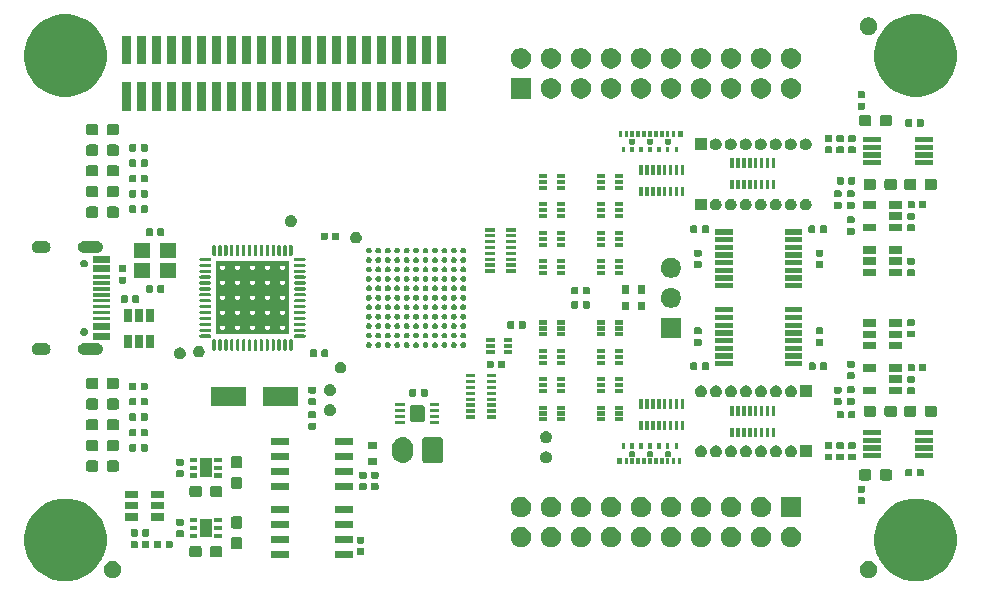
<source format=gbr>
G04 #@! TF.GenerationSoftware,KiCad,Pcbnew,5.1.5*
G04 #@! TF.CreationDate,2020-04-10T18:53:54+01:00*
G04 #@! TF.ProjectId,glasgow,676c6173-676f-4772-9e6b-696361645f70,rev?*
G04 #@! TF.SameCoordinates,Original*
G04 #@! TF.FileFunction,Soldermask,Top*
G04 #@! TF.FilePolarity,Negative*
%FSLAX46Y46*%
G04 Gerber Fmt 4.6, Leading zero omitted, Abs format (unit mm)*
G04 Created by KiCad (PCBNEW 5.1.5) date 2020-04-10 18:53:54*
%MOMM*%
%LPD*%
G04 APERTURE LIST*
%ADD10C,0.200000*%
%ADD11C,0.100000*%
%ADD12C,0.863600*%
G04 APERTURE END LIST*
D10*
X67610000Y-98040000D02*
G75*
G03X67610000Y-98040000I-300000J0D01*
G01*
X68880000Y-98040000D02*
G75*
G03X68880000Y-98040000I-300000J0D01*
G01*
X70150000Y-98040000D02*
G75*
G03X70150000Y-98040000I-300000J0D01*
G01*
X71420000Y-98040000D02*
G75*
G03X71420000Y-98040000I-300000J0D01*
G01*
X72690000Y-98040000D02*
G75*
G03X72690000Y-98040000I-300000J0D01*
G01*
X72690000Y-96770000D02*
G75*
G03X72690000Y-96770000I-300000J0D01*
G01*
X71420000Y-96770000D02*
G75*
G03X71420000Y-96770000I-300000J0D01*
G01*
X70150000Y-96770000D02*
G75*
G03X70150000Y-96770000I-300000J0D01*
G01*
X68880000Y-96770000D02*
G75*
G03X68880000Y-96770000I-300000J0D01*
G01*
X67610000Y-96770000D02*
G75*
G03X67610000Y-96770000I-300000J0D01*
G01*
X67610000Y-92960000D02*
G75*
G03X67610000Y-92960000I-300000J0D01*
G01*
X68880000Y-92960000D02*
G75*
G03X68880000Y-92960000I-300000J0D01*
G01*
X70150000Y-92960000D02*
G75*
G03X70150000Y-92960000I-300000J0D01*
G01*
X71420000Y-92960000D02*
G75*
G03X71420000Y-92960000I-300000J0D01*
G01*
X72690000Y-92960000D02*
G75*
G03X72690000Y-92960000I-300000J0D01*
G01*
X72690000Y-94230000D02*
G75*
G03X72690000Y-94230000I-300000J0D01*
G01*
X71420000Y-94230000D02*
G75*
G03X71420000Y-94230000I-300000J0D01*
G01*
X70150000Y-94230000D02*
G75*
G03X70150000Y-94230000I-300000J0D01*
G01*
X68880000Y-94230000D02*
G75*
G03X68880000Y-94230000I-300000J0D01*
G01*
X67610000Y-94230000D02*
G75*
G03X67610000Y-94230000I-300000J0D01*
G01*
X67610000Y-95500000D02*
G75*
G03X67610000Y-95500000I-300000J0D01*
G01*
X68880000Y-95500000D02*
G75*
G03X68880000Y-95500000I-300000J0D01*
G01*
X72690000Y-95500000D02*
G75*
G03X72690000Y-95500000I-300000J0D01*
G01*
X71420000Y-95500000D02*
G75*
G03X71420000Y-95500000I-300000J0D01*
G01*
D11*
G36*
X72960000Y-98610000D02*
G01*
X72600000Y-98610000D01*
X72600000Y-92390000D01*
X72960000Y-92390000D01*
X72960000Y-98610000D01*
G37*
G36*
X66740000Y-98610000D02*
G01*
X66740000Y-98250000D01*
X72960000Y-98250000D01*
X72960000Y-98610000D01*
X66740000Y-98610000D01*
G37*
G36*
X66740000Y-92390000D02*
G01*
X67100000Y-92390000D01*
X67100000Y-98610000D01*
X66740000Y-98610000D01*
X66740000Y-92390000D01*
G37*
G36*
X72960000Y-92390000D02*
G01*
X72960000Y-92750000D01*
X66740000Y-92750000D01*
X66740000Y-92390000D01*
X72960000Y-92390000D01*
G37*
D12*
X67310000Y-93595000D02*
X72390000Y-93595000D01*
X67310000Y-94865000D02*
X72390000Y-94865000D01*
X67310000Y-96135000D02*
X72390000Y-96135000D01*
X67310000Y-97405000D02*
X72390000Y-97405000D01*
X71755000Y-92960000D02*
X71755000Y-98040000D01*
X70485000Y-92960000D02*
X70485000Y-98040000D01*
X69215000Y-92960000D02*
X69215000Y-98040000D01*
X67945000Y-92960000D02*
X67945000Y-98040000D01*
D10*
X70150000Y-95500000D02*
G75*
G03X70150000Y-95500000I-300000J0D01*
G01*
D11*
G36*
X127020910Y-112634502D02*
G01*
X127020913Y-112634503D01*
X127020912Y-112634503D01*
X127635193Y-112888946D01*
X127657874Y-112898341D01*
X128231119Y-113281371D01*
X128718629Y-113768881D01*
X129087313Y-114320655D01*
X129101660Y-114342128D01*
X129166357Y-114498320D01*
X129365498Y-114979090D01*
X129500000Y-115655278D01*
X129500000Y-116344722D01*
X129365498Y-117020910D01*
X129273408Y-117243234D01*
X129148225Y-117545455D01*
X129101659Y-117657874D01*
X128718629Y-118231119D01*
X128231119Y-118718629D01*
X127657874Y-119101659D01*
X127657873Y-119101660D01*
X127657872Y-119101660D01*
X127369327Y-119221179D01*
X127020910Y-119365498D01*
X126344722Y-119500000D01*
X125655278Y-119500000D01*
X124979090Y-119365498D01*
X124630673Y-119221179D01*
X124342128Y-119101660D01*
X124342127Y-119101660D01*
X124342126Y-119101659D01*
X123768881Y-118718629D01*
X123281371Y-118231119D01*
X122898341Y-117657874D01*
X122851776Y-117545455D01*
X122726592Y-117243234D01*
X122634502Y-117020910D01*
X122500000Y-116344722D01*
X122500000Y-115655278D01*
X122634502Y-114979090D01*
X122833643Y-114498320D01*
X122898340Y-114342128D01*
X122912688Y-114320655D01*
X123281371Y-113768881D01*
X123768881Y-113281371D01*
X124342126Y-112898341D01*
X124364808Y-112888946D01*
X124979088Y-112634503D01*
X124979087Y-112634503D01*
X124979090Y-112634502D01*
X125655278Y-112500000D01*
X126344722Y-112500000D01*
X127020910Y-112634502D01*
G37*
G36*
X55020910Y-112634502D02*
G01*
X55020913Y-112634503D01*
X55020912Y-112634503D01*
X55635193Y-112888946D01*
X55657874Y-112898341D01*
X56231119Y-113281371D01*
X56718629Y-113768881D01*
X57087313Y-114320655D01*
X57101660Y-114342128D01*
X57166357Y-114498320D01*
X57365498Y-114979090D01*
X57500000Y-115655278D01*
X57500000Y-116344722D01*
X57365498Y-117020910D01*
X57273408Y-117243234D01*
X57148225Y-117545455D01*
X57101659Y-117657874D01*
X56718629Y-118231119D01*
X56231119Y-118718629D01*
X55657874Y-119101659D01*
X55657873Y-119101660D01*
X55657872Y-119101660D01*
X55369327Y-119221179D01*
X55020910Y-119365498D01*
X54344722Y-119500000D01*
X53655278Y-119500000D01*
X52979090Y-119365498D01*
X52630673Y-119221179D01*
X52342128Y-119101660D01*
X52342127Y-119101660D01*
X52342126Y-119101659D01*
X51768881Y-118718629D01*
X51281371Y-118231119D01*
X50898341Y-117657874D01*
X50851776Y-117545455D01*
X50726592Y-117243234D01*
X50634502Y-117020910D01*
X50500000Y-116344722D01*
X50500000Y-115655278D01*
X50634502Y-114979090D01*
X50833643Y-114498320D01*
X50898340Y-114342128D01*
X50912688Y-114320655D01*
X51281371Y-113768881D01*
X51768881Y-113281371D01*
X52342126Y-112898341D01*
X52364808Y-112888946D01*
X52979088Y-112634503D01*
X52979087Y-112634503D01*
X52979090Y-112634502D01*
X53655278Y-112500000D01*
X54344722Y-112500000D01*
X55020910Y-112634502D01*
G37*
G36*
X122218763Y-117778821D02*
G01*
X122218764Y-117778821D01*
X122218767Y-117778822D01*
X122355258Y-117835359D01*
X122355259Y-117835360D01*
X122355262Y-117835361D01*
X122478097Y-117917436D01*
X122582564Y-118021903D01*
X122664639Y-118144738D01*
X122664640Y-118144741D01*
X122664641Y-118144742D01*
X122721178Y-118281233D01*
X122721179Y-118281236D01*
X122721179Y-118281237D01*
X122750000Y-118426129D01*
X122750000Y-118573871D01*
X122721179Y-118718763D01*
X122721178Y-118718767D01*
X122664641Y-118855258D01*
X122664639Y-118855262D01*
X122582564Y-118978097D01*
X122478097Y-119082564D01*
X122355262Y-119164639D01*
X122355259Y-119164640D01*
X122355258Y-119164641D01*
X122218767Y-119221178D01*
X122218764Y-119221179D01*
X122218763Y-119221179D01*
X122073871Y-119250000D01*
X121926129Y-119250000D01*
X121781237Y-119221179D01*
X121781236Y-119221179D01*
X121781233Y-119221178D01*
X121644742Y-119164641D01*
X121644741Y-119164640D01*
X121644738Y-119164639D01*
X121521903Y-119082564D01*
X121417436Y-118978097D01*
X121335361Y-118855262D01*
X121335359Y-118855258D01*
X121278822Y-118718767D01*
X121278821Y-118718763D01*
X121250000Y-118573871D01*
X121250000Y-118426129D01*
X121278821Y-118281237D01*
X121278821Y-118281236D01*
X121278822Y-118281233D01*
X121335359Y-118144742D01*
X121335360Y-118144741D01*
X121335361Y-118144738D01*
X121417436Y-118021903D01*
X121521903Y-117917436D01*
X121644738Y-117835361D01*
X121644741Y-117835360D01*
X121644742Y-117835359D01*
X121781233Y-117778822D01*
X121781236Y-117778821D01*
X121781237Y-117778821D01*
X121926129Y-117750000D01*
X122073871Y-117750000D01*
X122218763Y-117778821D01*
G37*
G36*
X58218763Y-117778821D02*
G01*
X58218764Y-117778821D01*
X58218767Y-117778822D01*
X58355258Y-117835359D01*
X58355259Y-117835360D01*
X58355262Y-117835361D01*
X58478097Y-117917436D01*
X58582564Y-118021903D01*
X58664639Y-118144738D01*
X58664640Y-118144741D01*
X58664641Y-118144742D01*
X58721178Y-118281233D01*
X58721179Y-118281236D01*
X58721179Y-118281237D01*
X58750000Y-118426129D01*
X58750000Y-118573871D01*
X58721179Y-118718763D01*
X58721178Y-118718767D01*
X58664641Y-118855258D01*
X58664639Y-118855262D01*
X58582564Y-118978097D01*
X58478097Y-119082564D01*
X58355262Y-119164639D01*
X58355259Y-119164640D01*
X58355258Y-119164641D01*
X58218767Y-119221178D01*
X58218764Y-119221179D01*
X58218763Y-119221179D01*
X58073871Y-119250000D01*
X57926129Y-119250000D01*
X57781237Y-119221179D01*
X57781236Y-119221179D01*
X57781233Y-119221178D01*
X57644742Y-119164641D01*
X57644741Y-119164640D01*
X57644738Y-119164639D01*
X57521903Y-119082564D01*
X57417436Y-118978097D01*
X57335361Y-118855262D01*
X57335359Y-118855258D01*
X57278822Y-118718767D01*
X57278821Y-118718763D01*
X57250000Y-118573871D01*
X57250000Y-118426129D01*
X57278821Y-118281237D01*
X57278821Y-118281236D01*
X57278822Y-118281233D01*
X57335359Y-118144742D01*
X57335360Y-118144741D01*
X57335361Y-118144738D01*
X57417436Y-118021903D01*
X57521903Y-117917436D01*
X57644738Y-117835361D01*
X57644741Y-117835360D01*
X57644742Y-117835359D01*
X57781233Y-117778822D01*
X57781236Y-117778821D01*
X57781237Y-117778821D01*
X57926129Y-117750000D01*
X58073871Y-117750000D01*
X58218763Y-117778821D01*
G37*
G36*
X72975000Y-117505000D02*
G01*
X71425000Y-117505000D01*
X71425000Y-116905000D01*
X72975000Y-116905000D01*
X72975000Y-117505000D01*
G37*
G36*
X78375000Y-117505000D02*
G01*
X76825000Y-117505000D01*
X76825000Y-116905000D01*
X78375000Y-116905000D01*
X78375000Y-117505000D01*
G37*
G36*
X65376903Y-116529345D02*
G01*
X65417188Y-116541565D01*
X65454329Y-116561417D01*
X65486874Y-116588126D01*
X65513583Y-116620671D01*
X65533435Y-116657812D01*
X65545655Y-116698097D01*
X65550000Y-116742208D01*
X65550000Y-117257792D01*
X65545655Y-117301903D01*
X65533435Y-117342188D01*
X65513583Y-117379329D01*
X65486874Y-117411874D01*
X65454329Y-117438583D01*
X65417188Y-117458435D01*
X65376903Y-117470655D01*
X65332792Y-117475000D01*
X64717208Y-117475000D01*
X64673097Y-117470655D01*
X64632812Y-117458435D01*
X64595671Y-117438583D01*
X64563126Y-117411874D01*
X64536417Y-117379329D01*
X64516565Y-117342188D01*
X64504345Y-117301903D01*
X64500000Y-117257792D01*
X64500000Y-116742208D01*
X64504345Y-116698097D01*
X64516565Y-116657812D01*
X64536417Y-116620671D01*
X64563126Y-116588126D01*
X64595671Y-116561417D01*
X64632812Y-116541565D01*
X64673097Y-116529345D01*
X64717208Y-116525000D01*
X65332792Y-116525000D01*
X65376903Y-116529345D01*
G37*
G36*
X67126903Y-116529345D02*
G01*
X67167188Y-116541565D01*
X67204329Y-116561417D01*
X67236874Y-116588126D01*
X67263583Y-116620671D01*
X67283435Y-116657812D01*
X67295655Y-116698097D01*
X67300000Y-116742208D01*
X67300000Y-117257792D01*
X67295655Y-117301903D01*
X67283435Y-117342188D01*
X67263583Y-117379329D01*
X67236874Y-117411874D01*
X67204329Y-117438583D01*
X67167188Y-117458435D01*
X67126903Y-117470655D01*
X67082792Y-117475000D01*
X66467208Y-117475000D01*
X66423097Y-117470655D01*
X66382812Y-117458435D01*
X66345671Y-117438583D01*
X66313126Y-117411874D01*
X66286417Y-117379329D01*
X66266565Y-117342188D01*
X66254345Y-117301903D01*
X66250000Y-117257792D01*
X66250000Y-116742208D01*
X66254345Y-116698097D01*
X66266565Y-116657812D01*
X66286417Y-116620671D01*
X66313126Y-116588126D01*
X66345671Y-116561417D01*
X66382812Y-116541565D01*
X66423097Y-116529345D01*
X66467208Y-116525000D01*
X67082792Y-116525000D01*
X67126903Y-116529345D01*
G37*
G36*
X79219345Y-116692615D02*
G01*
X79242751Y-116699715D01*
X79264326Y-116711248D01*
X79283234Y-116726766D01*
X79298752Y-116745674D01*
X79310285Y-116767249D01*
X79317385Y-116790655D01*
X79320000Y-116817206D01*
X79320000Y-117152794D01*
X79317385Y-117179345D01*
X79310285Y-117202751D01*
X79298752Y-117224326D01*
X79283234Y-117243234D01*
X79264326Y-117258752D01*
X79242751Y-117270285D01*
X79219345Y-117277385D01*
X79192794Y-117280000D01*
X78807206Y-117280000D01*
X78780655Y-117277385D01*
X78757249Y-117270285D01*
X78735674Y-117258752D01*
X78716766Y-117243234D01*
X78701248Y-117224326D01*
X78689715Y-117202751D01*
X78682615Y-117179345D01*
X78680000Y-117152794D01*
X78680000Y-116817206D01*
X78682615Y-116790655D01*
X78689715Y-116767249D01*
X78701248Y-116745674D01*
X78716766Y-116726766D01*
X78735674Y-116711248D01*
X78757249Y-116699715D01*
X78780655Y-116692615D01*
X78807206Y-116690000D01*
X79192794Y-116690000D01*
X79219345Y-116692615D01*
G37*
G36*
X68801903Y-115754345D02*
G01*
X68842188Y-115766565D01*
X68879329Y-115786417D01*
X68911874Y-115813126D01*
X68938583Y-115845671D01*
X68958435Y-115882812D01*
X68970655Y-115923097D01*
X68975000Y-115967208D01*
X68975000Y-116582792D01*
X68970655Y-116626903D01*
X68958435Y-116667188D01*
X68938583Y-116704329D01*
X68911874Y-116736874D01*
X68879329Y-116763583D01*
X68842188Y-116783435D01*
X68801903Y-116795655D01*
X68757792Y-116800000D01*
X68242208Y-116800000D01*
X68198097Y-116795655D01*
X68157812Y-116783435D01*
X68120671Y-116763583D01*
X68088126Y-116736874D01*
X68061417Y-116704329D01*
X68041565Y-116667188D01*
X68029345Y-116626903D01*
X68025000Y-116582792D01*
X68025000Y-115967208D01*
X68029345Y-115923097D01*
X68041565Y-115882812D01*
X68061417Y-115845671D01*
X68088126Y-115813126D01*
X68120671Y-115786417D01*
X68157812Y-115766565D01*
X68198097Y-115754345D01*
X68242208Y-115750000D01*
X68757792Y-115750000D01*
X68801903Y-115754345D01*
G37*
G36*
X62979345Y-116082615D02*
G01*
X63002751Y-116089715D01*
X63024326Y-116101248D01*
X63043234Y-116116766D01*
X63058752Y-116135674D01*
X63070285Y-116157249D01*
X63077385Y-116180655D01*
X63080000Y-116207206D01*
X63080000Y-116592794D01*
X63077385Y-116619345D01*
X63070285Y-116642751D01*
X63058752Y-116664326D01*
X63043234Y-116683234D01*
X63024326Y-116698752D01*
X63002751Y-116710285D01*
X62979345Y-116717385D01*
X62952794Y-116720000D01*
X62617206Y-116720000D01*
X62590655Y-116717385D01*
X62567249Y-116710285D01*
X62545674Y-116698752D01*
X62526766Y-116683234D01*
X62511248Y-116664326D01*
X62499715Y-116642751D01*
X62492615Y-116619345D01*
X62490000Y-116592794D01*
X62490000Y-116207206D01*
X62492615Y-116180655D01*
X62499715Y-116157249D01*
X62511248Y-116135674D01*
X62526766Y-116116766D01*
X62545674Y-116101248D01*
X62567249Y-116089715D01*
X62590655Y-116082615D01*
X62617206Y-116080000D01*
X62952794Y-116080000D01*
X62979345Y-116082615D01*
G37*
G36*
X60994345Y-116082615D02*
G01*
X61017751Y-116089715D01*
X61039326Y-116101248D01*
X61058234Y-116116766D01*
X61073752Y-116135674D01*
X61085285Y-116157249D01*
X61092385Y-116180655D01*
X61095000Y-116207206D01*
X61095000Y-116592794D01*
X61092385Y-116619345D01*
X61085285Y-116642751D01*
X61073752Y-116664326D01*
X61058234Y-116683234D01*
X61039326Y-116698752D01*
X61017751Y-116710285D01*
X60994345Y-116717385D01*
X60967794Y-116720000D01*
X60632206Y-116720000D01*
X60605655Y-116717385D01*
X60582249Y-116710285D01*
X60560674Y-116698752D01*
X60541766Y-116683234D01*
X60526248Y-116664326D01*
X60514715Y-116642751D01*
X60507615Y-116619345D01*
X60505000Y-116592794D01*
X60505000Y-116207206D01*
X60507615Y-116180655D01*
X60514715Y-116157249D01*
X60526248Y-116135674D01*
X60541766Y-116116766D01*
X60560674Y-116101248D01*
X60582249Y-116089715D01*
X60605655Y-116082615D01*
X60632206Y-116080000D01*
X60967794Y-116080000D01*
X60994345Y-116082615D01*
G37*
G36*
X60024345Y-116082615D02*
G01*
X60047751Y-116089715D01*
X60069326Y-116101248D01*
X60088234Y-116116766D01*
X60103752Y-116135674D01*
X60115285Y-116157249D01*
X60122385Y-116180655D01*
X60125000Y-116207206D01*
X60125000Y-116592794D01*
X60122385Y-116619345D01*
X60115285Y-116642751D01*
X60103752Y-116664326D01*
X60088234Y-116683234D01*
X60069326Y-116698752D01*
X60047751Y-116710285D01*
X60024345Y-116717385D01*
X59997794Y-116720000D01*
X59662206Y-116720000D01*
X59635655Y-116717385D01*
X59612249Y-116710285D01*
X59590674Y-116698752D01*
X59571766Y-116683234D01*
X59556248Y-116664326D01*
X59544715Y-116642751D01*
X59537615Y-116619345D01*
X59535000Y-116592794D01*
X59535000Y-116207206D01*
X59537615Y-116180655D01*
X59544715Y-116157249D01*
X59556248Y-116135674D01*
X59571766Y-116116766D01*
X59590674Y-116101248D01*
X59612249Y-116089715D01*
X59635655Y-116082615D01*
X59662206Y-116080000D01*
X59997794Y-116080000D01*
X60024345Y-116082615D01*
G37*
G36*
X62009345Y-116082615D02*
G01*
X62032751Y-116089715D01*
X62054326Y-116101248D01*
X62073234Y-116116766D01*
X62088752Y-116135674D01*
X62100285Y-116157249D01*
X62107385Y-116180655D01*
X62110000Y-116207206D01*
X62110000Y-116592794D01*
X62107385Y-116619345D01*
X62100285Y-116642751D01*
X62088752Y-116664326D01*
X62073234Y-116683234D01*
X62054326Y-116698752D01*
X62032751Y-116710285D01*
X62009345Y-116717385D01*
X61982794Y-116720000D01*
X61647206Y-116720000D01*
X61620655Y-116717385D01*
X61597249Y-116710285D01*
X61575674Y-116698752D01*
X61556766Y-116683234D01*
X61541248Y-116664326D01*
X61529715Y-116642751D01*
X61522615Y-116619345D01*
X61520000Y-116592794D01*
X61520000Y-116207206D01*
X61522615Y-116180655D01*
X61529715Y-116157249D01*
X61541248Y-116135674D01*
X61556766Y-116116766D01*
X61575674Y-116101248D01*
X61597249Y-116089715D01*
X61620655Y-116082615D01*
X61647206Y-116080000D01*
X61982794Y-116080000D01*
X62009345Y-116082615D01*
G37*
G36*
X102881795Y-114919675D02*
G01*
X102981903Y-114939587D01*
X103139068Y-115004687D01*
X103206883Y-115050000D01*
X103251782Y-115080000D01*
X103280513Y-115099198D01*
X103400802Y-115219487D01*
X103495313Y-115360932D01*
X103560413Y-115518097D01*
X103571234Y-115572500D01*
X103593600Y-115684941D01*
X103593600Y-115855059D01*
X103585334Y-115896613D01*
X103560413Y-116021903D01*
X103495313Y-116179068D01*
X103400802Y-116320513D01*
X103280513Y-116440802D01*
X103139068Y-116535313D01*
X102981903Y-116600413D01*
X102886723Y-116619345D01*
X102815059Y-116633600D01*
X102644941Y-116633600D01*
X102573277Y-116619345D01*
X102478097Y-116600413D01*
X102320932Y-116535313D01*
X102179487Y-116440802D01*
X102059198Y-116320513D01*
X101964687Y-116179068D01*
X101899587Y-116021903D01*
X101874666Y-115896613D01*
X101866400Y-115855059D01*
X101866400Y-115684941D01*
X101888766Y-115572500D01*
X101899587Y-115518097D01*
X101964687Y-115360932D01*
X102059198Y-115219487D01*
X102179487Y-115099198D01*
X102208219Y-115080000D01*
X102253117Y-115050000D01*
X102320932Y-115004687D01*
X102478097Y-114939587D01*
X102578205Y-114919675D01*
X102644941Y-114906400D01*
X102815059Y-114906400D01*
X102881795Y-114919675D01*
G37*
G36*
X115581795Y-114919675D02*
G01*
X115681903Y-114939587D01*
X115839068Y-115004687D01*
X115906883Y-115050000D01*
X115951782Y-115080000D01*
X115980513Y-115099198D01*
X116100802Y-115219487D01*
X116195313Y-115360932D01*
X116260413Y-115518097D01*
X116271234Y-115572500D01*
X116293600Y-115684941D01*
X116293600Y-115855059D01*
X116285334Y-115896613D01*
X116260413Y-116021903D01*
X116195313Y-116179068D01*
X116100802Y-116320513D01*
X115980513Y-116440802D01*
X115839068Y-116535313D01*
X115681903Y-116600413D01*
X115586723Y-116619345D01*
X115515059Y-116633600D01*
X115344941Y-116633600D01*
X115273277Y-116619345D01*
X115178097Y-116600413D01*
X115020932Y-116535313D01*
X114879487Y-116440802D01*
X114759198Y-116320513D01*
X114664687Y-116179068D01*
X114599587Y-116021903D01*
X114574666Y-115896613D01*
X114566400Y-115855059D01*
X114566400Y-115684941D01*
X114588766Y-115572500D01*
X114599587Y-115518097D01*
X114664687Y-115360932D01*
X114759198Y-115219487D01*
X114879487Y-115099198D01*
X114908219Y-115080000D01*
X114953117Y-115050000D01*
X115020932Y-115004687D01*
X115178097Y-114939587D01*
X115278205Y-114919675D01*
X115344941Y-114906400D01*
X115515059Y-114906400D01*
X115581795Y-114919675D01*
G37*
G36*
X113041795Y-114919675D02*
G01*
X113141903Y-114939587D01*
X113299068Y-115004687D01*
X113366883Y-115050000D01*
X113411782Y-115080000D01*
X113440513Y-115099198D01*
X113560802Y-115219487D01*
X113655313Y-115360932D01*
X113720413Y-115518097D01*
X113731234Y-115572500D01*
X113753600Y-115684941D01*
X113753600Y-115855059D01*
X113745334Y-115896613D01*
X113720413Y-116021903D01*
X113655313Y-116179068D01*
X113560802Y-116320513D01*
X113440513Y-116440802D01*
X113299068Y-116535313D01*
X113141903Y-116600413D01*
X113046723Y-116619345D01*
X112975059Y-116633600D01*
X112804941Y-116633600D01*
X112733277Y-116619345D01*
X112638097Y-116600413D01*
X112480932Y-116535313D01*
X112339487Y-116440802D01*
X112219198Y-116320513D01*
X112124687Y-116179068D01*
X112059587Y-116021903D01*
X112034666Y-115896613D01*
X112026400Y-115855059D01*
X112026400Y-115684941D01*
X112048766Y-115572500D01*
X112059587Y-115518097D01*
X112124687Y-115360932D01*
X112219198Y-115219487D01*
X112339487Y-115099198D01*
X112368219Y-115080000D01*
X112413117Y-115050000D01*
X112480932Y-115004687D01*
X112638097Y-114939587D01*
X112738205Y-114919675D01*
X112804941Y-114906400D01*
X112975059Y-114906400D01*
X113041795Y-114919675D01*
G37*
G36*
X107961795Y-114919675D02*
G01*
X108061903Y-114939587D01*
X108219068Y-115004687D01*
X108286883Y-115050000D01*
X108331782Y-115080000D01*
X108360513Y-115099198D01*
X108480802Y-115219487D01*
X108575313Y-115360932D01*
X108640413Y-115518097D01*
X108651234Y-115572500D01*
X108673600Y-115684941D01*
X108673600Y-115855059D01*
X108665334Y-115896613D01*
X108640413Y-116021903D01*
X108575313Y-116179068D01*
X108480802Y-116320513D01*
X108360513Y-116440802D01*
X108219068Y-116535313D01*
X108061903Y-116600413D01*
X107966723Y-116619345D01*
X107895059Y-116633600D01*
X107724941Y-116633600D01*
X107653277Y-116619345D01*
X107558097Y-116600413D01*
X107400932Y-116535313D01*
X107259487Y-116440802D01*
X107139198Y-116320513D01*
X107044687Y-116179068D01*
X106979587Y-116021903D01*
X106954666Y-115896613D01*
X106946400Y-115855059D01*
X106946400Y-115684941D01*
X106968766Y-115572500D01*
X106979587Y-115518097D01*
X107044687Y-115360932D01*
X107139198Y-115219487D01*
X107259487Y-115099198D01*
X107288219Y-115080000D01*
X107333117Y-115050000D01*
X107400932Y-115004687D01*
X107558097Y-114939587D01*
X107658205Y-114919675D01*
X107724941Y-114906400D01*
X107895059Y-114906400D01*
X107961795Y-114919675D01*
G37*
G36*
X105421795Y-114919675D02*
G01*
X105521903Y-114939587D01*
X105679068Y-115004687D01*
X105746883Y-115050000D01*
X105791782Y-115080000D01*
X105820513Y-115099198D01*
X105940802Y-115219487D01*
X106035313Y-115360932D01*
X106100413Y-115518097D01*
X106111234Y-115572500D01*
X106133600Y-115684941D01*
X106133600Y-115855059D01*
X106125334Y-115896613D01*
X106100413Y-116021903D01*
X106035313Y-116179068D01*
X105940802Y-116320513D01*
X105820513Y-116440802D01*
X105679068Y-116535313D01*
X105521903Y-116600413D01*
X105426723Y-116619345D01*
X105355059Y-116633600D01*
X105184941Y-116633600D01*
X105113277Y-116619345D01*
X105018097Y-116600413D01*
X104860932Y-116535313D01*
X104719487Y-116440802D01*
X104599198Y-116320513D01*
X104504687Y-116179068D01*
X104439587Y-116021903D01*
X104414666Y-115896613D01*
X104406400Y-115855059D01*
X104406400Y-115684941D01*
X104428766Y-115572500D01*
X104439587Y-115518097D01*
X104504687Y-115360932D01*
X104599198Y-115219487D01*
X104719487Y-115099198D01*
X104748219Y-115080000D01*
X104793117Y-115050000D01*
X104860932Y-115004687D01*
X105018097Y-114939587D01*
X105118205Y-114919675D01*
X105184941Y-114906400D01*
X105355059Y-114906400D01*
X105421795Y-114919675D01*
G37*
G36*
X100341795Y-114919675D02*
G01*
X100441903Y-114939587D01*
X100599068Y-115004687D01*
X100666883Y-115050000D01*
X100711782Y-115080000D01*
X100740513Y-115099198D01*
X100860802Y-115219487D01*
X100955313Y-115360932D01*
X101020413Y-115518097D01*
X101031234Y-115572500D01*
X101053600Y-115684941D01*
X101053600Y-115855059D01*
X101045334Y-115896613D01*
X101020413Y-116021903D01*
X100955313Y-116179068D01*
X100860802Y-116320513D01*
X100740513Y-116440802D01*
X100599068Y-116535313D01*
X100441903Y-116600413D01*
X100346723Y-116619345D01*
X100275059Y-116633600D01*
X100104941Y-116633600D01*
X100033277Y-116619345D01*
X99938097Y-116600413D01*
X99780932Y-116535313D01*
X99639487Y-116440802D01*
X99519198Y-116320513D01*
X99424687Y-116179068D01*
X99359587Y-116021903D01*
X99334666Y-115896613D01*
X99326400Y-115855059D01*
X99326400Y-115684941D01*
X99348766Y-115572500D01*
X99359587Y-115518097D01*
X99424687Y-115360932D01*
X99519198Y-115219487D01*
X99639487Y-115099198D01*
X99668219Y-115080000D01*
X99713117Y-115050000D01*
X99780932Y-115004687D01*
X99938097Y-114939587D01*
X100038205Y-114919675D01*
X100104941Y-114906400D01*
X100275059Y-114906400D01*
X100341795Y-114919675D01*
G37*
G36*
X97801795Y-114919675D02*
G01*
X97901903Y-114939587D01*
X98059068Y-115004687D01*
X98126883Y-115050000D01*
X98171782Y-115080000D01*
X98200513Y-115099198D01*
X98320802Y-115219487D01*
X98415313Y-115360932D01*
X98480413Y-115518097D01*
X98491234Y-115572500D01*
X98513600Y-115684941D01*
X98513600Y-115855059D01*
X98505334Y-115896613D01*
X98480413Y-116021903D01*
X98415313Y-116179068D01*
X98320802Y-116320513D01*
X98200513Y-116440802D01*
X98059068Y-116535313D01*
X97901903Y-116600413D01*
X97806723Y-116619345D01*
X97735059Y-116633600D01*
X97564941Y-116633600D01*
X97493277Y-116619345D01*
X97398097Y-116600413D01*
X97240932Y-116535313D01*
X97099487Y-116440802D01*
X96979198Y-116320513D01*
X96884687Y-116179068D01*
X96819587Y-116021903D01*
X96794666Y-115896613D01*
X96786400Y-115855059D01*
X96786400Y-115684941D01*
X96808766Y-115572500D01*
X96819587Y-115518097D01*
X96884687Y-115360932D01*
X96979198Y-115219487D01*
X97099487Y-115099198D01*
X97128219Y-115080000D01*
X97173117Y-115050000D01*
X97240932Y-115004687D01*
X97398097Y-114939587D01*
X97498205Y-114919675D01*
X97564941Y-114906400D01*
X97735059Y-114906400D01*
X97801795Y-114919675D01*
G37*
G36*
X95261795Y-114919675D02*
G01*
X95361903Y-114939587D01*
X95519068Y-115004687D01*
X95586883Y-115050000D01*
X95631782Y-115080000D01*
X95660513Y-115099198D01*
X95780802Y-115219487D01*
X95875313Y-115360932D01*
X95940413Y-115518097D01*
X95951234Y-115572500D01*
X95973600Y-115684941D01*
X95973600Y-115855059D01*
X95965334Y-115896613D01*
X95940413Y-116021903D01*
X95875313Y-116179068D01*
X95780802Y-116320513D01*
X95660513Y-116440802D01*
X95519068Y-116535313D01*
X95361903Y-116600413D01*
X95266723Y-116619345D01*
X95195059Y-116633600D01*
X95024941Y-116633600D01*
X94953277Y-116619345D01*
X94858097Y-116600413D01*
X94700932Y-116535313D01*
X94559487Y-116440802D01*
X94439198Y-116320513D01*
X94344687Y-116179068D01*
X94279587Y-116021903D01*
X94254666Y-115896613D01*
X94246400Y-115855059D01*
X94246400Y-115684941D01*
X94268766Y-115572500D01*
X94279587Y-115518097D01*
X94344687Y-115360932D01*
X94439198Y-115219487D01*
X94559487Y-115099198D01*
X94588219Y-115080000D01*
X94633117Y-115050000D01*
X94700932Y-115004687D01*
X94858097Y-114939587D01*
X94958205Y-114919675D01*
X95024941Y-114906400D01*
X95195059Y-114906400D01*
X95261795Y-114919675D01*
G37*
G36*
X92721795Y-114919675D02*
G01*
X92821903Y-114939587D01*
X92979068Y-115004687D01*
X93046883Y-115050000D01*
X93091782Y-115080000D01*
X93120513Y-115099198D01*
X93240802Y-115219487D01*
X93335313Y-115360932D01*
X93400413Y-115518097D01*
X93411234Y-115572500D01*
X93433600Y-115684941D01*
X93433600Y-115855059D01*
X93425334Y-115896613D01*
X93400413Y-116021903D01*
X93335313Y-116179068D01*
X93240802Y-116320513D01*
X93120513Y-116440802D01*
X92979068Y-116535313D01*
X92821903Y-116600413D01*
X92726723Y-116619345D01*
X92655059Y-116633600D01*
X92484941Y-116633600D01*
X92413277Y-116619345D01*
X92318097Y-116600413D01*
X92160932Y-116535313D01*
X92019487Y-116440802D01*
X91899198Y-116320513D01*
X91804687Y-116179068D01*
X91739587Y-116021903D01*
X91714666Y-115896613D01*
X91706400Y-115855059D01*
X91706400Y-115684941D01*
X91728766Y-115572500D01*
X91739587Y-115518097D01*
X91804687Y-115360932D01*
X91899198Y-115219487D01*
X92019487Y-115099198D01*
X92048219Y-115080000D01*
X92093117Y-115050000D01*
X92160932Y-115004687D01*
X92318097Y-114939587D01*
X92418205Y-114919675D01*
X92484941Y-114906400D01*
X92655059Y-114906400D01*
X92721795Y-114919675D01*
G37*
G36*
X110501795Y-114919675D02*
G01*
X110601903Y-114939587D01*
X110759068Y-115004687D01*
X110826883Y-115050000D01*
X110871782Y-115080000D01*
X110900513Y-115099198D01*
X111020802Y-115219487D01*
X111115313Y-115360932D01*
X111180413Y-115518097D01*
X111191234Y-115572500D01*
X111213600Y-115684941D01*
X111213600Y-115855059D01*
X111205334Y-115896613D01*
X111180413Y-116021903D01*
X111115313Y-116179068D01*
X111020802Y-116320513D01*
X110900513Y-116440802D01*
X110759068Y-116535313D01*
X110601903Y-116600413D01*
X110506723Y-116619345D01*
X110435059Y-116633600D01*
X110264941Y-116633600D01*
X110193277Y-116619345D01*
X110098097Y-116600413D01*
X109940932Y-116535313D01*
X109799487Y-116440802D01*
X109679198Y-116320513D01*
X109584687Y-116179068D01*
X109519587Y-116021903D01*
X109494666Y-115896613D01*
X109486400Y-115855059D01*
X109486400Y-115684941D01*
X109508766Y-115572500D01*
X109519587Y-115518097D01*
X109584687Y-115360932D01*
X109679198Y-115219487D01*
X109799487Y-115099198D01*
X109828219Y-115080000D01*
X109873117Y-115050000D01*
X109940932Y-115004687D01*
X110098097Y-114939587D01*
X110198205Y-114919675D01*
X110264941Y-114906400D01*
X110435059Y-114906400D01*
X110501795Y-114919675D01*
G37*
G36*
X79219345Y-115722615D02*
G01*
X79242751Y-115729715D01*
X79264326Y-115741248D01*
X79283234Y-115756766D01*
X79298752Y-115775674D01*
X79310285Y-115797249D01*
X79317385Y-115820655D01*
X79320000Y-115847206D01*
X79320000Y-116182794D01*
X79317385Y-116209345D01*
X79310285Y-116232751D01*
X79298752Y-116254326D01*
X79283234Y-116273234D01*
X79264326Y-116288752D01*
X79242751Y-116300285D01*
X79219345Y-116307385D01*
X79192794Y-116310000D01*
X78807206Y-116310000D01*
X78780655Y-116307385D01*
X78757249Y-116300285D01*
X78735674Y-116288752D01*
X78716766Y-116273234D01*
X78701248Y-116254326D01*
X78689715Y-116232751D01*
X78682615Y-116209345D01*
X78680000Y-116182794D01*
X78680000Y-115847206D01*
X78682615Y-115820655D01*
X78689715Y-115797249D01*
X78701248Y-115775674D01*
X78716766Y-115756766D01*
X78735674Y-115741248D01*
X78757249Y-115729715D01*
X78780655Y-115722615D01*
X78807206Y-115720000D01*
X79192794Y-115720000D01*
X79219345Y-115722615D01*
G37*
G36*
X78375000Y-116235000D02*
G01*
X76825000Y-116235000D01*
X76825000Y-115635000D01*
X78375000Y-115635000D01*
X78375000Y-116235000D01*
G37*
G36*
X72975000Y-116235000D02*
G01*
X71425000Y-116235000D01*
X71425000Y-115635000D01*
X72975000Y-115635000D01*
X72975000Y-116235000D01*
G37*
G36*
X67275000Y-115825000D02*
G01*
X66625000Y-115825000D01*
X66625000Y-115475000D01*
X67275000Y-115475000D01*
X67275000Y-115825000D01*
G37*
G36*
X65175000Y-115825000D02*
G01*
X64525000Y-115825000D01*
X64525000Y-115475000D01*
X65175000Y-115475000D01*
X65175000Y-115825000D01*
G37*
G36*
X66400000Y-115800000D02*
G01*
X65400000Y-115800000D01*
X65400000Y-114200000D01*
X66400000Y-114200000D01*
X66400000Y-115800000D01*
G37*
G36*
X63919345Y-115192615D02*
G01*
X63942751Y-115199715D01*
X63964326Y-115211248D01*
X63983234Y-115226766D01*
X63998752Y-115245674D01*
X64010285Y-115267249D01*
X64017385Y-115290655D01*
X64020000Y-115317206D01*
X64020000Y-115652794D01*
X64017385Y-115679345D01*
X64010285Y-115702751D01*
X63998752Y-115724326D01*
X63983234Y-115743234D01*
X63964326Y-115758752D01*
X63942751Y-115770285D01*
X63919345Y-115777385D01*
X63892794Y-115780000D01*
X63507206Y-115780000D01*
X63480655Y-115777385D01*
X63457249Y-115770285D01*
X63435674Y-115758752D01*
X63416766Y-115743234D01*
X63401248Y-115724326D01*
X63389715Y-115702751D01*
X63382615Y-115679345D01*
X63380000Y-115652794D01*
X63380000Y-115317206D01*
X63382615Y-115290655D01*
X63389715Y-115267249D01*
X63401248Y-115245674D01*
X63416766Y-115226766D01*
X63435674Y-115211248D01*
X63457249Y-115199715D01*
X63480655Y-115192615D01*
X63507206Y-115190000D01*
X63892794Y-115190000D01*
X63919345Y-115192615D01*
G37*
G36*
X60994345Y-115082615D02*
G01*
X61017751Y-115089715D01*
X61039326Y-115101248D01*
X61058234Y-115116766D01*
X61073752Y-115135674D01*
X61085285Y-115157249D01*
X61092385Y-115180655D01*
X61095000Y-115207206D01*
X61095000Y-115592794D01*
X61092385Y-115619345D01*
X61085285Y-115642751D01*
X61073752Y-115664326D01*
X61058234Y-115683234D01*
X61039326Y-115698752D01*
X61017751Y-115710285D01*
X60994345Y-115717385D01*
X60967794Y-115720000D01*
X60632206Y-115720000D01*
X60605655Y-115717385D01*
X60582249Y-115710285D01*
X60560674Y-115698752D01*
X60541766Y-115683234D01*
X60526248Y-115664326D01*
X60514715Y-115642751D01*
X60507615Y-115619345D01*
X60505000Y-115592794D01*
X60505000Y-115207206D01*
X60507615Y-115180655D01*
X60514715Y-115157249D01*
X60526248Y-115135674D01*
X60541766Y-115116766D01*
X60560674Y-115101248D01*
X60582249Y-115089715D01*
X60605655Y-115082615D01*
X60632206Y-115080000D01*
X60967794Y-115080000D01*
X60994345Y-115082615D01*
G37*
G36*
X60024345Y-115082615D02*
G01*
X60047751Y-115089715D01*
X60069326Y-115101248D01*
X60088234Y-115116766D01*
X60103752Y-115135674D01*
X60115285Y-115157249D01*
X60122385Y-115180655D01*
X60125000Y-115207206D01*
X60125000Y-115592794D01*
X60122385Y-115619345D01*
X60115285Y-115642751D01*
X60103752Y-115664326D01*
X60088234Y-115683234D01*
X60069326Y-115698752D01*
X60047751Y-115710285D01*
X60024345Y-115717385D01*
X59997794Y-115720000D01*
X59662206Y-115720000D01*
X59635655Y-115717385D01*
X59612249Y-115710285D01*
X59590674Y-115698752D01*
X59571766Y-115683234D01*
X59556248Y-115664326D01*
X59544715Y-115642751D01*
X59537615Y-115619345D01*
X59535000Y-115592794D01*
X59535000Y-115207206D01*
X59537615Y-115180655D01*
X59544715Y-115157249D01*
X59556248Y-115135674D01*
X59571766Y-115116766D01*
X59590674Y-115101248D01*
X59612249Y-115089715D01*
X59635655Y-115082615D01*
X59662206Y-115080000D01*
X59997794Y-115080000D01*
X60024345Y-115082615D01*
G37*
G36*
X67275000Y-115175000D02*
G01*
X66625000Y-115175000D01*
X66625000Y-114825000D01*
X67275000Y-114825000D01*
X67275000Y-115175000D01*
G37*
G36*
X65175000Y-115175000D02*
G01*
X64525000Y-115175000D01*
X64525000Y-114825000D01*
X65175000Y-114825000D01*
X65175000Y-115175000D01*
G37*
G36*
X68801903Y-114004345D02*
G01*
X68842188Y-114016565D01*
X68879329Y-114036417D01*
X68911874Y-114063126D01*
X68938583Y-114095671D01*
X68958435Y-114132812D01*
X68970655Y-114173097D01*
X68975000Y-114217208D01*
X68975000Y-114832792D01*
X68970655Y-114876903D01*
X68958435Y-114917188D01*
X68938583Y-114954329D01*
X68911874Y-114986874D01*
X68879329Y-115013583D01*
X68842188Y-115033435D01*
X68801903Y-115045655D01*
X68757792Y-115050000D01*
X68242208Y-115050000D01*
X68198097Y-115045655D01*
X68157812Y-115033435D01*
X68120671Y-115013583D01*
X68088126Y-114986874D01*
X68061417Y-114954329D01*
X68041565Y-114917188D01*
X68029345Y-114876903D01*
X68025000Y-114832792D01*
X68025000Y-114217208D01*
X68029345Y-114173097D01*
X68041565Y-114132812D01*
X68061417Y-114095671D01*
X68088126Y-114063126D01*
X68120671Y-114036417D01*
X68157812Y-114016565D01*
X68198097Y-114004345D01*
X68242208Y-114000000D01*
X68757792Y-114000000D01*
X68801903Y-114004345D01*
G37*
G36*
X78375000Y-114965000D02*
G01*
X76825000Y-114965000D01*
X76825000Y-114365000D01*
X78375000Y-114365000D01*
X78375000Y-114965000D01*
G37*
G36*
X72975000Y-114965000D02*
G01*
X71425000Y-114965000D01*
X71425000Y-114365000D01*
X72975000Y-114365000D01*
X72975000Y-114965000D01*
G37*
G36*
X63919345Y-114222615D02*
G01*
X63942751Y-114229715D01*
X63964326Y-114241248D01*
X63983234Y-114256766D01*
X63998752Y-114275674D01*
X64010285Y-114297249D01*
X64017385Y-114320655D01*
X64020000Y-114347206D01*
X64020000Y-114682794D01*
X64017385Y-114709345D01*
X64010285Y-114732751D01*
X63998752Y-114754326D01*
X63983234Y-114773234D01*
X63964326Y-114788752D01*
X63942751Y-114800285D01*
X63919345Y-114807385D01*
X63892794Y-114810000D01*
X63507206Y-114810000D01*
X63480655Y-114807385D01*
X63457249Y-114800285D01*
X63435674Y-114788752D01*
X63416766Y-114773234D01*
X63401248Y-114754326D01*
X63389715Y-114732751D01*
X63382615Y-114709345D01*
X63380000Y-114682794D01*
X63380000Y-114347206D01*
X63382615Y-114320655D01*
X63389715Y-114297249D01*
X63401248Y-114275674D01*
X63416766Y-114256766D01*
X63435674Y-114241248D01*
X63457249Y-114229715D01*
X63480655Y-114222615D01*
X63507206Y-114220000D01*
X63892794Y-114220000D01*
X63919345Y-114222615D01*
G37*
G36*
X65175000Y-114525000D02*
G01*
X64525000Y-114525000D01*
X64525000Y-114175000D01*
X65175000Y-114175000D01*
X65175000Y-114525000D01*
G37*
G36*
X67275000Y-114525000D02*
G01*
X66625000Y-114525000D01*
X66625000Y-114175000D01*
X67275000Y-114175000D01*
X67275000Y-114525000D01*
G37*
G36*
X60130000Y-114375000D02*
G01*
X59070000Y-114375000D01*
X59070000Y-113725000D01*
X60130000Y-113725000D01*
X60130000Y-114375000D01*
G37*
G36*
X62330000Y-114375000D02*
G01*
X61270000Y-114375000D01*
X61270000Y-113725000D01*
X62330000Y-113725000D01*
X62330000Y-114375000D01*
G37*
G36*
X116293600Y-114093600D02*
G01*
X114566400Y-114093600D01*
X114566400Y-112366400D01*
X116293600Y-112366400D01*
X116293600Y-114093600D01*
G37*
G36*
X100341795Y-112379675D02*
G01*
X100441903Y-112399587D01*
X100599068Y-112464687D01*
X100740513Y-112559198D01*
X100860802Y-112679487D01*
X100955313Y-112820932D01*
X101020413Y-112978097D01*
X101028852Y-113020525D01*
X101053600Y-113144941D01*
X101053600Y-113315059D01*
X101040325Y-113381795D01*
X101020413Y-113481903D01*
X100955313Y-113639068D01*
X100924154Y-113685700D01*
X100868575Y-113768881D01*
X100860802Y-113780513D01*
X100740513Y-113900802D01*
X100599068Y-113995313D01*
X100441903Y-114060413D01*
X100341795Y-114080325D01*
X100275059Y-114093600D01*
X100104941Y-114093600D01*
X100038205Y-114080325D01*
X99938097Y-114060413D01*
X99780932Y-113995313D01*
X99639487Y-113900802D01*
X99519198Y-113780513D01*
X99511426Y-113768881D01*
X99455846Y-113685700D01*
X99424687Y-113639068D01*
X99359587Y-113481903D01*
X99339675Y-113381795D01*
X99326400Y-113315059D01*
X99326400Y-113144941D01*
X99351148Y-113020525D01*
X99359587Y-112978097D01*
X99424687Y-112820932D01*
X99519198Y-112679487D01*
X99639487Y-112559198D01*
X99780932Y-112464687D01*
X99938097Y-112399587D01*
X100038205Y-112379675D01*
X100104941Y-112366400D01*
X100275059Y-112366400D01*
X100341795Y-112379675D01*
G37*
G36*
X97801795Y-112379675D02*
G01*
X97901903Y-112399587D01*
X98059068Y-112464687D01*
X98200513Y-112559198D01*
X98320802Y-112679487D01*
X98415313Y-112820932D01*
X98480413Y-112978097D01*
X98488852Y-113020525D01*
X98513600Y-113144941D01*
X98513600Y-113315059D01*
X98500325Y-113381795D01*
X98480413Y-113481903D01*
X98415313Y-113639068D01*
X98384154Y-113685700D01*
X98328575Y-113768881D01*
X98320802Y-113780513D01*
X98200513Y-113900802D01*
X98059068Y-113995313D01*
X97901903Y-114060413D01*
X97801795Y-114080325D01*
X97735059Y-114093600D01*
X97564941Y-114093600D01*
X97498205Y-114080325D01*
X97398097Y-114060413D01*
X97240932Y-113995313D01*
X97099487Y-113900802D01*
X96979198Y-113780513D01*
X96971426Y-113768881D01*
X96915846Y-113685700D01*
X96884687Y-113639068D01*
X96819587Y-113481903D01*
X96799675Y-113381795D01*
X96786400Y-113315059D01*
X96786400Y-113144941D01*
X96811148Y-113020525D01*
X96819587Y-112978097D01*
X96884687Y-112820932D01*
X96979198Y-112679487D01*
X97099487Y-112559198D01*
X97240932Y-112464687D01*
X97398097Y-112399587D01*
X97498205Y-112379675D01*
X97564941Y-112366400D01*
X97735059Y-112366400D01*
X97801795Y-112379675D01*
G37*
G36*
X113041795Y-112379675D02*
G01*
X113141903Y-112399587D01*
X113299068Y-112464687D01*
X113440513Y-112559198D01*
X113560802Y-112679487D01*
X113655313Y-112820932D01*
X113720413Y-112978097D01*
X113728852Y-113020525D01*
X113753600Y-113144941D01*
X113753600Y-113315059D01*
X113740325Y-113381795D01*
X113720413Y-113481903D01*
X113655313Y-113639068D01*
X113624154Y-113685700D01*
X113568575Y-113768881D01*
X113560802Y-113780513D01*
X113440513Y-113900802D01*
X113299068Y-113995313D01*
X113141903Y-114060413D01*
X113041795Y-114080325D01*
X112975059Y-114093600D01*
X112804941Y-114093600D01*
X112738205Y-114080325D01*
X112638097Y-114060413D01*
X112480932Y-113995313D01*
X112339487Y-113900802D01*
X112219198Y-113780513D01*
X112211426Y-113768881D01*
X112155846Y-113685700D01*
X112124687Y-113639068D01*
X112059587Y-113481903D01*
X112039675Y-113381795D01*
X112026400Y-113315059D01*
X112026400Y-113144941D01*
X112051148Y-113020525D01*
X112059587Y-112978097D01*
X112124687Y-112820932D01*
X112219198Y-112679487D01*
X112339487Y-112559198D01*
X112480932Y-112464687D01*
X112638097Y-112399587D01*
X112738205Y-112379675D01*
X112804941Y-112366400D01*
X112975059Y-112366400D01*
X113041795Y-112379675D01*
G37*
G36*
X105421795Y-112379675D02*
G01*
X105521903Y-112399587D01*
X105679068Y-112464687D01*
X105820513Y-112559198D01*
X105940802Y-112679487D01*
X106035313Y-112820932D01*
X106100413Y-112978097D01*
X106108852Y-113020525D01*
X106133600Y-113144941D01*
X106133600Y-113315059D01*
X106120325Y-113381795D01*
X106100413Y-113481903D01*
X106035313Y-113639068D01*
X106004154Y-113685700D01*
X105948575Y-113768881D01*
X105940802Y-113780513D01*
X105820513Y-113900802D01*
X105679068Y-113995313D01*
X105521903Y-114060413D01*
X105421795Y-114080325D01*
X105355059Y-114093600D01*
X105184941Y-114093600D01*
X105118205Y-114080325D01*
X105018097Y-114060413D01*
X104860932Y-113995313D01*
X104719487Y-113900802D01*
X104599198Y-113780513D01*
X104591426Y-113768881D01*
X104535846Y-113685700D01*
X104504687Y-113639068D01*
X104439587Y-113481903D01*
X104419675Y-113381795D01*
X104406400Y-113315059D01*
X104406400Y-113144941D01*
X104431148Y-113020525D01*
X104439587Y-112978097D01*
X104504687Y-112820932D01*
X104599198Y-112679487D01*
X104719487Y-112559198D01*
X104860932Y-112464687D01*
X105018097Y-112399587D01*
X105118205Y-112379675D01*
X105184941Y-112366400D01*
X105355059Y-112366400D01*
X105421795Y-112379675D01*
G37*
G36*
X102881795Y-112379675D02*
G01*
X102981903Y-112399587D01*
X103139068Y-112464687D01*
X103280513Y-112559198D01*
X103400802Y-112679487D01*
X103495313Y-112820932D01*
X103560413Y-112978097D01*
X103568852Y-113020525D01*
X103593600Y-113144941D01*
X103593600Y-113315059D01*
X103580325Y-113381795D01*
X103560413Y-113481903D01*
X103495313Y-113639068D01*
X103464154Y-113685700D01*
X103408575Y-113768881D01*
X103400802Y-113780513D01*
X103280513Y-113900802D01*
X103139068Y-113995313D01*
X102981903Y-114060413D01*
X102881795Y-114080325D01*
X102815059Y-114093600D01*
X102644941Y-114093600D01*
X102578205Y-114080325D01*
X102478097Y-114060413D01*
X102320932Y-113995313D01*
X102179487Y-113900802D01*
X102059198Y-113780513D01*
X102051426Y-113768881D01*
X101995846Y-113685700D01*
X101964687Y-113639068D01*
X101899587Y-113481903D01*
X101879675Y-113381795D01*
X101866400Y-113315059D01*
X101866400Y-113144941D01*
X101891148Y-113020525D01*
X101899587Y-112978097D01*
X101964687Y-112820932D01*
X102059198Y-112679487D01*
X102179487Y-112559198D01*
X102320932Y-112464687D01*
X102478097Y-112399587D01*
X102578205Y-112379675D01*
X102644941Y-112366400D01*
X102815059Y-112366400D01*
X102881795Y-112379675D01*
G37*
G36*
X92721795Y-112379675D02*
G01*
X92821903Y-112399587D01*
X92979068Y-112464687D01*
X93120513Y-112559198D01*
X93240802Y-112679487D01*
X93335313Y-112820932D01*
X93400413Y-112978097D01*
X93408852Y-113020525D01*
X93433600Y-113144941D01*
X93433600Y-113315059D01*
X93420325Y-113381795D01*
X93400413Y-113481903D01*
X93335313Y-113639068D01*
X93304154Y-113685700D01*
X93248575Y-113768881D01*
X93240802Y-113780513D01*
X93120513Y-113900802D01*
X92979068Y-113995313D01*
X92821903Y-114060413D01*
X92721795Y-114080325D01*
X92655059Y-114093600D01*
X92484941Y-114093600D01*
X92418205Y-114080325D01*
X92318097Y-114060413D01*
X92160932Y-113995313D01*
X92019487Y-113900802D01*
X91899198Y-113780513D01*
X91891426Y-113768881D01*
X91835846Y-113685700D01*
X91804687Y-113639068D01*
X91739587Y-113481903D01*
X91719675Y-113381795D01*
X91706400Y-113315059D01*
X91706400Y-113144941D01*
X91731148Y-113020525D01*
X91739587Y-112978097D01*
X91804687Y-112820932D01*
X91899198Y-112679487D01*
X92019487Y-112559198D01*
X92160932Y-112464687D01*
X92318097Y-112399587D01*
X92418205Y-112379675D01*
X92484941Y-112366400D01*
X92655059Y-112366400D01*
X92721795Y-112379675D01*
G37*
G36*
X110501795Y-112379675D02*
G01*
X110601903Y-112399587D01*
X110759068Y-112464687D01*
X110900513Y-112559198D01*
X111020802Y-112679487D01*
X111115313Y-112820932D01*
X111180413Y-112978097D01*
X111188852Y-113020525D01*
X111213600Y-113144941D01*
X111213600Y-113315059D01*
X111200325Y-113381795D01*
X111180413Y-113481903D01*
X111115313Y-113639068D01*
X111084154Y-113685700D01*
X111028575Y-113768881D01*
X111020802Y-113780513D01*
X110900513Y-113900802D01*
X110759068Y-113995313D01*
X110601903Y-114060413D01*
X110501795Y-114080325D01*
X110435059Y-114093600D01*
X110264941Y-114093600D01*
X110198205Y-114080325D01*
X110098097Y-114060413D01*
X109940932Y-113995313D01*
X109799487Y-113900802D01*
X109679198Y-113780513D01*
X109671426Y-113768881D01*
X109615846Y-113685700D01*
X109584687Y-113639068D01*
X109519587Y-113481903D01*
X109499675Y-113381795D01*
X109486400Y-113315059D01*
X109486400Y-113144941D01*
X109511148Y-113020525D01*
X109519587Y-112978097D01*
X109584687Y-112820932D01*
X109679198Y-112679487D01*
X109799487Y-112559198D01*
X109940932Y-112464687D01*
X110098097Y-112399587D01*
X110198205Y-112379675D01*
X110264941Y-112366400D01*
X110435059Y-112366400D01*
X110501795Y-112379675D01*
G37*
G36*
X95261795Y-112379675D02*
G01*
X95361903Y-112399587D01*
X95519068Y-112464687D01*
X95660513Y-112559198D01*
X95780802Y-112679487D01*
X95875313Y-112820932D01*
X95940413Y-112978097D01*
X95948852Y-113020525D01*
X95973600Y-113144941D01*
X95973600Y-113315059D01*
X95960325Y-113381795D01*
X95940413Y-113481903D01*
X95875313Y-113639068D01*
X95844154Y-113685700D01*
X95788575Y-113768881D01*
X95780802Y-113780513D01*
X95660513Y-113900802D01*
X95519068Y-113995313D01*
X95361903Y-114060413D01*
X95261795Y-114080325D01*
X95195059Y-114093600D01*
X95024941Y-114093600D01*
X94958205Y-114080325D01*
X94858097Y-114060413D01*
X94700932Y-113995313D01*
X94559487Y-113900802D01*
X94439198Y-113780513D01*
X94431426Y-113768881D01*
X94375846Y-113685700D01*
X94344687Y-113639068D01*
X94279587Y-113481903D01*
X94259675Y-113381795D01*
X94246400Y-113315059D01*
X94246400Y-113144941D01*
X94271148Y-113020525D01*
X94279587Y-112978097D01*
X94344687Y-112820932D01*
X94439198Y-112679487D01*
X94559487Y-112559198D01*
X94700932Y-112464687D01*
X94858097Y-112399587D01*
X94958205Y-112379675D01*
X95024941Y-112366400D01*
X95195059Y-112366400D01*
X95261795Y-112379675D01*
G37*
G36*
X107961795Y-112379675D02*
G01*
X108061903Y-112399587D01*
X108219068Y-112464687D01*
X108360513Y-112559198D01*
X108480802Y-112679487D01*
X108575313Y-112820932D01*
X108640413Y-112978097D01*
X108648852Y-113020525D01*
X108673600Y-113144941D01*
X108673600Y-113315059D01*
X108660325Y-113381795D01*
X108640413Y-113481903D01*
X108575313Y-113639068D01*
X108544154Y-113685700D01*
X108488575Y-113768881D01*
X108480802Y-113780513D01*
X108360513Y-113900802D01*
X108219068Y-113995313D01*
X108061903Y-114060413D01*
X107961795Y-114080325D01*
X107895059Y-114093600D01*
X107724941Y-114093600D01*
X107658205Y-114080325D01*
X107558097Y-114060413D01*
X107400932Y-113995313D01*
X107259487Y-113900802D01*
X107139198Y-113780513D01*
X107131426Y-113768881D01*
X107075846Y-113685700D01*
X107044687Y-113639068D01*
X106979587Y-113481903D01*
X106959675Y-113381795D01*
X106946400Y-113315059D01*
X106946400Y-113144941D01*
X106971148Y-113020525D01*
X106979587Y-112978097D01*
X107044687Y-112820932D01*
X107139198Y-112679487D01*
X107259487Y-112559198D01*
X107400932Y-112464687D01*
X107558097Y-112399587D01*
X107658205Y-112379675D01*
X107724941Y-112366400D01*
X107895059Y-112366400D01*
X107961795Y-112379675D01*
G37*
G36*
X78375000Y-113695000D02*
G01*
X76825000Y-113695000D01*
X76825000Y-113095000D01*
X78375000Y-113095000D01*
X78375000Y-113695000D01*
G37*
G36*
X72975000Y-113695000D02*
G01*
X71425000Y-113695000D01*
X71425000Y-113095000D01*
X72975000Y-113095000D01*
X72975000Y-113695000D01*
G37*
G36*
X62330000Y-113425000D02*
G01*
X61270000Y-113425000D01*
X61270000Y-112775000D01*
X62330000Y-112775000D01*
X62330000Y-113425000D01*
G37*
G36*
X60130000Y-113425000D02*
G01*
X59070000Y-113425000D01*
X59070000Y-112775000D01*
X60130000Y-112775000D01*
X60130000Y-113425000D01*
G37*
G36*
X121619345Y-112392615D02*
G01*
X121642751Y-112399715D01*
X121664326Y-112411248D01*
X121683234Y-112426766D01*
X121698752Y-112445674D01*
X121710285Y-112467249D01*
X121717385Y-112490655D01*
X121720000Y-112517206D01*
X121720000Y-112852794D01*
X121717385Y-112879345D01*
X121710285Y-112902751D01*
X121698752Y-112924326D01*
X121683234Y-112943234D01*
X121664326Y-112958752D01*
X121642751Y-112970285D01*
X121619345Y-112977385D01*
X121592794Y-112980000D01*
X121207206Y-112980000D01*
X121180655Y-112977385D01*
X121157249Y-112970285D01*
X121135674Y-112958752D01*
X121116766Y-112943234D01*
X121101248Y-112924326D01*
X121089715Y-112902751D01*
X121082615Y-112879345D01*
X121080000Y-112852794D01*
X121080000Y-112517206D01*
X121082615Y-112490655D01*
X121089715Y-112467249D01*
X121101248Y-112445674D01*
X121116766Y-112426766D01*
X121135674Y-112411248D01*
X121157249Y-112399715D01*
X121180655Y-112392615D01*
X121207206Y-112390000D01*
X121592794Y-112390000D01*
X121619345Y-112392615D01*
G37*
G36*
X62330000Y-112475000D02*
G01*
X61270000Y-112475000D01*
X61270000Y-111825000D01*
X62330000Y-111825000D01*
X62330000Y-112475000D01*
G37*
G36*
X60130000Y-112475000D02*
G01*
X59070000Y-112475000D01*
X59070000Y-111825000D01*
X60130000Y-111825000D01*
X60130000Y-112475000D01*
G37*
G36*
X67126903Y-111429345D02*
G01*
X67167188Y-111441565D01*
X67204329Y-111461417D01*
X67236874Y-111488126D01*
X67263583Y-111520671D01*
X67283435Y-111557812D01*
X67295655Y-111598097D01*
X67300000Y-111642208D01*
X67300000Y-112157792D01*
X67295655Y-112201903D01*
X67283435Y-112242188D01*
X67263583Y-112279329D01*
X67236874Y-112311874D01*
X67204329Y-112338583D01*
X67167188Y-112358435D01*
X67126903Y-112370655D01*
X67082792Y-112375000D01*
X66467208Y-112375000D01*
X66423097Y-112370655D01*
X66382812Y-112358435D01*
X66345671Y-112338583D01*
X66313126Y-112311874D01*
X66286417Y-112279329D01*
X66266565Y-112242188D01*
X66254345Y-112201903D01*
X66250000Y-112157792D01*
X66250000Y-111642208D01*
X66254345Y-111598097D01*
X66266565Y-111557812D01*
X66286417Y-111520671D01*
X66313126Y-111488126D01*
X66345671Y-111461417D01*
X66382812Y-111441565D01*
X66423097Y-111429345D01*
X66467208Y-111425000D01*
X67082792Y-111425000D01*
X67126903Y-111429345D01*
G37*
G36*
X65376903Y-111429345D02*
G01*
X65417188Y-111441565D01*
X65454329Y-111461417D01*
X65486874Y-111488126D01*
X65513583Y-111520671D01*
X65533435Y-111557812D01*
X65545655Y-111598097D01*
X65550000Y-111642208D01*
X65550000Y-112157792D01*
X65545655Y-112201903D01*
X65533435Y-112242188D01*
X65513583Y-112279329D01*
X65486874Y-112311874D01*
X65454329Y-112338583D01*
X65417188Y-112358435D01*
X65376903Y-112370655D01*
X65332792Y-112375000D01*
X64717208Y-112375000D01*
X64673097Y-112370655D01*
X64632812Y-112358435D01*
X64595671Y-112338583D01*
X64563126Y-112311874D01*
X64536417Y-112279329D01*
X64516565Y-112242188D01*
X64504345Y-112201903D01*
X64500000Y-112157792D01*
X64500000Y-111642208D01*
X64504345Y-111598097D01*
X64516565Y-111557812D01*
X64536417Y-111520671D01*
X64563126Y-111488126D01*
X64595671Y-111461417D01*
X64632812Y-111441565D01*
X64673097Y-111429345D01*
X64717208Y-111425000D01*
X65332792Y-111425000D01*
X65376903Y-111429345D01*
G37*
G36*
X121619345Y-111422615D02*
G01*
X121642751Y-111429715D01*
X121664326Y-111441248D01*
X121683234Y-111456766D01*
X121698752Y-111475674D01*
X121710285Y-111497249D01*
X121717385Y-111520655D01*
X121720000Y-111547206D01*
X121720000Y-111882794D01*
X121717385Y-111909345D01*
X121710285Y-111932751D01*
X121698752Y-111954326D01*
X121683234Y-111973234D01*
X121664326Y-111988752D01*
X121642751Y-112000285D01*
X121619345Y-112007385D01*
X121592794Y-112010000D01*
X121207206Y-112010000D01*
X121180655Y-112007385D01*
X121157249Y-112000285D01*
X121135674Y-111988752D01*
X121116766Y-111973234D01*
X121101248Y-111954326D01*
X121089715Y-111932751D01*
X121082615Y-111909345D01*
X121080000Y-111882794D01*
X121080000Y-111547206D01*
X121082615Y-111520655D01*
X121089715Y-111497249D01*
X121101248Y-111475674D01*
X121116766Y-111456766D01*
X121135674Y-111441248D01*
X121157249Y-111429715D01*
X121180655Y-111422615D01*
X121207206Y-111420000D01*
X121592794Y-111420000D01*
X121619345Y-111422615D01*
G37*
G36*
X72975000Y-111805000D02*
G01*
X71425000Y-111805000D01*
X71425000Y-111205000D01*
X72975000Y-111205000D01*
X72975000Y-111805000D01*
G37*
G36*
X78375000Y-111805000D02*
G01*
X76825000Y-111805000D01*
X76825000Y-111205000D01*
X78375000Y-111205000D01*
X78375000Y-111805000D01*
G37*
G36*
X80419345Y-111192615D02*
G01*
X80442751Y-111199715D01*
X80464326Y-111211248D01*
X80483234Y-111226766D01*
X80498752Y-111245674D01*
X80510285Y-111267249D01*
X80517385Y-111290655D01*
X80520000Y-111317206D01*
X80520000Y-111652794D01*
X80517385Y-111679345D01*
X80510285Y-111702751D01*
X80498752Y-111724326D01*
X80483234Y-111743234D01*
X80464326Y-111758752D01*
X80442751Y-111770285D01*
X80419345Y-111777385D01*
X80392794Y-111780000D01*
X80007206Y-111780000D01*
X79980655Y-111777385D01*
X79957249Y-111770285D01*
X79935674Y-111758752D01*
X79916766Y-111743234D01*
X79901248Y-111724326D01*
X79889715Y-111702751D01*
X79882615Y-111679345D01*
X79880000Y-111652794D01*
X79880000Y-111317206D01*
X79882615Y-111290655D01*
X79889715Y-111267249D01*
X79901248Y-111245674D01*
X79916766Y-111226766D01*
X79935674Y-111211248D01*
X79957249Y-111199715D01*
X79980655Y-111192615D01*
X80007206Y-111190000D01*
X80392794Y-111190000D01*
X80419345Y-111192615D01*
G37*
G36*
X79419345Y-111192615D02*
G01*
X79442751Y-111199715D01*
X79464326Y-111211248D01*
X79483234Y-111226766D01*
X79498752Y-111245674D01*
X79510285Y-111267249D01*
X79517385Y-111290655D01*
X79520000Y-111317206D01*
X79520000Y-111652794D01*
X79517385Y-111679345D01*
X79510285Y-111702751D01*
X79498752Y-111724326D01*
X79483234Y-111743234D01*
X79464326Y-111758752D01*
X79442751Y-111770285D01*
X79419345Y-111777385D01*
X79392794Y-111780000D01*
X79007206Y-111780000D01*
X78980655Y-111777385D01*
X78957249Y-111770285D01*
X78935674Y-111758752D01*
X78916766Y-111743234D01*
X78901248Y-111724326D01*
X78889715Y-111702751D01*
X78882615Y-111679345D01*
X78880000Y-111652794D01*
X78880000Y-111317206D01*
X78882615Y-111290655D01*
X78889715Y-111267249D01*
X78901248Y-111245674D01*
X78916766Y-111226766D01*
X78935674Y-111211248D01*
X78957249Y-111199715D01*
X78980655Y-111192615D01*
X79007206Y-111190000D01*
X79392794Y-111190000D01*
X79419345Y-111192615D01*
G37*
G36*
X68801903Y-110654345D02*
G01*
X68842188Y-110666565D01*
X68879329Y-110686417D01*
X68911874Y-110713126D01*
X68938583Y-110745671D01*
X68958435Y-110782812D01*
X68970655Y-110823097D01*
X68975000Y-110867208D01*
X68975000Y-111482792D01*
X68970655Y-111526903D01*
X68958435Y-111567188D01*
X68938583Y-111604329D01*
X68911874Y-111636874D01*
X68879329Y-111663583D01*
X68842188Y-111683435D01*
X68801903Y-111695655D01*
X68757792Y-111700000D01*
X68242208Y-111700000D01*
X68198097Y-111695655D01*
X68157812Y-111683435D01*
X68120671Y-111663583D01*
X68088126Y-111636874D01*
X68061417Y-111604329D01*
X68041565Y-111567188D01*
X68029345Y-111526903D01*
X68025000Y-111482792D01*
X68025000Y-110867208D01*
X68029345Y-110823097D01*
X68041565Y-110782812D01*
X68061417Y-110745671D01*
X68088126Y-110713126D01*
X68120671Y-110686417D01*
X68157812Y-110666565D01*
X68198097Y-110654345D01*
X68242208Y-110650000D01*
X68757792Y-110650000D01*
X68801903Y-110654345D01*
G37*
G36*
X123826903Y-110029345D02*
G01*
X123867188Y-110041565D01*
X123904329Y-110061417D01*
X123936874Y-110088126D01*
X123963583Y-110120671D01*
X123983435Y-110157812D01*
X123995655Y-110198097D01*
X124000000Y-110242208D01*
X124000000Y-110757792D01*
X123995655Y-110801903D01*
X123983435Y-110842188D01*
X123963583Y-110879329D01*
X123936874Y-110911874D01*
X123904329Y-110938583D01*
X123867188Y-110958435D01*
X123826903Y-110970655D01*
X123782792Y-110975000D01*
X123167208Y-110975000D01*
X123123097Y-110970655D01*
X123082812Y-110958435D01*
X123045671Y-110938583D01*
X123013126Y-110911874D01*
X122986417Y-110879329D01*
X122966565Y-110842188D01*
X122954345Y-110801903D01*
X122950000Y-110757792D01*
X122950000Y-110242208D01*
X122954345Y-110198097D01*
X122966565Y-110157812D01*
X122986417Y-110120671D01*
X123013126Y-110088126D01*
X123045671Y-110061417D01*
X123082812Y-110041565D01*
X123123097Y-110029345D01*
X123167208Y-110025000D01*
X123782792Y-110025000D01*
X123826903Y-110029345D01*
G37*
G36*
X122076903Y-110029345D02*
G01*
X122117188Y-110041565D01*
X122154329Y-110061417D01*
X122186874Y-110088126D01*
X122213583Y-110120671D01*
X122233435Y-110157812D01*
X122245655Y-110198097D01*
X122250000Y-110242208D01*
X122250000Y-110757792D01*
X122245655Y-110801903D01*
X122233435Y-110842188D01*
X122213583Y-110879329D01*
X122186874Y-110911874D01*
X122154329Y-110938583D01*
X122117188Y-110958435D01*
X122076903Y-110970655D01*
X122032792Y-110975000D01*
X121417208Y-110975000D01*
X121373097Y-110970655D01*
X121332812Y-110958435D01*
X121295671Y-110938583D01*
X121263126Y-110911874D01*
X121236417Y-110879329D01*
X121216565Y-110842188D01*
X121204345Y-110801903D01*
X121200000Y-110757792D01*
X121200000Y-110242208D01*
X121204345Y-110198097D01*
X121216565Y-110157812D01*
X121236417Y-110120671D01*
X121263126Y-110088126D01*
X121295671Y-110061417D01*
X121332812Y-110041565D01*
X121373097Y-110029345D01*
X121417208Y-110025000D01*
X122032792Y-110025000D01*
X122076903Y-110029345D01*
G37*
G36*
X79419345Y-110222615D02*
G01*
X79442751Y-110229715D01*
X79464326Y-110241248D01*
X79483234Y-110256766D01*
X79498752Y-110275674D01*
X79510285Y-110297249D01*
X79517385Y-110320655D01*
X79520000Y-110347206D01*
X79520000Y-110682794D01*
X79517385Y-110709345D01*
X79510285Y-110732751D01*
X79498752Y-110754326D01*
X79483234Y-110773234D01*
X79464326Y-110788752D01*
X79442751Y-110800285D01*
X79419345Y-110807385D01*
X79392794Y-110810000D01*
X79007206Y-110810000D01*
X78980655Y-110807385D01*
X78957249Y-110800285D01*
X78935674Y-110788752D01*
X78916766Y-110773234D01*
X78901248Y-110754326D01*
X78889715Y-110732751D01*
X78882615Y-110709345D01*
X78880000Y-110682794D01*
X78880000Y-110347206D01*
X78882615Y-110320655D01*
X78889715Y-110297249D01*
X78901248Y-110275674D01*
X78916766Y-110256766D01*
X78935674Y-110241248D01*
X78957249Y-110229715D01*
X78980655Y-110222615D01*
X79007206Y-110220000D01*
X79392794Y-110220000D01*
X79419345Y-110222615D01*
G37*
G36*
X80419345Y-110222615D02*
G01*
X80442751Y-110229715D01*
X80464326Y-110241248D01*
X80483234Y-110256766D01*
X80498752Y-110275674D01*
X80510285Y-110297249D01*
X80517385Y-110320655D01*
X80520000Y-110347206D01*
X80520000Y-110682794D01*
X80517385Y-110709345D01*
X80510285Y-110732751D01*
X80498752Y-110754326D01*
X80483234Y-110773234D01*
X80464326Y-110788752D01*
X80442751Y-110800285D01*
X80419345Y-110807385D01*
X80392794Y-110810000D01*
X80007206Y-110810000D01*
X79980655Y-110807385D01*
X79957249Y-110800285D01*
X79935674Y-110788752D01*
X79916766Y-110773234D01*
X79901248Y-110754326D01*
X79889715Y-110732751D01*
X79882615Y-110709345D01*
X79880000Y-110682794D01*
X79880000Y-110347206D01*
X79882615Y-110320655D01*
X79889715Y-110297249D01*
X79901248Y-110275674D01*
X79916766Y-110256766D01*
X79935674Y-110241248D01*
X79957249Y-110229715D01*
X79980655Y-110222615D01*
X80007206Y-110220000D01*
X80392794Y-110220000D01*
X80419345Y-110222615D01*
G37*
G36*
X65175000Y-110725000D02*
G01*
X64525000Y-110725000D01*
X64525000Y-110375000D01*
X65175000Y-110375000D01*
X65175000Y-110725000D01*
G37*
G36*
X67275000Y-110725000D02*
G01*
X66625000Y-110725000D01*
X66625000Y-110375000D01*
X67275000Y-110375000D01*
X67275000Y-110725000D01*
G37*
G36*
X66400000Y-110700000D02*
G01*
X65400000Y-110700000D01*
X65400000Y-109100000D01*
X66400000Y-109100000D01*
X66400000Y-110700000D01*
G37*
G36*
X63919345Y-110092615D02*
G01*
X63942751Y-110099715D01*
X63964326Y-110111248D01*
X63983234Y-110126766D01*
X63998752Y-110145674D01*
X64010285Y-110167249D01*
X64017385Y-110190655D01*
X64020000Y-110217206D01*
X64020000Y-110552794D01*
X64017385Y-110579345D01*
X64010285Y-110602751D01*
X63998752Y-110624326D01*
X63983234Y-110643234D01*
X63964326Y-110658752D01*
X63942751Y-110670285D01*
X63919345Y-110677385D01*
X63892794Y-110680000D01*
X63507206Y-110680000D01*
X63480655Y-110677385D01*
X63457249Y-110670285D01*
X63435674Y-110658752D01*
X63416766Y-110643234D01*
X63401248Y-110624326D01*
X63389715Y-110602751D01*
X63382615Y-110579345D01*
X63380000Y-110552794D01*
X63380000Y-110217206D01*
X63382615Y-110190655D01*
X63389715Y-110167249D01*
X63401248Y-110145674D01*
X63416766Y-110126766D01*
X63435674Y-110111248D01*
X63457249Y-110099715D01*
X63480655Y-110092615D01*
X63507206Y-110090000D01*
X63892794Y-110090000D01*
X63919345Y-110092615D01*
G37*
G36*
X125609345Y-109982615D02*
G01*
X125632751Y-109989715D01*
X125654326Y-110001248D01*
X125673234Y-110016766D01*
X125688752Y-110035674D01*
X125700285Y-110057249D01*
X125707385Y-110080655D01*
X125710000Y-110107206D01*
X125710000Y-110492794D01*
X125707385Y-110519345D01*
X125700285Y-110542751D01*
X125688752Y-110564326D01*
X125673234Y-110583234D01*
X125654326Y-110598752D01*
X125632751Y-110610285D01*
X125609345Y-110617385D01*
X125582794Y-110620000D01*
X125247206Y-110620000D01*
X125220655Y-110617385D01*
X125197249Y-110610285D01*
X125175674Y-110598752D01*
X125156766Y-110583234D01*
X125141248Y-110564326D01*
X125129715Y-110542751D01*
X125122615Y-110519345D01*
X125120000Y-110492794D01*
X125120000Y-110107206D01*
X125122615Y-110080655D01*
X125129715Y-110057249D01*
X125141248Y-110035674D01*
X125156766Y-110016766D01*
X125175674Y-110001248D01*
X125197249Y-109989715D01*
X125220655Y-109982615D01*
X125247206Y-109980000D01*
X125582794Y-109980000D01*
X125609345Y-109982615D01*
G37*
G36*
X126579345Y-109982615D02*
G01*
X126602751Y-109989715D01*
X126624326Y-110001248D01*
X126643234Y-110016766D01*
X126658752Y-110035674D01*
X126670285Y-110057249D01*
X126677385Y-110080655D01*
X126680000Y-110107206D01*
X126680000Y-110492794D01*
X126677385Y-110519345D01*
X126670285Y-110542751D01*
X126658752Y-110564326D01*
X126643234Y-110583234D01*
X126624326Y-110598752D01*
X126602751Y-110610285D01*
X126579345Y-110617385D01*
X126552794Y-110620000D01*
X126217206Y-110620000D01*
X126190655Y-110617385D01*
X126167249Y-110610285D01*
X126145674Y-110598752D01*
X126126766Y-110583234D01*
X126111248Y-110564326D01*
X126099715Y-110542751D01*
X126092615Y-110519345D01*
X126090000Y-110492794D01*
X126090000Y-110107206D01*
X126092615Y-110080655D01*
X126099715Y-110057249D01*
X126111248Y-110035674D01*
X126126766Y-110016766D01*
X126145674Y-110001248D01*
X126167249Y-109989715D01*
X126190655Y-109982615D01*
X126217206Y-109980000D01*
X126552794Y-109980000D01*
X126579345Y-109982615D01*
G37*
G36*
X72975000Y-110535000D02*
G01*
X71425000Y-110535000D01*
X71425000Y-109935000D01*
X72975000Y-109935000D01*
X72975000Y-110535000D01*
G37*
G36*
X78375000Y-110535000D02*
G01*
X76825000Y-110535000D01*
X76825000Y-109935000D01*
X78375000Y-109935000D01*
X78375000Y-110535000D01*
G37*
G36*
X58376903Y-109279345D02*
G01*
X58417188Y-109291565D01*
X58454329Y-109311417D01*
X58486874Y-109338126D01*
X58513583Y-109370671D01*
X58533435Y-109407812D01*
X58545655Y-109448097D01*
X58550000Y-109492208D01*
X58550000Y-110007792D01*
X58545655Y-110051903D01*
X58533435Y-110092188D01*
X58513583Y-110129329D01*
X58486874Y-110161874D01*
X58454329Y-110188583D01*
X58417188Y-110208435D01*
X58376903Y-110220655D01*
X58332792Y-110225000D01*
X57717208Y-110225000D01*
X57673097Y-110220655D01*
X57632812Y-110208435D01*
X57595671Y-110188583D01*
X57563126Y-110161874D01*
X57536417Y-110129329D01*
X57516565Y-110092188D01*
X57504345Y-110051903D01*
X57500000Y-110007792D01*
X57500000Y-109492208D01*
X57504345Y-109448097D01*
X57516565Y-109407812D01*
X57536417Y-109370671D01*
X57563126Y-109338126D01*
X57595671Y-109311417D01*
X57632812Y-109291565D01*
X57673097Y-109279345D01*
X57717208Y-109275000D01*
X58332792Y-109275000D01*
X58376903Y-109279345D01*
G37*
G36*
X56626903Y-109279345D02*
G01*
X56667188Y-109291565D01*
X56704329Y-109311417D01*
X56736874Y-109338126D01*
X56763583Y-109370671D01*
X56783435Y-109407812D01*
X56795655Y-109448097D01*
X56800000Y-109492208D01*
X56800000Y-110007792D01*
X56795655Y-110051903D01*
X56783435Y-110092188D01*
X56763583Y-110129329D01*
X56736874Y-110161874D01*
X56704329Y-110188583D01*
X56667188Y-110208435D01*
X56626903Y-110220655D01*
X56582792Y-110225000D01*
X55967208Y-110225000D01*
X55923097Y-110220655D01*
X55882812Y-110208435D01*
X55845671Y-110188583D01*
X55813126Y-110161874D01*
X55786417Y-110129329D01*
X55766565Y-110092188D01*
X55754345Y-110051903D01*
X55750000Y-110007792D01*
X55750000Y-109492208D01*
X55754345Y-109448097D01*
X55766565Y-109407812D01*
X55786417Y-109370671D01*
X55813126Y-109338126D01*
X55845671Y-109311417D01*
X55882812Y-109291565D01*
X55923097Y-109279345D01*
X55967208Y-109275000D01*
X56582792Y-109275000D01*
X56626903Y-109279345D01*
G37*
G36*
X67275000Y-110075000D02*
G01*
X66625000Y-110075000D01*
X66625000Y-109725000D01*
X67275000Y-109725000D01*
X67275000Y-110075000D01*
G37*
G36*
X65175000Y-110075000D02*
G01*
X64525000Y-110075000D01*
X64525000Y-109725000D01*
X65175000Y-109725000D01*
X65175000Y-110075000D01*
G37*
G36*
X68801903Y-108904345D02*
G01*
X68842188Y-108916565D01*
X68879329Y-108936417D01*
X68911874Y-108963126D01*
X68938583Y-108995671D01*
X68958435Y-109032812D01*
X68970655Y-109073097D01*
X68975000Y-109117208D01*
X68975000Y-109732792D01*
X68970655Y-109776903D01*
X68958435Y-109817188D01*
X68938583Y-109854329D01*
X68911874Y-109886874D01*
X68879329Y-109913583D01*
X68842188Y-109933435D01*
X68801903Y-109945655D01*
X68757792Y-109950000D01*
X68242208Y-109950000D01*
X68198097Y-109945655D01*
X68157812Y-109933435D01*
X68120671Y-109913583D01*
X68088126Y-109886874D01*
X68061417Y-109854329D01*
X68041565Y-109817188D01*
X68029345Y-109776903D01*
X68025000Y-109732792D01*
X68025000Y-109117208D01*
X68029345Y-109073097D01*
X68041565Y-109032812D01*
X68061417Y-108995671D01*
X68088126Y-108963126D01*
X68120671Y-108936417D01*
X68157812Y-108916565D01*
X68198097Y-108904345D01*
X68242208Y-108900000D01*
X68757792Y-108900000D01*
X68801903Y-108904345D01*
G37*
G36*
X63919345Y-109122615D02*
G01*
X63942751Y-109129715D01*
X63964326Y-109141248D01*
X63983234Y-109156766D01*
X63998752Y-109175674D01*
X64010285Y-109197249D01*
X64017385Y-109220655D01*
X64020000Y-109247206D01*
X64020000Y-109582794D01*
X64017385Y-109609345D01*
X64010285Y-109632751D01*
X63998752Y-109654326D01*
X63983234Y-109673234D01*
X63964326Y-109688752D01*
X63942751Y-109700285D01*
X63919345Y-109707385D01*
X63892794Y-109710000D01*
X63507206Y-109710000D01*
X63480655Y-109707385D01*
X63457249Y-109700285D01*
X63435674Y-109688752D01*
X63416766Y-109673234D01*
X63401248Y-109654326D01*
X63389715Y-109632751D01*
X63382615Y-109609345D01*
X63380000Y-109582794D01*
X63380000Y-109247206D01*
X63382615Y-109220655D01*
X63389715Y-109197249D01*
X63401248Y-109175674D01*
X63416766Y-109156766D01*
X63435674Y-109141248D01*
X63457249Y-109129715D01*
X63480655Y-109122615D01*
X63507206Y-109120000D01*
X63892794Y-109120000D01*
X63919345Y-109122615D01*
G37*
G36*
X80350000Y-109700000D02*
G01*
X79650000Y-109700000D01*
X79650000Y-109100000D01*
X80350000Y-109100000D01*
X80350000Y-109700000D01*
G37*
G36*
X102150000Y-109600000D02*
G01*
X101850000Y-109600000D01*
X101850000Y-109100000D01*
X102150000Y-109100000D01*
X102150000Y-109600000D01*
G37*
G36*
X103150000Y-109600000D02*
G01*
X102850000Y-109600000D01*
X102850000Y-109100000D01*
X103150000Y-109100000D01*
X103150000Y-109600000D01*
G37*
G36*
X102650000Y-109600000D02*
G01*
X102350000Y-109600000D01*
X102350000Y-109100000D01*
X102650000Y-109100000D01*
X102650000Y-109600000D01*
G37*
G36*
X106150000Y-109600000D02*
G01*
X105850000Y-109600000D01*
X105850000Y-109100000D01*
X106150000Y-109100000D01*
X106150000Y-109600000D01*
G37*
G36*
X101650000Y-109600000D02*
G01*
X101350000Y-109600000D01*
X101350000Y-109100000D01*
X101650000Y-109100000D01*
X101650000Y-109600000D01*
G37*
G36*
X101150000Y-109600000D02*
G01*
X100700000Y-109600000D01*
X100700000Y-109100000D01*
X101150000Y-109100000D01*
X101150000Y-109600000D01*
G37*
G36*
X104150000Y-109600000D02*
G01*
X103850000Y-109600000D01*
X103850000Y-109100000D01*
X104150000Y-109100000D01*
X104150000Y-109600000D01*
G37*
G36*
X104650000Y-109600000D02*
G01*
X104350000Y-109600000D01*
X104350000Y-109100000D01*
X104650000Y-109100000D01*
X104650000Y-109600000D01*
G37*
G36*
X105650000Y-109600000D02*
G01*
X105350000Y-109600000D01*
X105350000Y-109100000D01*
X105650000Y-109100000D01*
X105650000Y-109600000D01*
G37*
G36*
X105150000Y-109600000D02*
G01*
X104850000Y-109600000D01*
X104850000Y-109100000D01*
X105150000Y-109100000D01*
X105150000Y-109600000D01*
G37*
G36*
X103650000Y-109600000D02*
G01*
X103350000Y-109600000D01*
X103350000Y-109100000D01*
X103650000Y-109100000D01*
X103650000Y-109600000D01*
G37*
G36*
X82730551Y-107312589D02*
G01*
X82894542Y-107362334D01*
X83045685Y-107443121D01*
X83178159Y-107551841D01*
X83286879Y-107684315D01*
X83367666Y-107835458D01*
X83417411Y-107999449D01*
X83430000Y-108127262D01*
X83430000Y-108672739D01*
X83417411Y-108800551D01*
X83367666Y-108964542D01*
X83286879Y-109115685D01*
X83178159Y-109248159D01*
X83045684Y-109356878D01*
X82894541Y-109437666D01*
X82730550Y-109487411D01*
X82560000Y-109504210D01*
X82389449Y-109487411D01*
X82225458Y-109437666D01*
X82074315Y-109356879D01*
X81941841Y-109248159D01*
X81833122Y-109115684D01*
X81752334Y-108964541D01*
X81702589Y-108800550D01*
X81690000Y-108672738D01*
X81690000Y-108127261D01*
X81702589Y-107999449D01*
X81752334Y-107835460D01*
X81752335Y-107835458D01*
X81752336Y-107835455D01*
X81833122Y-107684316D01*
X81886947Y-107618731D01*
X81941842Y-107551841D01*
X82074316Y-107443121D01*
X82225459Y-107362334D01*
X82389450Y-107312589D01*
X82560000Y-107295790D01*
X82730551Y-107312589D01*
G37*
G36*
X94845842Y-108519214D02*
G01*
X94845844Y-108519215D01*
X94845845Y-108519215D01*
X94847740Y-108520000D01*
X94936841Y-108556907D01*
X95018731Y-108611624D01*
X95088376Y-108681269D01*
X95143093Y-108763159D01*
X95143094Y-108763161D01*
X95158581Y-108800549D01*
X95180786Y-108854158D01*
X95200000Y-108950752D01*
X95200000Y-109049248D01*
X95180982Y-109144858D01*
X95180785Y-109145845D01*
X95148277Y-109224326D01*
X95143093Y-109236841D01*
X95088376Y-109318731D01*
X95018731Y-109388376D01*
X94936841Y-109443093D01*
X94936840Y-109443094D01*
X94936839Y-109443094D01*
X94845845Y-109480785D01*
X94845844Y-109480785D01*
X94845842Y-109480786D01*
X94749248Y-109500000D01*
X94650752Y-109500000D01*
X94554158Y-109480786D01*
X94554156Y-109480785D01*
X94554155Y-109480785D01*
X94463161Y-109443094D01*
X94463160Y-109443094D01*
X94463159Y-109443093D01*
X94381269Y-109388376D01*
X94311624Y-109318731D01*
X94256907Y-109236841D01*
X94251723Y-109224326D01*
X94219215Y-109145845D01*
X94219019Y-109144858D01*
X94200000Y-109049248D01*
X94200000Y-108950752D01*
X94219214Y-108854158D01*
X94241420Y-108800549D01*
X94256906Y-108763161D01*
X94256907Y-108763159D01*
X94311624Y-108681269D01*
X94381269Y-108611624D01*
X94463159Y-108556907D01*
X94552260Y-108520000D01*
X94554155Y-108519215D01*
X94554156Y-108519215D01*
X94554158Y-108519214D01*
X94650752Y-108500000D01*
X94749248Y-108500000D01*
X94845842Y-108519214D01*
G37*
G36*
X85794544Y-107304401D02*
G01*
X85835383Y-107316789D01*
X85873025Y-107336910D01*
X85906016Y-107363984D01*
X85933090Y-107396975D01*
X85953211Y-107434617D01*
X85965599Y-107475456D01*
X85970000Y-107520139D01*
X85970000Y-109279861D01*
X85965599Y-109324544D01*
X85953211Y-109365383D01*
X85933090Y-109403025D01*
X85906016Y-109436016D01*
X85873025Y-109463090D01*
X85835383Y-109483211D01*
X85794544Y-109495599D01*
X85749861Y-109500000D01*
X84450139Y-109500000D01*
X84405456Y-109495599D01*
X84364617Y-109483211D01*
X84326975Y-109463090D01*
X84293984Y-109436016D01*
X84266910Y-109403025D01*
X84246789Y-109365383D01*
X84234401Y-109324544D01*
X84230000Y-109279861D01*
X84230000Y-107520139D01*
X84234401Y-107475456D01*
X84246789Y-107434617D01*
X84266910Y-107396975D01*
X84293984Y-107363984D01*
X84326975Y-107336910D01*
X84364617Y-107316789D01*
X84405456Y-107304401D01*
X84450139Y-107300000D01*
X85749861Y-107300000D01*
X85794544Y-107304401D01*
G37*
G36*
X65175000Y-109425000D02*
G01*
X64525000Y-109425000D01*
X64525000Y-109075000D01*
X65175000Y-109075000D01*
X65175000Y-109425000D01*
G37*
G36*
X67275000Y-109425000D02*
G01*
X66625000Y-109425000D01*
X66625000Y-109075000D01*
X67275000Y-109075000D01*
X67275000Y-109425000D01*
G37*
G36*
X118819345Y-108692615D02*
G01*
X118842751Y-108699715D01*
X118864326Y-108711248D01*
X118883234Y-108726766D01*
X118898752Y-108745674D01*
X118910285Y-108767249D01*
X118917385Y-108790655D01*
X118920000Y-108817206D01*
X118920000Y-109152794D01*
X118917385Y-109179345D01*
X118910285Y-109202751D01*
X118898752Y-109224326D01*
X118883234Y-109243234D01*
X118864326Y-109258752D01*
X118842751Y-109270285D01*
X118819345Y-109277385D01*
X118792794Y-109280000D01*
X118407206Y-109280000D01*
X118380655Y-109277385D01*
X118357249Y-109270285D01*
X118335674Y-109258752D01*
X118316766Y-109243234D01*
X118301248Y-109224326D01*
X118289715Y-109202751D01*
X118282615Y-109179345D01*
X118280000Y-109152794D01*
X118280000Y-108817206D01*
X118282615Y-108790655D01*
X118289715Y-108767249D01*
X118301248Y-108745674D01*
X118316766Y-108726766D01*
X118335674Y-108711248D01*
X118357249Y-108699715D01*
X118380655Y-108692615D01*
X118407206Y-108690000D01*
X118792794Y-108690000D01*
X118819345Y-108692615D01*
G37*
G36*
X119819345Y-108692615D02*
G01*
X119842751Y-108699715D01*
X119864326Y-108711248D01*
X119883234Y-108726766D01*
X119898752Y-108745674D01*
X119910285Y-108767249D01*
X119917385Y-108790655D01*
X119920000Y-108817206D01*
X119920000Y-109152794D01*
X119917385Y-109179345D01*
X119910285Y-109202751D01*
X119898752Y-109224326D01*
X119883234Y-109243234D01*
X119864326Y-109258752D01*
X119842751Y-109270285D01*
X119819345Y-109277385D01*
X119792794Y-109280000D01*
X119407206Y-109280000D01*
X119380655Y-109277385D01*
X119357249Y-109270285D01*
X119335674Y-109258752D01*
X119316766Y-109243234D01*
X119301248Y-109224326D01*
X119289715Y-109202751D01*
X119282615Y-109179345D01*
X119280000Y-109152794D01*
X119280000Y-108817206D01*
X119282615Y-108790655D01*
X119289715Y-108767249D01*
X119301248Y-108745674D01*
X119316766Y-108726766D01*
X119335674Y-108711248D01*
X119357249Y-108699715D01*
X119380655Y-108692615D01*
X119407206Y-108690000D01*
X119792794Y-108690000D01*
X119819345Y-108692615D01*
G37*
G36*
X120819345Y-108692615D02*
G01*
X120842751Y-108699715D01*
X120864326Y-108711248D01*
X120883234Y-108726766D01*
X120898752Y-108745674D01*
X120910285Y-108767249D01*
X120917385Y-108790655D01*
X120920000Y-108817206D01*
X120920000Y-109152794D01*
X120917385Y-109179345D01*
X120910285Y-109202751D01*
X120898752Y-109224326D01*
X120883234Y-109243234D01*
X120864326Y-109258752D01*
X120842751Y-109270285D01*
X120819345Y-109277385D01*
X120792794Y-109280000D01*
X120407206Y-109280000D01*
X120380655Y-109277385D01*
X120357249Y-109270285D01*
X120335674Y-109258752D01*
X120316766Y-109243234D01*
X120301248Y-109224326D01*
X120289715Y-109202751D01*
X120282615Y-109179345D01*
X120280000Y-109152794D01*
X120280000Y-108817206D01*
X120282615Y-108790655D01*
X120289715Y-108767249D01*
X120301248Y-108745674D01*
X120316766Y-108726766D01*
X120335674Y-108711248D01*
X120357249Y-108699715D01*
X120380655Y-108692615D01*
X120407206Y-108690000D01*
X120792794Y-108690000D01*
X120819345Y-108692615D01*
G37*
G36*
X72975000Y-109265000D02*
G01*
X71425000Y-109265000D01*
X71425000Y-108665000D01*
X72975000Y-108665000D01*
X72975000Y-109265000D01*
G37*
G36*
X78375000Y-109265000D02*
G01*
X76825000Y-109265000D01*
X76825000Y-108665000D01*
X78375000Y-108665000D01*
X78375000Y-109265000D01*
G37*
G36*
X123025000Y-109100000D02*
G01*
X121575000Y-109100000D01*
X121575000Y-108650000D01*
X123025000Y-108650000D01*
X123025000Y-109100000D01*
G37*
G36*
X127425000Y-109100000D02*
G01*
X125975000Y-109100000D01*
X125975000Y-108650000D01*
X127425000Y-108650000D01*
X127425000Y-109100000D01*
G37*
G36*
X114305842Y-108019214D02*
G01*
X114305844Y-108019215D01*
X114305845Y-108019215D01*
X114396839Y-108056906D01*
X114396841Y-108056907D01*
X114478731Y-108111624D01*
X114548376Y-108181269D01*
X114585948Y-108237500D01*
X114603094Y-108263161D01*
X114630112Y-108328387D01*
X114640786Y-108354158D01*
X114660000Y-108450752D01*
X114660000Y-108549248D01*
X114649905Y-108600000D01*
X114640785Y-108645845D01*
X114613694Y-108711248D01*
X114603093Y-108736841D01*
X114548376Y-108818731D01*
X114478731Y-108888376D01*
X114396841Y-108943093D01*
X114396840Y-108943094D01*
X114396839Y-108943094D01*
X114305845Y-108980785D01*
X114305844Y-108980785D01*
X114305842Y-108980786D01*
X114209248Y-109000000D01*
X114110752Y-109000000D01*
X114014158Y-108980786D01*
X114014156Y-108980785D01*
X114014155Y-108980785D01*
X113923161Y-108943094D01*
X113923160Y-108943094D01*
X113923159Y-108943093D01*
X113841269Y-108888376D01*
X113771624Y-108818731D01*
X113716907Y-108736841D01*
X113706306Y-108711248D01*
X113679215Y-108645845D01*
X113670096Y-108600000D01*
X113660000Y-108549248D01*
X113660000Y-108450752D01*
X113679214Y-108354158D01*
X113689889Y-108328387D01*
X113716906Y-108263161D01*
X113734052Y-108237500D01*
X113771624Y-108181269D01*
X113841269Y-108111624D01*
X113923159Y-108056907D01*
X113923161Y-108056906D01*
X114014155Y-108019215D01*
X114014156Y-108019215D01*
X114014158Y-108019214D01*
X114110752Y-108000000D01*
X114209248Y-108000000D01*
X114305842Y-108019214D01*
G37*
G36*
X117200000Y-109000000D02*
G01*
X116200000Y-109000000D01*
X116200000Y-108000000D01*
X117200000Y-108000000D01*
X117200000Y-109000000D01*
G37*
G36*
X111765842Y-108019214D02*
G01*
X111765844Y-108019215D01*
X111765845Y-108019215D01*
X111856839Y-108056906D01*
X111856841Y-108056907D01*
X111938731Y-108111624D01*
X112008376Y-108181269D01*
X112045948Y-108237500D01*
X112063094Y-108263161D01*
X112090112Y-108328387D01*
X112100786Y-108354158D01*
X112120000Y-108450752D01*
X112120000Y-108549248D01*
X112109905Y-108600000D01*
X112100785Y-108645845D01*
X112073694Y-108711248D01*
X112063093Y-108736841D01*
X112008376Y-108818731D01*
X111938731Y-108888376D01*
X111856841Y-108943093D01*
X111856840Y-108943094D01*
X111856839Y-108943094D01*
X111765845Y-108980785D01*
X111765844Y-108980785D01*
X111765842Y-108980786D01*
X111669248Y-109000000D01*
X111570752Y-109000000D01*
X111474158Y-108980786D01*
X111474156Y-108980785D01*
X111474155Y-108980785D01*
X111383161Y-108943094D01*
X111383160Y-108943094D01*
X111383159Y-108943093D01*
X111301269Y-108888376D01*
X111231624Y-108818731D01*
X111176907Y-108736841D01*
X111166306Y-108711248D01*
X111139215Y-108645845D01*
X111130096Y-108600000D01*
X111120000Y-108549248D01*
X111120000Y-108450752D01*
X111139214Y-108354158D01*
X111149889Y-108328387D01*
X111176906Y-108263161D01*
X111194052Y-108237500D01*
X111231624Y-108181269D01*
X111301269Y-108111624D01*
X111383159Y-108056907D01*
X111383161Y-108056906D01*
X111474155Y-108019215D01*
X111474156Y-108019215D01*
X111474158Y-108019214D01*
X111570752Y-108000000D01*
X111669248Y-108000000D01*
X111765842Y-108019214D01*
G37*
G36*
X110495842Y-108019214D02*
G01*
X110495844Y-108019215D01*
X110495845Y-108019215D01*
X110586839Y-108056906D01*
X110586841Y-108056907D01*
X110668731Y-108111624D01*
X110738376Y-108181269D01*
X110775948Y-108237500D01*
X110793094Y-108263161D01*
X110820112Y-108328387D01*
X110830786Y-108354158D01*
X110850000Y-108450752D01*
X110850000Y-108549248D01*
X110839905Y-108600000D01*
X110830785Y-108645845D01*
X110803694Y-108711248D01*
X110793093Y-108736841D01*
X110738376Y-108818731D01*
X110668731Y-108888376D01*
X110586841Y-108943093D01*
X110586840Y-108943094D01*
X110586839Y-108943094D01*
X110495845Y-108980785D01*
X110495844Y-108980785D01*
X110495842Y-108980786D01*
X110399248Y-109000000D01*
X110300752Y-109000000D01*
X110204158Y-108980786D01*
X110204156Y-108980785D01*
X110204155Y-108980785D01*
X110113161Y-108943094D01*
X110113160Y-108943094D01*
X110113159Y-108943093D01*
X110031269Y-108888376D01*
X109961624Y-108818731D01*
X109906907Y-108736841D01*
X109896306Y-108711248D01*
X109869215Y-108645845D01*
X109860096Y-108600000D01*
X109850000Y-108549248D01*
X109850000Y-108450752D01*
X109869214Y-108354158D01*
X109879889Y-108328387D01*
X109906906Y-108263161D01*
X109924052Y-108237500D01*
X109961624Y-108181269D01*
X110031269Y-108111624D01*
X110113159Y-108056907D01*
X110113161Y-108056906D01*
X110204155Y-108019215D01*
X110204156Y-108019215D01*
X110204158Y-108019214D01*
X110300752Y-108000000D01*
X110399248Y-108000000D01*
X110495842Y-108019214D01*
G37*
G36*
X107955842Y-108019214D02*
G01*
X107955844Y-108019215D01*
X107955845Y-108019215D01*
X108046839Y-108056906D01*
X108046841Y-108056907D01*
X108128731Y-108111624D01*
X108198376Y-108181269D01*
X108235948Y-108237500D01*
X108253094Y-108263161D01*
X108280112Y-108328387D01*
X108290786Y-108354158D01*
X108310000Y-108450752D01*
X108310000Y-108549248D01*
X108299905Y-108600000D01*
X108290785Y-108645845D01*
X108263694Y-108711248D01*
X108253093Y-108736841D01*
X108198376Y-108818731D01*
X108128731Y-108888376D01*
X108046841Y-108943093D01*
X108046840Y-108943094D01*
X108046839Y-108943094D01*
X107955845Y-108980785D01*
X107955844Y-108980785D01*
X107955842Y-108980786D01*
X107859248Y-109000000D01*
X107760752Y-109000000D01*
X107664158Y-108980786D01*
X107664156Y-108980785D01*
X107664155Y-108980785D01*
X107573161Y-108943094D01*
X107573160Y-108943094D01*
X107573159Y-108943093D01*
X107491269Y-108888376D01*
X107421624Y-108818731D01*
X107366907Y-108736841D01*
X107356306Y-108711248D01*
X107329215Y-108645845D01*
X107320096Y-108600000D01*
X107310000Y-108549248D01*
X107310000Y-108450752D01*
X107329214Y-108354158D01*
X107339889Y-108328387D01*
X107366906Y-108263161D01*
X107384052Y-108237500D01*
X107421624Y-108181269D01*
X107491269Y-108111624D01*
X107573159Y-108056907D01*
X107573161Y-108056906D01*
X107664155Y-108019215D01*
X107664156Y-108019215D01*
X107664158Y-108019214D01*
X107760752Y-108000000D01*
X107859248Y-108000000D01*
X107955842Y-108019214D01*
G37*
G36*
X109225842Y-108019214D02*
G01*
X109225844Y-108019215D01*
X109225845Y-108019215D01*
X109316839Y-108056906D01*
X109316841Y-108056907D01*
X109398731Y-108111624D01*
X109468376Y-108181269D01*
X109505948Y-108237500D01*
X109523094Y-108263161D01*
X109550112Y-108328387D01*
X109560786Y-108354158D01*
X109580000Y-108450752D01*
X109580000Y-108549248D01*
X109569905Y-108600000D01*
X109560785Y-108645845D01*
X109533694Y-108711248D01*
X109523093Y-108736841D01*
X109468376Y-108818731D01*
X109398731Y-108888376D01*
X109316841Y-108943093D01*
X109316840Y-108943094D01*
X109316839Y-108943094D01*
X109225845Y-108980785D01*
X109225844Y-108980785D01*
X109225842Y-108980786D01*
X109129248Y-109000000D01*
X109030752Y-109000000D01*
X108934158Y-108980786D01*
X108934156Y-108980785D01*
X108934155Y-108980785D01*
X108843161Y-108943094D01*
X108843160Y-108943094D01*
X108843159Y-108943093D01*
X108761269Y-108888376D01*
X108691624Y-108818731D01*
X108636907Y-108736841D01*
X108626306Y-108711248D01*
X108599215Y-108645845D01*
X108590096Y-108600000D01*
X108580000Y-108549248D01*
X108580000Y-108450752D01*
X108599214Y-108354158D01*
X108609889Y-108328387D01*
X108636906Y-108263161D01*
X108654052Y-108237500D01*
X108691624Y-108181269D01*
X108761269Y-108111624D01*
X108843159Y-108056907D01*
X108843161Y-108056906D01*
X108934155Y-108019215D01*
X108934156Y-108019215D01*
X108934158Y-108019214D01*
X109030752Y-108000000D01*
X109129248Y-108000000D01*
X109225842Y-108019214D01*
G37*
G36*
X115575842Y-108019214D02*
G01*
X115575844Y-108019215D01*
X115575845Y-108019215D01*
X115666839Y-108056906D01*
X115666841Y-108056907D01*
X115748731Y-108111624D01*
X115818376Y-108181269D01*
X115855948Y-108237500D01*
X115873094Y-108263161D01*
X115900112Y-108328387D01*
X115910786Y-108354158D01*
X115930000Y-108450752D01*
X115930000Y-108549248D01*
X115919905Y-108600000D01*
X115910785Y-108645845D01*
X115883694Y-108711248D01*
X115873093Y-108736841D01*
X115818376Y-108818731D01*
X115748731Y-108888376D01*
X115666841Y-108943093D01*
X115666840Y-108943094D01*
X115666839Y-108943094D01*
X115575845Y-108980785D01*
X115575844Y-108980785D01*
X115575842Y-108980786D01*
X115479248Y-109000000D01*
X115380752Y-109000000D01*
X115284158Y-108980786D01*
X115284156Y-108980785D01*
X115284155Y-108980785D01*
X115193161Y-108943094D01*
X115193160Y-108943094D01*
X115193159Y-108943093D01*
X115111269Y-108888376D01*
X115041624Y-108818731D01*
X114986907Y-108736841D01*
X114976306Y-108711248D01*
X114949215Y-108645845D01*
X114940096Y-108600000D01*
X114930000Y-108549248D01*
X114930000Y-108450752D01*
X114949214Y-108354158D01*
X114959889Y-108328387D01*
X114986906Y-108263161D01*
X115004052Y-108237500D01*
X115041624Y-108181269D01*
X115111269Y-108111624D01*
X115193159Y-108056907D01*
X115193161Y-108056906D01*
X115284155Y-108019215D01*
X115284156Y-108019215D01*
X115284158Y-108019214D01*
X115380752Y-108000000D01*
X115479248Y-108000000D01*
X115575842Y-108019214D01*
G37*
G36*
X113035842Y-108019214D02*
G01*
X113035844Y-108019215D01*
X113035845Y-108019215D01*
X113126839Y-108056906D01*
X113126841Y-108056907D01*
X113208731Y-108111624D01*
X113278376Y-108181269D01*
X113315948Y-108237500D01*
X113333094Y-108263161D01*
X113360112Y-108328387D01*
X113370786Y-108354158D01*
X113390000Y-108450752D01*
X113390000Y-108549248D01*
X113379905Y-108600000D01*
X113370785Y-108645845D01*
X113343694Y-108711248D01*
X113333093Y-108736841D01*
X113278376Y-108818731D01*
X113208731Y-108888376D01*
X113126841Y-108943093D01*
X113126840Y-108943094D01*
X113126839Y-108943094D01*
X113035845Y-108980785D01*
X113035844Y-108980785D01*
X113035842Y-108980786D01*
X112939248Y-109000000D01*
X112840752Y-109000000D01*
X112744158Y-108980786D01*
X112744156Y-108980785D01*
X112744155Y-108980785D01*
X112653161Y-108943094D01*
X112653160Y-108943094D01*
X112653159Y-108943093D01*
X112571269Y-108888376D01*
X112501624Y-108818731D01*
X112446907Y-108736841D01*
X112436306Y-108711248D01*
X112409215Y-108645845D01*
X112400096Y-108600000D01*
X112390000Y-108549248D01*
X112390000Y-108450752D01*
X112409214Y-108354158D01*
X112419889Y-108328387D01*
X112446906Y-108263161D01*
X112464052Y-108237500D01*
X112501624Y-108181269D01*
X112571269Y-108111624D01*
X112653159Y-108056907D01*
X112653161Y-108056906D01*
X112744155Y-108019215D01*
X112744156Y-108019215D01*
X112744158Y-108019214D01*
X112840752Y-108000000D01*
X112939248Y-108000000D01*
X113035842Y-108019214D01*
G37*
G36*
X105099998Y-108449999D02*
G01*
X105100001Y-108450000D01*
X105101717Y-108451409D01*
X105248591Y-108598283D01*
X105250000Y-108599999D01*
X105250000Y-108600000D01*
X105250218Y-108602209D01*
X105250218Y-108947791D01*
X105250001Y-108949998D01*
X105250000Y-108950000D01*
X105250001Y-108950000D01*
X105249998Y-108950001D01*
X105247791Y-108950218D01*
X104752209Y-108950218D01*
X104750002Y-108950001D01*
X104750000Y-108950000D01*
X104749999Y-108949998D01*
X104749782Y-108947791D01*
X104749782Y-108602209D01*
X104750000Y-108600000D01*
X104750000Y-108599999D01*
X104751409Y-108598283D01*
X104898283Y-108451409D01*
X104899999Y-108450000D01*
X104900002Y-108449999D01*
X104902209Y-108449782D01*
X105097791Y-108449782D01*
X105099998Y-108449999D01*
G37*
G36*
X103599998Y-108449999D02*
G01*
X103600001Y-108450000D01*
X103601717Y-108451409D01*
X103748591Y-108598283D01*
X103750000Y-108599999D01*
X103750000Y-108600000D01*
X103750218Y-108602209D01*
X103750218Y-108947791D01*
X103750001Y-108949998D01*
X103750000Y-108950000D01*
X103749998Y-108950001D01*
X103747791Y-108950218D01*
X103252209Y-108950218D01*
X103250002Y-108950001D01*
X103250000Y-108950000D01*
X103249999Y-108949998D01*
X103249782Y-108947791D01*
X103249782Y-108602209D01*
X103250000Y-108600000D01*
X103250000Y-108599999D01*
X103251409Y-108598283D01*
X103398283Y-108451409D01*
X103399999Y-108450000D01*
X103400002Y-108449999D01*
X103402209Y-108449782D01*
X103597791Y-108449782D01*
X103599998Y-108449999D01*
G37*
G36*
X102099998Y-108449999D02*
G01*
X102100001Y-108450000D01*
X102101717Y-108451409D01*
X102248591Y-108598283D01*
X102250000Y-108599999D01*
X102250000Y-108600000D01*
X102250218Y-108602209D01*
X102250218Y-108947791D01*
X102250001Y-108949998D01*
X102250000Y-108950000D01*
X102249998Y-108950001D01*
X102247791Y-108950218D01*
X101752209Y-108950218D01*
X101750002Y-108950001D01*
X101750000Y-108950000D01*
X101749999Y-108949998D01*
X101749782Y-108947791D01*
X101749782Y-108602209D01*
X101750000Y-108600000D01*
X101750000Y-108599999D01*
X101751409Y-108598283D01*
X101898283Y-108451409D01*
X101899999Y-108450000D01*
X101900002Y-108449999D01*
X101902209Y-108449782D01*
X102097791Y-108449782D01*
X102099998Y-108449999D01*
G37*
G36*
X59909345Y-107882615D02*
G01*
X59932751Y-107889715D01*
X59954326Y-107901248D01*
X59973234Y-107916766D01*
X59988752Y-107935674D01*
X60000285Y-107957249D01*
X60007385Y-107980655D01*
X60010000Y-108007206D01*
X60010000Y-108392794D01*
X60007385Y-108419345D01*
X60000285Y-108442751D01*
X59988752Y-108464326D01*
X59973234Y-108483234D01*
X59954326Y-108498752D01*
X59932751Y-108510285D01*
X59909345Y-108517385D01*
X59882794Y-108520000D01*
X59547206Y-108520000D01*
X59520655Y-108517385D01*
X59497249Y-108510285D01*
X59475674Y-108498752D01*
X59456766Y-108483234D01*
X59441248Y-108464326D01*
X59429715Y-108442751D01*
X59422615Y-108419345D01*
X59420000Y-108392794D01*
X59420000Y-108007206D01*
X59422615Y-107980655D01*
X59429715Y-107957249D01*
X59441248Y-107935674D01*
X59456766Y-107916766D01*
X59475674Y-107901248D01*
X59497249Y-107889715D01*
X59520655Y-107882615D01*
X59547206Y-107880000D01*
X59882794Y-107880000D01*
X59909345Y-107882615D01*
G37*
G36*
X60879345Y-107882615D02*
G01*
X60902751Y-107889715D01*
X60924326Y-107901248D01*
X60943234Y-107916766D01*
X60958752Y-107935674D01*
X60970285Y-107957249D01*
X60977385Y-107980655D01*
X60980000Y-108007206D01*
X60980000Y-108392794D01*
X60977385Y-108419345D01*
X60970285Y-108442751D01*
X60958752Y-108464326D01*
X60943234Y-108483234D01*
X60924326Y-108498752D01*
X60902751Y-108510285D01*
X60879345Y-108517385D01*
X60852794Y-108520000D01*
X60517206Y-108520000D01*
X60490655Y-108517385D01*
X60467249Y-108510285D01*
X60445674Y-108498752D01*
X60426766Y-108483234D01*
X60411248Y-108464326D01*
X60399715Y-108442751D01*
X60392615Y-108419345D01*
X60390000Y-108392794D01*
X60390000Y-108007206D01*
X60392615Y-107980655D01*
X60399715Y-107957249D01*
X60411248Y-107935674D01*
X60426766Y-107916766D01*
X60445674Y-107901248D01*
X60467249Y-107889715D01*
X60490655Y-107882615D01*
X60517206Y-107880000D01*
X60852794Y-107880000D01*
X60879345Y-107882615D01*
G37*
G36*
X56626903Y-107529345D02*
G01*
X56667188Y-107541565D01*
X56704329Y-107561417D01*
X56736874Y-107588126D01*
X56763583Y-107620671D01*
X56783435Y-107657812D01*
X56795655Y-107698097D01*
X56800000Y-107742208D01*
X56800000Y-108257792D01*
X56795655Y-108301903D01*
X56783435Y-108342188D01*
X56763583Y-108379329D01*
X56736874Y-108411874D01*
X56704329Y-108438583D01*
X56667188Y-108458435D01*
X56626903Y-108470655D01*
X56582792Y-108475000D01*
X55967208Y-108475000D01*
X55923097Y-108470655D01*
X55882812Y-108458435D01*
X55845671Y-108438583D01*
X55813126Y-108411874D01*
X55786417Y-108379329D01*
X55766565Y-108342188D01*
X55754345Y-108301903D01*
X55750000Y-108257792D01*
X55750000Y-107742208D01*
X55754345Y-107698097D01*
X55766565Y-107657812D01*
X55786417Y-107620671D01*
X55813126Y-107588126D01*
X55845671Y-107561417D01*
X55882812Y-107541565D01*
X55923097Y-107529345D01*
X55967208Y-107525000D01*
X56582792Y-107525000D01*
X56626903Y-107529345D01*
G37*
G36*
X58376903Y-107529345D02*
G01*
X58417188Y-107541565D01*
X58454329Y-107561417D01*
X58486874Y-107588126D01*
X58513583Y-107620671D01*
X58533435Y-107657812D01*
X58545655Y-107698097D01*
X58550000Y-107742208D01*
X58550000Y-108257792D01*
X58545655Y-108301903D01*
X58533435Y-108342188D01*
X58513583Y-108379329D01*
X58486874Y-108411874D01*
X58454329Y-108438583D01*
X58417188Y-108458435D01*
X58376903Y-108470655D01*
X58332792Y-108475000D01*
X57717208Y-108475000D01*
X57673097Y-108470655D01*
X57632812Y-108458435D01*
X57595671Y-108438583D01*
X57563126Y-108411874D01*
X57536417Y-108379329D01*
X57516565Y-108342188D01*
X57504345Y-108301903D01*
X57500000Y-108257792D01*
X57500000Y-107742208D01*
X57504345Y-107698097D01*
X57516565Y-107657812D01*
X57536417Y-107620671D01*
X57563126Y-107588126D01*
X57595671Y-107561417D01*
X57632812Y-107541565D01*
X57673097Y-107529345D01*
X57717208Y-107525000D01*
X58332792Y-107525000D01*
X58376903Y-107529345D01*
G37*
G36*
X127425000Y-108450000D02*
G01*
X125975000Y-108450000D01*
X125975000Y-108000000D01*
X127425000Y-108000000D01*
X127425000Y-108450000D01*
G37*
G36*
X123025000Y-108450000D02*
G01*
X121575000Y-108450000D01*
X121575000Y-108000000D01*
X123025000Y-108000000D01*
X123025000Y-108450000D01*
G37*
G36*
X119819345Y-107722615D02*
G01*
X119842751Y-107729715D01*
X119864326Y-107741248D01*
X119883234Y-107756766D01*
X119898752Y-107775674D01*
X119910285Y-107797249D01*
X119917385Y-107820655D01*
X119920000Y-107847206D01*
X119920000Y-108182794D01*
X119917385Y-108209345D01*
X119910285Y-108232751D01*
X119898752Y-108254326D01*
X119883234Y-108273234D01*
X119864326Y-108288752D01*
X119842751Y-108300285D01*
X119819345Y-108307385D01*
X119792794Y-108310000D01*
X119407206Y-108310000D01*
X119380655Y-108307385D01*
X119357249Y-108300285D01*
X119335674Y-108288752D01*
X119316766Y-108273234D01*
X119301248Y-108254326D01*
X119289715Y-108232751D01*
X119282615Y-108209345D01*
X119280000Y-108182794D01*
X119280000Y-107847206D01*
X119282615Y-107820655D01*
X119289715Y-107797249D01*
X119301248Y-107775674D01*
X119316766Y-107756766D01*
X119335674Y-107741248D01*
X119357249Y-107729715D01*
X119380655Y-107722615D01*
X119407206Y-107720000D01*
X119792794Y-107720000D01*
X119819345Y-107722615D01*
G37*
G36*
X120819345Y-107722615D02*
G01*
X120842751Y-107729715D01*
X120864326Y-107741248D01*
X120883234Y-107756766D01*
X120898752Y-107775674D01*
X120910285Y-107797249D01*
X120917385Y-107820655D01*
X120920000Y-107847206D01*
X120920000Y-108182794D01*
X120917385Y-108209345D01*
X120910285Y-108232751D01*
X120898752Y-108254326D01*
X120883234Y-108273234D01*
X120864326Y-108288752D01*
X120842751Y-108300285D01*
X120819345Y-108307385D01*
X120792794Y-108310000D01*
X120407206Y-108310000D01*
X120380655Y-108307385D01*
X120357249Y-108300285D01*
X120335674Y-108288752D01*
X120316766Y-108273234D01*
X120301248Y-108254326D01*
X120289715Y-108232751D01*
X120282615Y-108209345D01*
X120280000Y-108182794D01*
X120280000Y-107847206D01*
X120282615Y-107820655D01*
X120289715Y-107797249D01*
X120301248Y-107775674D01*
X120316766Y-107756766D01*
X120335674Y-107741248D01*
X120357249Y-107729715D01*
X120380655Y-107722615D01*
X120407206Y-107720000D01*
X120792794Y-107720000D01*
X120819345Y-107722615D01*
G37*
G36*
X118819345Y-107722615D02*
G01*
X118842751Y-107729715D01*
X118864326Y-107741248D01*
X118883234Y-107756766D01*
X118898752Y-107775674D01*
X118910285Y-107797249D01*
X118917385Y-107820655D01*
X118920000Y-107847206D01*
X118920000Y-108182794D01*
X118917385Y-108209345D01*
X118910285Y-108232751D01*
X118898752Y-108254326D01*
X118883234Y-108273234D01*
X118864326Y-108288752D01*
X118842751Y-108300285D01*
X118819345Y-108307385D01*
X118792794Y-108310000D01*
X118407206Y-108310000D01*
X118380655Y-108307385D01*
X118357249Y-108300285D01*
X118335674Y-108288752D01*
X118316766Y-108273234D01*
X118301248Y-108254326D01*
X118289715Y-108232751D01*
X118282615Y-108209345D01*
X118280000Y-108182794D01*
X118280000Y-107847206D01*
X118282615Y-107820655D01*
X118289715Y-107797249D01*
X118301248Y-107775674D01*
X118316766Y-107756766D01*
X118335674Y-107741248D01*
X118357249Y-107729715D01*
X118380655Y-107722615D01*
X118407206Y-107720000D01*
X118792794Y-107720000D01*
X118819345Y-107722615D01*
G37*
G36*
X102150000Y-108300000D02*
G01*
X101850000Y-108300000D01*
X101850000Y-107800000D01*
X102150000Y-107800000D01*
X102150000Y-108300000D01*
G37*
G36*
X104400000Y-108300000D02*
G01*
X104100000Y-108300000D01*
X104100000Y-107800000D01*
X104400000Y-107800000D01*
X104400000Y-108300000D01*
G37*
G36*
X105900000Y-108300000D02*
G01*
X105600000Y-108300000D01*
X105600000Y-107800000D01*
X105900000Y-107800000D01*
X105900000Y-108300000D01*
G37*
G36*
X105150000Y-108300000D02*
G01*
X104850000Y-108300000D01*
X104850000Y-107800000D01*
X105150000Y-107800000D01*
X105150000Y-108300000D01*
G37*
G36*
X103650000Y-108300000D02*
G01*
X103350000Y-108300000D01*
X103350000Y-107800000D01*
X103650000Y-107800000D01*
X103650000Y-108300000D01*
G37*
G36*
X80350000Y-108300000D02*
G01*
X79650000Y-108300000D01*
X79650000Y-107700000D01*
X80350000Y-107700000D01*
X80350000Y-108300000D01*
G37*
G36*
X102900000Y-108300000D02*
G01*
X102600000Y-108300000D01*
X102600000Y-107800000D01*
X102900000Y-107800000D01*
X102900000Y-108300000D01*
G37*
G36*
X101400000Y-108300000D02*
G01*
X101100000Y-108300000D01*
X101100000Y-107800000D01*
X101400000Y-107800000D01*
X101400000Y-108300000D01*
G37*
G36*
X72975000Y-107995000D02*
G01*
X71425000Y-107995000D01*
X71425000Y-107395000D01*
X72975000Y-107395000D01*
X72975000Y-107995000D01*
G37*
G36*
X78375000Y-107995000D02*
G01*
X76825000Y-107995000D01*
X76825000Y-107395000D01*
X78375000Y-107395000D01*
X78375000Y-107995000D01*
G37*
G36*
X127425000Y-107800000D02*
G01*
X125975000Y-107800000D01*
X125975000Y-107350000D01*
X127425000Y-107350000D01*
X127425000Y-107800000D01*
G37*
G36*
X94845842Y-106819214D02*
G01*
X94845844Y-106819215D01*
X94845845Y-106819215D01*
X94936839Y-106856906D01*
X94936841Y-106856907D01*
X95018731Y-106911624D01*
X95088376Y-106981269D01*
X95143093Y-107063159D01*
X95180786Y-107154158D01*
X95200000Y-107250752D01*
X95200000Y-107349248D01*
X95183019Y-107434617D01*
X95180785Y-107445845D01*
X95157845Y-107501227D01*
X95143093Y-107536841D01*
X95088376Y-107618731D01*
X95018731Y-107688376D01*
X94936841Y-107743093D01*
X94936840Y-107743094D01*
X94936839Y-107743094D01*
X94845845Y-107780785D01*
X94845844Y-107780785D01*
X94845842Y-107780786D01*
X94749248Y-107800000D01*
X94650752Y-107800000D01*
X94554158Y-107780786D01*
X94554156Y-107780785D01*
X94554155Y-107780785D01*
X94463161Y-107743094D01*
X94463160Y-107743094D01*
X94463159Y-107743093D01*
X94381269Y-107688376D01*
X94311624Y-107618731D01*
X94256907Y-107536841D01*
X94242155Y-107501227D01*
X94219215Y-107445845D01*
X94216982Y-107434617D01*
X94200000Y-107349248D01*
X94200000Y-107250752D01*
X94219214Y-107154158D01*
X94256907Y-107063159D01*
X94311624Y-106981269D01*
X94381269Y-106911624D01*
X94463159Y-106856907D01*
X94463161Y-106856906D01*
X94554155Y-106819215D01*
X94554156Y-106819215D01*
X94554158Y-106819214D01*
X94650752Y-106800000D01*
X94749248Y-106800000D01*
X94845842Y-106819214D01*
G37*
G36*
X123025000Y-107800000D02*
G01*
X121575000Y-107800000D01*
X121575000Y-107350000D01*
X123025000Y-107350000D01*
X123025000Y-107800000D01*
G37*
G36*
X114100000Y-107300000D02*
G01*
X113800000Y-107300000D01*
X113800000Y-106500000D01*
X114100000Y-106500000D01*
X114100000Y-107300000D01*
G37*
G36*
X110600000Y-107300000D02*
G01*
X110300000Y-107300000D01*
X110300000Y-106500000D01*
X110600000Y-106500000D01*
X110600000Y-107300000D01*
G37*
G36*
X111100000Y-107300000D02*
G01*
X110800000Y-107300000D01*
X110800000Y-106500000D01*
X111100000Y-106500000D01*
X111100000Y-107300000D01*
G37*
G36*
X111600000Y-107300000D02*
G01*
X111300000Y-107300000D01*
X111300000Y-106500000D01*
X111600000Y-106500000D01*
X111600000Y-107300000D01*
G37*
G36*
X112600000Y-107300000D02*
G01*
X112300000Y-107300000D01*
X112300000Y-106500000D01*
X112600000Y-106500000D01*
X112600000Y-107300000D01*
G37*
G36*
X112100000Y-107300000D02*
G01*
X111800000Y-107300000D01*
X111800000Y-106500000D01*
X112100000Y-106500000D01*
X112100000Y-107300000D01*
G37*
G36*
X113100000Y-107300000D02*
G01*
X112800000Y-107300000D01*
X112800000Y-106500000D01*
X113100000Y-106500000D01*
X113100000Y-107300000D01*
G37*
G36*
X113600000Y-107300000D02*
G01*
X113300000Y-107300000D01*
X113300000Y-106500000D01*
X113600000Y-106500000D01*
X113600000Y-107300000D01*
G37*
G36*
X59909345Y-106582615D02*
G01*
X59932751Y-106589715D01*
X59954326Y-106601248D01*
X59973234Y-106616766D01*
X59988752Y-106635674D01*
X60000285Y-106657249D01*
X60007385Y-106680655D01*
X60010000Y-106707206D01*
X60010000Y-107092794D01*
X60007385Y-107119345D01*
X60000285Y-107142751D01*
X59988752Y-107164326D01*
X59973234Y-107183234D01*
X59954326Y-107198752D01*
X59932751Y-107210285D01*
X59909345Y-107217385D01*
X59882794Y-107220000D01*
X59547206Y-107220000D01*
X59520655Y-107217385D01*
X59497249Y-107210285D01*
X59475674Y-107198752D01*
X59456766Y-107183234D01*
X59441248Y-107164326D01*
X59429715Y-107142751D01*
X59422615Y-107119345D01*
X59420000Y-107092794D01*
X59420000Y-106707206D01*
X59422615Y-106680655D01*
X59429715Y-106657249D01*
X59441248Y-106635674D01*
X59456766Y-106616766D01*
X59475674Y-106601248D01*
X59497249Y-106589715D01*
X59520655Y-106582615D01*
X59547206Y-106580000D01*
X59882794Y-106580000D01*
X59909345Y-106582615D01*
G37*
G36*
X60879345Y-106582615D02*
G01*
X60902751Y-106589715D01*
X60924326Y-106601248D01*
X60943234Y-106616766D01*
X60958752Y-106635674D01*
X60970285Y-106657249D01*
X60977385Y-106680655D01*
X60980000Y-106707206D01*
X60980000Y-107092794D01*
X60977385Y-107119345D01*
X60970285Y-107142751D01*
X60958752Y-107164326D01*
X60943234Y-107183234D01*
X60924326Y-107198752D01*
X60902751Y-107210285D01*
X60879345Y-107217385D01*
X60852794Y-107220000D01*
X60517206Y-107220000D01*
X60490655Y-107217385D01*
X60467249Y-107210285D01*
X60445674Y-107198752D01*
X60426766Y-107183234D01*
X60411248Y-107164326D01*
X60399715Y-107142751D01*
X60392615Y-107119345D01*
X60390000Y-107092794D01*
X60390000Y-106707206D01*
X60392615Y-106680655D01*
X60399715Y-106657249D01*
X60411248Y-106635674D01*
X60426766Y-106616766D01*
X60445674Y-106601248D01*
X60467249Y-106589715D01*
X60490655Y-106582615D01*
X60517206Y-106580000D01*
X60852794Y-106580000D01*
X60879345Y-106582615D01*
G37*
G36*
X123025000Y-107150000D02*
G01*
X121575000Y-107150000D01*
X121575000Y-106700000D01*
X123025000Y-106700000D01*
X123025000Y-107150000D01*
G37*
G36*
X127425000Y-107150000D02*
G01*
X125975000Y-107150000D01*
X125975000Y-106700000D01*
X127425000Y-106700000D01*
X127425000Y-107150000D01*
G37*
G36*
X56626903Y-105779345D02*
G01*
X56667188Y-105791565D01*
X56704329Y-105811417D01*
X56736874Y-105838126D01*
X56763583Y-105870671D01*
X56783435Y-105907812D01*
X56795655Y-105948097D01*
X56800000Y-105992208D01*
X56800000Y-106507792D01*
X56795655Y-106551903D01*
X56783435Y-106592188D01*
X56763583Y-106629329D01*
X56736874Y-106661874D01*
X56704329Y-106688583D01*
X56667188Y-106708435D01*
X56626903Y-106720655D01*
X56582792Y-106725000D01*
X55967208Y-106725000D01*
X55923097Y-106720655D01*
X55882812Y-106708435D01*
X55845671Y-106688583D01*
X55813126Y-106661874D01*
X55786417Y-106629329D01*
X55766565Y-106592188D01*
X55754345Y-106551903D01*
X55750000Y-106507792D01*
X55750000Y-105992208D01*
X55754345Y-105948097D01*
X55766565Y-105907812D01*
X55786417Y-105870671D01*
X55813126Y-105838126D01*
X55845671Y-105811417D01*
X55882812Y-105791565D01*
X55923097Y-105779345D01*
X55967208Y-105775000D01*
X56582792Y-105775000D01*
X56626903Y-105779345D01*
G37*
G36*
X58376903Y-105779345D02*
G01*
X58417188Y-105791565D01*
X58454329Y-105811417D01*
X58486874Y-105838126D01*
X58513583Y-105870671D01*
X58533435Y-105907812D01*
X58545655Y-105948097D01*
X58550000Y-105992208D01*
X58550000Y-106507792D01*
X58545655Y-106551903D01*
X58533435Y-106592188D01*
X58513583Y-106629329D01*
X58486874Y-106661874D01*
X58454329Y-106688583D01*
X58417188Y-106708435D01*
X58376903Y-106720655D01*
X58332792Y-106725000D01*
X57717208Y-106725000D01*
X57673097Y-106720655D01*
X57632812Y-106708435D01*
X57595671Y-106688583D01*
X57563126Y-106661874D01*
X57536417Y-106629329D01*
X57516565Y-106592188D01*
X57504345Y-106551903D01*
X57500000Y-106507792D01*
X57500000Y-105992208D01*
X57504345Y-105948097D01*
X57516565Y-105907812D01*
X57536417Y-105870671D01*
X57563126Y-105838126D01*
X57595671Y-105811417D01*
X57632812Y-105791565D01*
X57673097Y-105779345D01*
X57717208Y-105775000D01*
X58332792Y-105775000D01*
X58376903Y-105779345D01*
G37*
G36*
X105400000Y-106700000D02*
G01*
X105100000Y-106700000D01*
X105100000Y-105900000D01*
X105400000Y-105900000D01*
X105400000Y-106700000D01*
G37*
G36*
X104900000Y-106700000D02*
G01*
X104600000Y-106700000D01*
X104600000Y-105900000D01*
X104900000Y-105900000D01*
X104900000Y-106700000D01*
G37*
G36*
X103400000Y-106700000D02*
G01*
X103100000Y-106700000D01*
X103100000Y-105900000D01*
X103400000Y-105900000D01*
X103400000Y-106700000D01*
G37*
G36*
X103900000Y-106700000D02*
G01*
X103600000Y-106700000D01*
X103600000Y-105900000D01*
X103900000Y-105900000D01*
X103900000Y-106700000D01*
G37*
G36*
X104400000Y-106700000D02*
G01*
X104100000Y-106700000D01*
X104100000Y-105900000D01*
X104400000Y-105900000D01*
X104400000Y-106700000D01*
G37*
G36*
X106400000Y-106700000D02*
G01*
X106100000Y-106700000D01*
X106100000Y-105900000D01*
X106400000Y-105900000D01*
X106400000Y-106700000D01*
G37*
G36*
X102900000Y-106700000D02*
G01*
X102600000Y-106700000D01*
X102600000Y-105900000D01*
X102900000Y-105900000D01*
X102900000Y-106700000D01*
G37*
G36*
X105900000Y-106700000D02*
G01*
X105600000Y-106700000D01*
X105600000Y-105900000D01*
X105900000Y-105900000D01*
X105900000Y-106700000D01*
G37*
G36*
X75119345Y-106092615D02*
G01*
X75142751Y-106099715D01*
X75164326Y-106111248D01*
X75183234Y-106126766D01*
X75198752Y-106145674D01*
X75210285Y-106167249D01*
X75217385Y-106190655D01*
X75220000Y-106217206D01*
X75220000Y-106552794D01*
X75217385Y-106579345D01*
X75210285Y-106602751D01*
X75198752Y-106624326D01*
X75183234Y-106643234D01*
X75164326Y-106658752D01*
X75142751Y-106670285D01*
X75119345Y-106677385D01*
X75092794Y-106680000D01*
X74707206Y-106680000D01*
X74680655Y-106677385D01*
X74657249Y-106670285D01*
X74635674Y-106658752D01*
X74616766Y-106643234D01*
X74601248Y-106624326D01*
X74589715Y-106602751D01*
X74582615Y-106579345D01*
X74580000Y-106552794D01*
X74580000Y-106217206D01*
X74582615Y-106190655D01*
X74589715Y-106167249D01*
X74601248Y-106145674D01*
X74616766Y-106126766D01*
X74635674Y-106111248D01*
X74657249Y-106099715D01*
X74680655Y-106092615D01*
X74707206Y-106090000D01*
X75092794Y-106090000D01*
X75119345Y-106092615D01*
G37*
G36*
X85617762Y-105925982D02*
G01*
X85625223Y-105928245D01*
X85632100Y-105931921D01*
X85638130Y-105936870D01*
X85643079Y-105942900D01*
X85646755Y-105949777D01*
X85649018Y-105957238D01*
X85650000Y-105967207D01*
X85650000Y-106132793D01*
X85649018Y-106142762D01*
X85646755Y-106150223D01*
X85643079Y-106157100D01*
X85638130Y-106163130D01*
X85632100Y-106168079D01*
X85625223Y-106171755D01*
X85617762Y-106174018D01*
X85607793Y-106175000D01*
X84917207Y-106175000D01*
X84907238Y-106174018D01*
X84899777Y-106171755D01*
X84892900Y-106168079D01*
X84886870Y-106163130D01*
X84881921Y-106157100D01*
X84878245Y-106150223D01*
X84875982Y-106142762D01*
X84875000Y-106132793D01*
X84875000Y-105967207D01*
X84875982Y-105957238D01*
X84878245Y-105949777D01*
X84881921Y-105942900D01*
X84886870Y-105936870D01*
X84892900Y-105931921D01*
X84899777Y-105928245D01*
X84907238Y-105925982D01*
X84917207Y-105925000D01*
X85607793Y-105925000D01*
X85617762Y-105925982D01*
G37*
G36*
X82692762Y-105925982D02*
G01*
X82700223Y-105928245D01*
X82707100Y-105931921D01*
X82713130Y-105936870D01*
X82718079Y-105942900D01*
X82721755Y-105949777D01*
X82724018Y-105957238D01*
X82725000Y-105967207D01*
X82725000Y-106132793D01*
X82724018Y-106142762D01*
X82721755Y-106150223D01*
X82718079Y-106157100D01*
X82713130Y-106163130D01*
X82707100Y-106168079D01*
X82700223Y-106171755D01*
X82692762Y-106174018D01*
X82682793Y-106175000D01*
X81992207Y-106175000D01*
X81982238Y-106174018D01*
X81974777Y-106171755D01*
X81967900Y-106168079D01*
X81961870Y-106163130D01*
X81956921Y-106157100D01*
X81953245Y-106150223D01*
X81950982Y-106142762D01*
X81950000Y-106132793D01*
X81950000Y-105967207D01*
X81950982Y-105957238D01*
X81953245Y-105949777D01*
X81956921Y-105942900D01*
X81961870Y-105936870D01*
X81967900Y-105931921D01*
X81974777Y-105928245D01*
X81982238Y-105925982D01*
X81992207Y-105925000D01*
X82682793Y-105925000D01*
X82692762Y-105925982D01*
G37*
G36*
X84271019Y-104604484D02*
G01*
X84312681Y-104617123D01*
X84351079Y-104637647D01*
X84384734Y-104665266D01*
X84412353Y-104698921D01*
X84432877Y-104737319D01*
X84445516Y-104778981D01*
X84450000Y-104824515D01*
X84450000Y-105775485D01*
X84445516Y-105821019D01*
X84432877Y-105862681D01*
X84412353Y-105901079D01*
X84384734Y-105934734D01*
X84351079Y-105962353D01*
X84312681Y-105982877D01*
X84271019Y-105995516D01*
X84225485Y-106000000D01*
X83374515Y-106000000D01*
X83328981Y-105995516D01*
X83287319Y-105982877D01*
X83248921Y-105962353D01*
X83215266Y-105934734D01*
X83187647Y-105901079D01*
X83167123Y-105862681D01*
X83154484Y-105821019D01*
X83150000Y-105775485D01*
X83150000Y-104824515D01*
X83154484Y-104778981D01*
X83167123Y-104737319D01*
X83187647Y-104698921D01*
X83215266Y-104665266D01*
X83248921Y-104637647D01*
X83287319Y-104617123D01*
X83328981Y-104604484D01*
X83374515Y-104600000D01*
X84225485Y-104600000D01*
X84271019Y-104604484D01*
G37*
G36*
X101200000Y-105975000D02*
G01*
X100500000Y-105975000D01*
X100500000Y-105625000D01*
X101200000Y-105625000D01*
X101200000Y-105975000D01*
G37*
G36*
X99700000Y-105975000D02*
G01*
X99000000Y-105975000D01*
X99000000Y-105625000D01*
X99700000Y-105625000D01*
X99700000Y-105975000D01*
G37*
G36*
X96300000Y-105975000D02*
G01*
X95600000Y-105975000D01*
X95600000Y-105625000D01*
X96300000Y-105625000D01*
X96300000Y-105975000D01*
G37*
G36*
X94800000Y-105975000D02*
G01*
X94100000Y-105975000D01*
X94100000Y-105625000D01*
X94800000Y-105625000D01*
X94800000Y-105975000D01*
G37*
G36*
X59894345Y-105282615D02*
G01*
X59917751Y-105289715D01*
X59939326Y-105301248D01*
X59958234Y-105316766D01*
X59973752Y-105335674D01*
X59985285Y-105357249D01*
X59992385Y-105380655D01*
X59995000Y-105407206D01*
X59995000Y-105792794D01*
X59992385Y-105819345D01*
X59985285Y-105842751D01*
X59973752Y-105864326D01*
X59958234Y-105883234D01*
X59939326Y-105898752D01*
X59917751Y-105910285D01*
X59894345Y-105917385D01*
X59867794Y-105920000D01*
X59532206Y-105920000D01*
X59505655Y-105917385D01*
X59482249Y-105910285D01*
X59460674Y-105898752D01*
X59441766Y-105883234D01*
X59426248Y-105864326D01*
X59414715Y-105842751D01*
X59407615Y-105819345D01*
X59405000Y-105792794D01*
X59405000Y-105407206D01*
X59407615Y-105380655D01*
X59414715Y-105357249D01*
X59426248Y-105335674D01*
X59441766Y-105316766D01*
X59460674Y-105301248D01*
X59482249Y-105289715D01*
X59505655Y-105282615D01*
X59532206Y-105280000D01*
X59867794Y-105280000D01*
X59894345Y-105282615D01*
G37*
G36*
X60864345Y-105282615D02*
G01*
X60887751Y-105289715D01*
X60909326Y-105301248D01*
X60928234Y-105316766D01*
X60943752Y-105335674D01*
X60955285Y-105357249D01*
X60962385Y-105380655D01*
X60965000Y-105407206D01*
X60965000Y-105792794D01*
X60962385Y-105819345D01*
X60955285Y-105842751D01*
X60943752Y-105864326D01*
X60928234Y-105883234D01*
X60909326Y-105898752D01*
X60887751Y-105910285D01*
X60864345Y-105917385D01*
X60837794Y-105920000D01*
X60502206Y-105920000D01*
X60475655Y-105917385D01*
X60452249Y-105910285D01*
X60430674Y-105898752D01*
X60411766Y-105883234D01*
X60396248Y-105864326D01*
X60384715Y-105842751D01*
X60377615Y-105819345D01*
X60375000Y-105792794D01*
X60375000Y-105407206D01*
X60377615Y-105380655D01*
X60384715Y-105357249D01*
X60396248Y-105335674D01*
X60411766Y-105316766D01*
X60430674Y-105301248D01*
X60452249Y-105289715D01*
X60475655Y-105282615D01*
X60502206Y-105280000D01*
X60837794Y-105280000D01*
X60864345Y-105282615D01*
G37*
G36*
X88700000Y-105750000D02*
G01*
X87900000Y-105750000D01*
X87900000Y-105450000D01*
X88700000Y-105450000D01*
X88700000Y-105750000D01*
G37*
G36*
X90500000Y-105750000D02*
G01*
X89700000Y-105750000D01*
X89700000Y-105450000D01*
X90500000Y-105450000D01*
X90500000Y-105750000D01*
G37*
G36*
X120779345Y-105082615D02*
G01*
X120802751Y-105089715D01*
X120824326Y-105101248D01*
X120843234Y-105116766D01*
X120858752Y-105135674D01*
X120870285Y-105157249D01*
X120877385Y-105180655D01*
X120880000Y-105207206D01*
X120880000Y-105592794D01*
X120877385Y-105619345D01*
X120870285Y-105642751D01*
X120858752Y-105664326D01*
X120843234Y-105683234D01*
X120824326Y-105698752D01*
X120802751Y-105710285D01*
X120779345Y-105717385D01*
X120752794Y-105720000D01*
X120417206Y-105720000D01*
X120390655Y-105717385D01*
X120367249Y-105710285D01*
X120345674Y-105698752D01*
X120326766Y-105683234D01*
X120311248Y-105664326D01*
X120299715Y-105642751D01*
X120292615Y-105619345D01*
X120290000Y-105592794D01*
X120290000Y-105207206D01*
X120292615Y-105180655D01*
X120299715Y-105157249D01*
X120311248Y-105135674D01*
X120326766Y-105116766D01*
X120345674Y-105101248D01*
X120367249Y-105089715D01*
X120390655Y-105082615D01*
X120417206Y-105080000D01*
X120752794Y-105080000D01*
X120779345Y-105082615D01*
G37*
G36*
X119809345Y-105082615D02*
G01*
X119832751Y-105089715D01*
X119854326Y-105101248D01*
X119873234Y-105116766D01*
X119888752Y-105135674D01*
X119900285Y-105157249D01*
X119907385Y-105180655D01*
X119910000Y-105207206D01*
X119910000Y-105592794D01*
X119907385Y-105619345D01*
X119900285Y-105642751D01*
X119888752Y-105664326D01*
X119873234Y-105683234D01*
X119854326Y-105698752D01*
X119832751Y-105710285D01*
X119809345Y-105717385D01*
X119782794Y-105720000D01*
X119447206Y-105720000D01*
X119420655Y-105717385D01*
X119397249Y-105710285D01*
X119375674Y-105698752D01*
X119356766Y-105683234D01*
X119341248Y-105664326D01*
X119329715Y-105642751D01*
X119322615Y-105619345D01*
X119320000Y-105592794D01*
X119320000Y-105207206D01*
X119322615Y-105180655D01*
X119329715Y-105157249D01*
X119341248Y-105135674D01*
X119356766Y-105116766D01*
X119375674Y-105101248D01*
X119397249Y-105089715D01*
X119420655Y-105082615D01*
X119447206Y-105080000D01*
X119782794Y-105080000D01*
X119809345Y-105082615D01*
G37*
G36*
X75119345Y-105122615D02*
G01*
X75142751Y-105129715D01*
X75164326Y-105141248D01*
X75183234Y-105156766D01*
X75198752Y-105175674D01*
X75210285Y-105197249D01*
X75217385Y-105220655D01*
X75220000Y-105247206D01*
X75220000Y-105582794D01*
X75217385Y-105609345D01*
X75210285Y-105632751D01*
X75198752Y-105654326D01*
X75183234Y-105673234D01*
X75164326Y-105688752D01*
X75142751Y-105700285D01*
X75119345Y-105707385D01*
X75092794Y-105710000D01*
X74707206Y-105710000D01*
X74680655Y-105707385D01*
X74657249Y-105700285D01*
X74635674Y-105688752D01*
X74616766Y-105673234D01*
X74601248Y-105654326D01*
X74589715Y-105632751D01*
X74582615Y-105609345D01*
X74580000Y-105582794D01*
X74580000Y-105247206D01*
X74582615Y-105220655D01*
X74589715Y-105197249D01*
X74601248Y-105175674D01*
X74616766Y-105156766D01*
X74635674Y-105141248D01*
X74657249Y-105129715D01*
X74680655Y-105122615D01*
X74707206Y-105120000D01*
X75092794Y-105120000D01*
X75119345Y-105122615D01*
G37*
G36*
X85617762Y-105425982D02*
G01*
X85625223Y-105428245D01*
X85632100Y-105431921D01*
X85638130Y-105436870D01*
X85643079Y-105442900D01*
X85646755Y-105449777D01*
X85649018Y-105457238D01*
X85650000Y-105467207D01*
X85650000Y-105632793D01*
X85649018Y-105642762D01*
X85646755Y-105650223D01*
X85643079Y-105657100D01*
X85638130Y-105663130D01*
X85632100Y-105668079D01*
X85625223Y-105671755D01*
X85617762Y-105674018D01*
X85607793Y-105675000D01*
X84917207Y-105675000D01*
X84907238Y-105674018D01*
X84899777Y-105671755D01*
X84892900Y-105668079D01*
X84886870Y-105663130D01*
X84881921Y-105657100D01*
X84878245Y-105650223D01*
X84875982Y-105642762D01*
X84875000Y-105632793D01*
X84875000Y-105467207D01*
X84875982Y-105457238D01*
X84878245Y-105449777D01*
X84881921Y-105442900D01*
X84886870Y-105436870D01*
X84892900Y-105431921D01*
X84899777Y-105428245D01*
X84907238Y-105425982D01*
X84917207Y-105425000D01*
X85607793Y-105425000D01*
X85617762Y-105425982D01*
G37*
G36*
X82692762Y-105425982D02*
G01*
X82700223Y-105428245D01*
X82707100Y-105431921D01*
X82713130Y-105436870D01*
X82718079Y-105442900D01*
X82721755Y-105449777D01*
X82724018Y-105457238D01*
X82725000Y-105467207D01*
X82725000Y-105632793D01*
X82724018Y-105642762D01*
X82721755Y-105650223D01*
X82718079Y-105657100D01*
X82713130Y-105663130D01*
X82707100Y-105668079D01*
X82700223Y-105671755D01*
X82692762Y-105674018D01*
X82682793Y-105675000D01*
X81992207Y-105675000D01*
X81982238Y-105674018D01*
X81974777Y-105671755D01*
X81967900Y-105668079D01*
X81961870Y-105663130D01*
X81956921Y-105657100D01*
X81953245Y-105650223D01*
X81950982Y-105642762D01*
X81950000Y-105632793D01*
X81950000Y-105467207D01*
X81950982Y-105457238D01*
X81953245Y-105449777D01*
X81956921Y-105442900D01*
X81961870Y-105436870D01*
X81967900Y-105431921D01*
X81974777Y-105428245D01*
X81982238Y-105425982D01*
X81992207Y-105425000D01*
X82682793Y-105425000D01*
X82692762Y-105425982D01*
G37*
G36*
X122476903Y-104629345D02*
G01*
X122517188Y-104641565D01*
X122554329Y-104661417D01*
X122586874Y-104688126D01*
X122613583Y-104720671D01*
X122633435Y-104757812D01*
X122645655Y-104798097D01*
X122650000Y-104842208D01*
X122650000Y-105357792D01*
X122645655Y-105401903D01*
X122633435Y-105442188D01*
X122613583Y-105479329D01*
X122586874Y-105511874D01*
X122554329Y-105538583D01*
X122517188Y-105558435D01*
X122476903Y-105570655D01*
X122432792Y-105575000D01*
X121817208Y-105575000D01*
X121773097Y-105570655D01*
X121732812Y-105558435D01*
X121695671Y-105538583D01*
X121663126Y-105511874D01*
X121636417Y-105479329D01*
X121616565Y-105442188D01*
X121604345Y-105401903D01*
X121600000Y-105357792D01*
X121600000Y-104842208D01*
X121604345Y-104798097D01*
X121616565Y-104757812D01*
X121636417Y-104720671D01*
X121663126Y-104688126D01*
X121695671Y-104661417D01*
X121732812Y-104641565D01*
X121773097Y-104629345D01*
X121817208Y-104625000D01*
X122432792Y-104625000D01*
X122476903Y-104629345D01*
G37*
G36*
X127626903Y-104629345D02*
G01*
X127667188Y-104641565D01*
X127704329Y-104661417D01*
X127736874Y-104688126D01*
X127763583Y-104720671D01*
X127783435Y-104757812D01*
X127795655Y-104798097D01*
X127800000Y-104842208D01*
X127800000Y-105357792D01*
X127795655Y-105401903D01*
X127783435Y-105442188D01*
X127763583Y-105479329D01*
X127736874Y-105511874D01*
X127704329Y-105538583D01*
X127667188Y-105558435D01*
X127626903Y-105570655D01*
X127582792Y-105575000D01*
X126967208Y-105575000D01*
X126923097Y-105570655D01*
X126882812Y-105558435D01*
X126845671Y-105538583D01*
X126813126Y-105511874D01*
X126786417Y-105479329D01*
X126766565Y-105442188D01*
X126754345Y-105401903D01*
X126750000Y-105357792D01*
X126750000Y-104842208D01*
X126754345Y-104798097D01*
X126766565Y-104757812D01*
X126786417Y-104720671D01*
X126813126Y-104688126D01*
X126845671Y-104661417D01*
X126882812Y-104641565D01*
X126923097Y-104629345D01*
X126967208Y-104625000D01*
X127582792Y-104625000D01*
X127626903Y-104629345D01*
G37*
G36*
X125876903Y-104629345D02*
G01*
X125917188Y-104641565D01*
X125954329Y-104661417D01*
X125986874Y-104688126D01*
X126013583Y-104720671D01*
X126033435Y-104757812D01*
X126045655Y-104798097D01*
X126050000Y-104842208D01*
X126050000Y-105357792D01*
X126045655Y-105401903D01*
X126033435Y-105442188D01*
X126013583Y-105479329D01*
X125986874Y-105511874D01*
X125954329Y-105538583D01*
X125917188Y-105558435D01*
X125876903Y-105570655D01*
X125832792Y-105575000D01*
X125217208Y-105575000D01*
X125173097Y-105570655D01*
X125132812Y-105558435D01*
X125095671Y-105538583D01*
X125063126Y-105511874D01*
X125036417Y-105479329D01*
X125016565Y-105442188D01*
X125004345Y-105401903D01*
X125000000Y-105357792D01*
X125000000Y-104842208D01*
X125004345Y-104798097D01*
X125016565Y-104757812D01*
X125036417Y-104720671D01*
X125063126Y-104688126D01*
X125095671Y-104661417D01*
X125132812Y-104641565D01*
X125173097Y-104629345D01*
X125217208Y-104625000D01*
X125832792Y-104625000D01*
X125876903Y-104629345D01*
G37*
G36*
X124226903Y-104629345D02*
G01*
X124267188Y-104641565D01*
X124304329Y-104661417D01*
X124336874Y-104688126D01*
X124363583Y-104720671D01*
X124383435Y-104757812D01*
X124395655Y-104798097D01*
X124400000Y-104842208D01*
X124400000Y-105357792D01*
X124395655Y-105401903D01*
X124383435Y-105442188D01*
X124363583Y-105479329D01*
X124336874Y-105511874D01*
X124304329Y-105538583D01*
X124267188Y-105558435D01*
X124226903Y-105570655D01*
X124182792Y-105575000D01*
X123567208Y-105575000D01*
X123523097Y-105570655D01*
X123482812Y-105558435D01*
X123445671Y-105538583D01*
X123413126Y-105511874D01*
X123386417Y-105479329D01*
X123366565Y-105442188D01*
X123354345Y-105401903D01*
X123350000Y-105357792D01*
X123350000Y-104842208D01*
X123354345Y-104798097D01*
X123366565Y-104757812D01*
X123386417Y-104720671D01*
X123413126Y-104688126D01*
X123445671Y-104661417D01*
X123482812Y-104641565D01*
X123523097Y-104629345D01*
X123567208Y-104625000D01*
X124182792Y-104625000D01*
X124226903Y-104629345D01*
G37*
G36*
X113600000Y-105500000D02*
G01*
X113300000Y-105500000D01*
X113300000Y-104700000D01*
X113600000Y-104700000D01*
X113600000Y-105500000D01*
G37*
G36*
X76545842Y-104519214D02*
G01*
X76545844Y-104519215D01*
X76545845Y-104519215D01*
X76636839Y-104556906D01*
X76636841Y-104556907D01*
X76718731Y-104611624D01*
X76788376Y-104681269D01*
X76825827Y-104737319D01*
X76843094Y-104763161D01*
X76870112Y-104828387D01*
X76880786Y-104854158D01*
X76900000Y-104950752D01*
X76900000Y-105049248D01*
X76880982Y-105144858D01*
X76880785Y-105145845D01*
X76846962Y-105227500D01*
X76843093Y-105236841D01*
X76788376Y-105318731D01*
X76718731Y-105388376D01*
X76636841Y-105443093D01*
X76636840Y-105443094D01*
X76636839Y-105443094D01*
X76545845Y-105480785D01*
X76545844Y-105480785D01*
X76545842Y-105480786D01*
X76449248Y-105500000D01*
X76350752Y-105500000D01*
X76254158Y-105480786D01*
X76254156Y-105480785D01*
X76254155Y-105480785D01*
X76163161Y-105443094D01*
X76163160Y-105443094D01*
X76163159Y-105443093D01*
X76081269Y-105388376D01*
X76011624Y-105318731D01*
X75956907Y-105236841D01*
X75953038Y-105227500D01*
X75919215Y-105145845D01*
X75919019Y-105144858D01*
X75900000Y-105049248D01*
X75900000Y-104950752D01*
X75919214Y-104854158D01*
X75929889Y-104828387D01*
X75956906Y-104763161D01*
X75974173Y-104737319D01*
X76011624Y-104681269D01*
X76081269Y-104611624D01*
X76163159Y-104556907D01*
X76163161Y-104556906D01*
X76254155Y-104519215D01*
X76254156Y-104519215D01*
X76254158Y-104519214D01*
X76350752Y-104500000D01*
X76449248Y-104500000D01*
X76545842Y-104519214D01*
G37*
G36*
X112600000Y-105500000D02*
G01*
X112300000Y-105500000D01*
X112300000Y-104700000D01*
X112600000Y-104700000D01*
X112600000Y-105500000D01*
G37*
G36*
X113100000Y-105500000D02*
G01*
X112800000Y-105500000D01*
X112800000Y-104700000D01*
X113100000Y-104700000D01*
X113100000Y-105500000D01*
G37*
G36*
X111600000Y-105500000D02*
G01*
X111300000Y-105500000D01*
X111300000Y-104700000D01*
X111600000Y-104700000D01*
X111600000Y-105500000D01*
G37*
G36*
X111100000Y-105500000D02*
G01*
X110800000Y-105500000D01*
X110800000Y-104700000D01*
X111100000Y-104700000D01*
X111100000Y-105500000D01*
G37*
G36*
X110600000Y-105500000D02*
G01*
X110300000Y-105500000D01*
X110300000Y-104700000D01*
X110600000Y-104700000D01*
X110600000Y-105500000D01*
G37*
G36*
X114100000Y-105500000D02*
G01*
X113800000Y-105500000D01*
X113800000Y-104700000D01*
X114100000Y-104700000D01*
X114100000Y-105500000D01*
G37*
G36*
X112100000Y-105500000D02*
G01*
X111800000Y-105500000D01*
X111800000Y-104700000D01*
X112100000Y-104700000D01*
X112100000Y-105500000D01*
G37*
G36*
X94800000Y-105475000D02*
G01*
X94100000Y-105475000D01*
X94100000Y-105125000D01*
X94800000Y-105125000D01*
X94800000Y-105475000D01*
G37*
G36*
X96300000Y-105475000D02*
G01*
X95600000Y-105475000D01*
X95600000Y-105125000D01*
X96300000Y-105125000D01*
X96300000Y-105475000D01*
G37*
G36*
X99700000Y-105475000D02*
G01*
X99000000Y-105475000D01*
X99000000Y-105125000D01*
X99700000Y-105125000D01*
X99700000Y-105475000D01*
G37*
G36*
X101200000Y-105475000D02*
G01*
X100500000Y-105475000D01*
X100500000Y-105125000D01*
X101200000Y-105125000D01*
X101200000Y-105475000D01*
G37*
G36*
X90500000Y-105250000D02*
G01*
X89700000Y-105250000D01*
X89700000Y-104950000D01*
X90500000Y-104950000D01*
X90500000Y-105250000D01*
G37*
G36*
X88700000Y-105250000D02*
G01*
X87900000Y-105250000D01*
X87900000Y-104950000D01*
X88700000Y-104950000D01*
X88700000Y-105250000D01*
G37*
G36*
X82692762Y-104925982D02*
G01*
X82700223Y-104928245D01*
X82707100Y-104931921D01*
X82713130Y-104936870D01*
X82718079Y-104942900D01*
X82721755Y-104949777D01*
X82724018Y-104957238D01*
X82725000Y-104967207D01*
X82725000Y-105132793D01*
X82724018Y-105142762D01*
X82721755Y-105150223D01*
X82718079Y-105157100D01*
X82713130Y-105163130D01*
X82707100Y-105168079D01*
X82700223Y-105171755D01*
X82692762Y-105174018D01*
X82682793Y-105175000D01*
X81992207Y-105175000D01*
X81982238Y-105174018D01*
X81974777Y-105171755D01*
X81967900Y-105168079D01*
X81961870Y-105163130D01*
X81956921Y-105157100D01*
X81953245Y-105150223D01*
X81950982Y-105142762D01*
X81950000Y-105132793D01*
X81950000Y-104967207D01*
X81950982Y-104957238D01*
X81953245Y-104949777D01*
X81956921Y-104942900D01*
X81961870Y-104936870D01*
X81967900Y-104931921D01*
X81974777Y-104928245D01*
X81982238Y-104925982D01*
X81992207Y-104925000D01*
X82682793Y-104925000D01*
X82692762Y-104925982D01*
G37*
G36*
X85617762Y-104925982D02*
G01*
X85625223Y-104928245D01*
X85632100Y-104931921D01*
X85638130Y-104936870D01*
X85643079Y-104942900D01*
X85646755Y-104949777D01*
X85649018Y-104957238D01*
X85650000Y-104967207D01*
X85650000Y-105132793D01*
X85649018Y-105142762D01*
X85646755Y-105150223D01*
X85643079Y-105157100D01*
X85638130Y-105163130D01*
X85632100Y-105168079D01*
X85625223Y-105171755D01*
X85617762Y-105174018D01*
X85607793Y-105175000D01*
X84917207Y-105175000D01*
X84907238Y-105174018D01*
X84899777Y-105171755D01*
X84892900Y-105168079D01*
X84886870Y-105163130D01*
X84881921Y-105157100D01*
X84878245Y-105150223D01*
X84875982Y-105142762D01*
X84875000Y-105132793D01*
X84875000Y-104967207D01*
X84875982Y-104957238D01*
X84878245Y-104949777D01*
X84881921Y-104942900D01*
X84886870Y-104936870D01*
X84892900Y-104931921D01*
X84899777Y-104928245D01*
X84907238Y-104925982D01*
X84917207Y-104925000D01*
X85607793Y-104925000D01*
X85617762Y-104925982D01*
G37*
G36*
X94800000Y-104975000D02*
G01*
X94100000Y-104975000D01*
X94100000Y-104625000D01*
X94800000Y-104625000D01*
X94800000Y-104975000D01*
G37*
G36*
X58376903Y-104029345D02*
G01*
X58417188Y-104041565D01*
X58454329Y-104061417D01*
X58486874Y-104088126D01*
X58513583Y-104120671D01*
X58533435Y-104157812D01*
X58545655Y-104198097D01*
X58550000Y-104242208D01*
X58550000Y-104757792D01*
X58545655Y-104801903D01*
X58533435Y-104842188D01*
X58513583Y-104879329D01*
X58486874Y-104911874D01*
X58454329Y-104938583D01*
X58417188Y-104958435D01*
X58376903Y-104970655D01*
X58332792Y-104975000D01*
X57717208Y-104975000D01*
X57673097Y-104970655D01*
X57632812Y-104958435D01*
X57595671Y-104938583D01*
X57563126Y-104911874D01*
X57536417Y-104879329D01*
X57516565Y-104842188D01*
X57504345Y-104801903D01*
X57500000Y-104757792D01*
X57500000Y-104242208D01*
X57504345Y-104198097D01*
X57516565Y-104157812D01*
X57536417Y-104120671D01*
X57563126Y-104088126D01*
X57595671Y-104061417D01*
X57632812Y-104041565D01*
X57673097Y-104029345D01*
X57717208Y-104025000D01*
X58332792Y-104025000D01*
X58376903Y-104029345D01*
G37*
G36*
X56626903Y-104029345D02*
G01*
X56667188Y-104041565D01*
X56704329Y-104061417D01*
X56736874Y-104088126D01*
X56763583Y-104120671D01*
X56783435Y-104157812D01*
X56795655Y-104198097D01*
X56800000Y-104242208D01*
X56800000Y-104757792D01*
X56795655Y-104801903D01*
X56783435Y-104842188D01*
X56763583Y-104879329D01*
X56736874Y-104911874D01*
X56704329Y-104938583D01*
X56667188Y-104958435D01*
X56626903Y-104970655D01*
X56582792Y-104975000D01*
X55967208Y-104975000D01*
X55923097Y-104970655D01*
X55882812Y-104958435D01*
X55845671Y-104938583D01*
X55813126Y-104911874D01*
X55786417Y-104879329D01*
X55766565Y-104842188D01*
X55754345Y-104801903D01*
X55750000Y-104757792D01*
X55750000Y-104242208D01*
X55754345Y-104198097D01*
X55766565Y-104157812D01*
X55786417Y-104120671D01*
X55813126Y-104088126D01*
X55845671Y-104061417D01*
X55882812Y-104041565D01*
X55923097Y-104029345D01*
X55967208Y-104025000D01*
X56582792Y-104025000D01*
X56626903Y-104029345D01*
G37*
G36*
X96300000Y-104975000D02*
G01*
X95600000Y-104975000D01*
X95600000Y-104625000D01*
X96300000Y-104625000D01*
X96300000Y-104975000D01*
G37*
G36*
X101200000Y-104975000D02*
G01*
X100500000Y-104975000D01*
X100500000Y-104625000D01*
X101200000Y-104625000D01*
X101200000Y-104975000D01*
G37*
G36*
X99700000Y-104975000D02*
G01*
X99000000Y-104975000D01*
X99000000Y-104625000D01*
X99700000Y-104625000D01*
X99700000Y-104975000D01*
G37*
G36*
X103900000Y-104900000D02*
G01*
X103600000Y-104900000D01*
X103600000Y-104100000D01*
X103900000Y-104100000D01*
X103900000Y-104900000D01*
G37*
G36*
X104400000Y-104900000D02*
G01*
X104100000Y-104900000D01*
X104100000Y-104100000D01*
X104400000Y-104100000D01*
X104400000Y-104900000D01*
G37*
G36*
X104900000Y-104900000D02*
G01*
X104600000Y-104900000D01*
X104600000Y-104100000D01*
X104900000Y-104100000D01*
X104900000Y-104900000D01*
G37*
G36*
X105400000Y-104900000D02*
G01*
X105100000Y-104900000D01*
X105100000Y-104100000D01*
X105400000Y-104100000D01*
X105400000Y-104900000D01*
G37*
G36*
X105900000Y-104900000D02*
G01*
X105600000Y-104900000D01*
X105600000Y-104100000D01*
X105900000Y-104100000D01*
X105900000Y-104900000D01*
G37*
G36*
X102900000Y-104900000D02*
G01*
X102600000Y-104900000D01*
X102600000Y-104100000D01*
X102900000Y-104100000D01*
X102900000Y-104900000D01*
G37*
G36*
X103400000Y-104900000D02*
G01*
X103100000Y-104900000D01*
X103100000Y-104100000D01*
X103400000Y-104100000D01*
X103400000Y-104900000D01*
G37*
G36*
X106400000Y-104900000D02*
G01*
X106100000Y-104900000D01*
X106100000Y-104100000D01*
X106400000Y-104100000D01*
X106400000Y-104900000D01*
G37*
G36*
X90500000Y-104750000D02*
G01*
X89700000Y-104750000D01*
X89700000Y-104450000D01*
X90500000Y-104450000D01*
X90500000Y-104750000D01*
G37*
G36*
X88700000Y-104750000D02*
G01*
X87900000Y-104750000D01*
X87900000Y-104450000D01*
X88700000Y-104450000D01*
X88700000Y-104750000D01*
G37*
G36*
X85617762Y-104425982D02*
G01*
X85625223Y-104428245D01*
X85632100Y-104431921D01*
X85638130Y-104436870D01*
X85643079Y-104442900D01*
X85646755Y-104449777D01*
X85649018Y-104457238D01*
X85650000Y-104467207D01*
X85650000Y-104632793D01*
X85649018Y-104642762D01*
X85646755Y-104650223D01*
X85643079Y-104657100D01*
X85638130Y-104663130D01*
X85632100Y-104668079D01*
X85625223Y-104671755D01*
X85617762Y-104674018D01*
X85607793Y-104675000D01*
X84917207Y-104675000D01*
X84907238Y-104674018D01*
X84899777Y-104671755D01*
X84892900Y-104668079D01*
X84886870Y-104663130D01*
X84881921Y-104657100D01*
X84878245Y-104650223D01*
X84875982Y-104642762D01*
X84875000Y-104632793D01*
X84875000Y-104467207D01*
X84875982Y-104457238D01*
X84878245Y-104449777D01*
X84881921Y-104442900D01*
X84886870Y-104436870D01*
X84892900Y-104431921D01*
X84899777Y-104428245D01*
X84907238Y-104425982D01*
X84917207Y-104425000D01*
X85607793Y-104425000D01*
X85617762Y-104425982D01*
G37*
G36*
X82692762Y-104425982D02*
G01*
X82700223Y-104428245D01*
X82707100Y-104431921D01*
X82713130Y-104436870D01*
X82718079Y-104442900D01*
X82721755Y-104449777D01*
X82724018Y-104457238D01*
X82725000Y-104467207D01*
X82725000Y-104632793D01*
X82724018Y-104642762D01*
X82721755Y-104650223D01*
X82718079Y-104657100D01*
X82713130Y-104663130D01*
X82707100Y-104668079D01*
X82700223Y-104671755D01*
X82692762Y-104674018D01*
X82682793Y-104675000D01*
X81992207Y-104675000D01*
X81982238Y-104674018D01*
X81974777Y-104671755D01*
X81967900Y-104668079D01*
X81961870Y-104663130D01*
X81956921Y-104657100D01*
X81953245Y-104650223D01*
X81950982Y-104642762D01*
X81950000Y-104632793D01*
X81950000Y-104467207D01*
X81950982Y-104457238D01*
X81953245Y-104449777D01*
X81956921Y-104442900D01*
X81961870Y-104436870D01*
X81967900Y-104431921D01*
X81974777Y-104428245D01*
X81982238Y-104425982D01*
X81992207Y-104425000D01*
X82682793Y-104425000D01*
X82692762Y-104425982D01*
G37*
G36*
X69300000Y-104650000D02*
G01*
X66300000Y-104650000D01*
X66300000Y-103050000D01*
X69300000Y-103050000D01*
X69300000Y-104650000D01*
G37*
G36*
X73700000Y-104650000D02*
G01*
X70700000Y-104650000D01*
X70700000Y-103050000D01*
X73700000Y-103050000D01*
X73700000Y-104650000D01*
G37*
G36*
X60864345Y-103982615D02*
G01*
X60887751Y-103989715D01*
X60909326Y-104001248D01*
X60928234Y-104016766D01*
X60943752Y-104035674D01*
X60955285Y-104057249D01*
X60962385Y-104080655D01*
X60965000Y-104107206D01*
X60965000Y-104492794D01*
X60962385Y-104519345D01*
X60955285Y-104542751D01*
X60943752Y-104564326D01*
X60928234Y-104583234D01*
X60909326Y-104598752D01*
X60887751Y-104610285D01*
X60864345Y-104617385D01*
X60837794Y-104620000D01*
X60502206Y-104620000D01*
X60475655Y-104617385D01*
X60452249Y-104610285D01*
X60430674Y-104598752D01*
X60411766Y-104583234D01*
X60396248Y-104564326D01*
X60384715Y-104542751D01*
X60377615Y-104519345D01*
X60375000Y-104492794D01*
X60375000Y-104107206D01*
X60377615Y-104080655D01*
X60384715Y-104057249D01*
X60396248Y-104035674D01*
X60411766Y-104016766D01*
X60430674Y-104001248D01*
X60452249Y-103989715D01*
X60475655Y-103982615D01*
X60502206Y-103980000D01*
X60837794Y-103980000D01*
X60864345Y-103982615D01*
G37*
G36*
X59894345Y-103982615D02*
G01*
X59917751Y-103989715D01*
X59939326Y-104001248D01*
X59958234Y-104016766D01*
X59973752Y-104035674D01*
X59985285Y-104057249D01*
X59992385Y-104080655D01*
X59995000Y-104107206D01*
X59995000Y-104492794D01*
X59992385Y-104519345D01*
X59985285Y-104542751D01*
X59973752Y-104564326D01*
X59958234Y-104583234D01*
X59939326Y-104598752D01*
X59917751Y-104610285D01*
X59894345Y-104617385D01*
X59867794Y-104620000D01*
X59532206Y-104620000D01*
X59505655Y-104617385D01*
X59482249Y-104610285D01*
X59460674Y-104598752D01*
X59441766Y-104583234D01*
X59426248Y-104564326D01*
X59414715Y-104542751D01*
X59407615Y-104519345D01*
X59405000Y-104492794D01*
X59405000Y-104107206D01*
X59407615Y-104080655D01*
X59414715Y-104057249D01*
X59426248Y-104035674D01*
X59441766Y-104016766D01*
X59460674Y-104001248D01*
X59482249Y-103989715D01*
X59505655Y-103982615D01*
X59532206Y-103980000D01*
X59867794Y-103980000D01*
X59894345Y-103982615D01*
G37*
G36*
X75119345Y-103992615D02*
G01*
X75142751Y-103999715D01*
X75164326Y-104011248D01*
X75183234Y-104026766D01*
X75198752Y-104045674D01*
X75210285Y-104067249D01*
X75217385Y-104090655D01*
X75220000Y-104117206D01*
X75220000Y-104452794D01*
X75217385Y-104479345D01*
X75210285Y-104502751D01*
X75198752Y-104524326D01*
X75183234Y-104543234D01*
X75164326Y-104558752D01*
X75142751Y-104570285D01*
X75119345Y-104577385D01*
X75092794Y-104580000D01*
X74707206Y-104580000D01*
X74680655Y-104577385D01*
X74657249Y-104570285D01*
X74635674Y-104558752D01*
X74616766Y-104543234D01*
X74601248Y-104524326D01*
X74589715Y-104502751D01*
X74582615Y-104479345D01*
X74580000Y-104452794D01*
X74580000Y-104117206D01*
X74582615Y-104090655D01*
X74589715Y-104067249D01*
X74601248Y-104045674D01*
X74616766Y-104026766D01*
X74635674Y-104011248D01*
X74657249Y-103999715D01*
X74680655Y-103992615D01*
X74707206Y-103990000D01*
X75092794Y-103990000D01*
X75119345Y-103992615D01*
G37*
G36*
X119619345Y-103992615D02*
G01*
X119642751Y-103999715D01*
X119664326Y-104011248D01*
X119683234Y-104026766D01*
X119698752Y-104045674D01*
X119710285Y-104067249D01*
X119717385Y-104090655D01*
X119720000Y-104117206D01*
X119720000Y-104452794D01*
X119717385Y-104479345D01*
X119710285Y-104502751D01*
X119698752Y-104524326D01*
X119683234Y-104543234D01*
X119664326Y-104558752D01*
X119642751Y-104570285D01*
X119619345Y-104577385D01*
X119592794Y-104580000D01*
X119207206Y-104580000D01*
X119180655Y-104577385D01*
X119157249Y-104570285D01*
X119135674Y-104558752D01*
X119116766Y-104543234D01*
X119101248Y-104524326D01*
X119089715Y-104502751D01*
X119082615Y-104479345D01*
X119080000Y-104452794D01*
X119080000Y-104117206D01*
X119082615Y-104090655D01*
X119089715Y-104067249D01*
X119101248Y-104045674D01*
X119116766Y-104026766D01*
X119135674Y-104011248D01*
X119157249Y-103999715D01*
X119180655Y-103992615D01*
X119207206Y-103990000D01*
X119592794Y-103990000D01*
X119619345Y-103992615D01*
G37*
G36*
X120719345Y-103977615D02*
G01*
X120742751Y-103984715D01*
X120764326Y-103996248D01*
X120783234Y-104011766D01*
X120798752Y-104030674D01*
X120810285Y-104052249D01*
X120817385Y-104075655D01*
X120820000Y-104102206D01*
X120820000Y-104437794D01*
X120817385Y-104464345D01*
X120810285Y-104487751D01*
X120798752Y-104509326D01*
X120783236Y-104528233D01*
X120764326Y-104543752D01*
X120742751Y-104555285D01*
X120719345Y-104562385D01*
X120692794Y-104565000D01*
X120307206Y-104565000D01*
X120280655Y-104562385D01*
X120257249Y-104555285D01*
X120235674Y-104543752D01*
X120216764Y-104528233D01*
X120201248Y-104509326D01*
X120189715Y-104487751D01*
X120182615Y-104464345D01*
X120180000Y-104437794D01*
X120180000Y-104102206D01*
X120182615Y-104075655D01*
X120189715Y-104052249D01*
X120201248Y-104030674D01*
X120216766Y-104011766D01*
X120235674Y-103996248D01*
X120257249Y-103984715D01*
X120280655Y-103977615D01*
X120307206Y-103975000D01*
X120692794Y-103975000D01*
X120719345Y-103977615D01*
G37*
G36*
X88700000Y-104250000D02*
G01*
X87900000Y-104250000D01*
X87900000Y-103950000D01*
X88700000Y-103950000D01*
X88700000Y-104250000D01*
G37*
G36*
X90500000Y-104250000D02*
G01*
X89700000Y-104250000D01*
X89700000Y-103950000D01*
X90500000Y-103950000D01*
X90500000Y-104250000D01*
G37*
G36*
X117200000Y-103920000D02*
G01*
X116200000Y-103920000D01*
X116200000Y-102920000D01*
X117200000Y-102920000D01*
X117200000Y-103920000D01*
G37*
G36*
X113035842Y-102939214D02*
G01*
X113035844Y-102939215D01*
X113035845Y-102939215D01*
X113061882Y-102950000D01*
X113126841Y-102976907D01*
X113208731Y-103031624D01*
X113278376Y-103101269D01*
X113331686Y-103181054D01*
X113333094Y-103183161D01*
X113366714Y-103264326D01*
X113370786Y-103274158D01*
X113390000Y-103370752D01*
X113390000Y-103469248D01*
X113372300Y-103558233D01*
X113370785Y-103565845D01*
X113352495Y-103610000D01*
X113333093Y-103656841D01*
X113278376Y-103738731D01*
X113208731Y-103808376D01*
X113126841Y-103863093D01*
X113126840Y-103863094D01*
X113126839Y-103863094D01*
X113035845Y-103900785D01*
X113035844Y-103900785D01*
X113035842Y-103900786D01*
X112939248Y-103920000D01*
X112840752Y-103920000D01*
X112744158Y-103900786D01*
X112744156Y-103900785D01*
X112744155Y-103900785D01*
X112653161Y-103863094D01*
X112653160Y-103863094D01*
X112653159Y-103863093D01*
X112571269Y-103808376D01*
X112501624Y-103738731D01*
X112446907Y-103656841D01*
X112427505Y-103610000D01*
X112409215Y-103565845D01*
X112407701Y-103558233D01*
X112390000Y-103469248D01*
X112390000Y-103370752D01*
X112409214Y-103274158D01*
X112413287Y-103264326D01*
X112446906Y-103183161D01*
X112448314Y-103181054D01*
X112501624Y-103101269D01*
X112571269Y-103031624D01*
X112653159Y-102976907D01*
X112718118Y-102950000D01*
X112744155Y-102939215D01*
X112744156Y-102939215D01*
X112744158Y-102939214D01*
X112840752Y-102920000D01*
X112939248Y-102920000D01*
X113035842Y-102939214D01*
G37*
G36*
X107955842Y-102939214D02*
G01*
X107955844Y-102939215D01*
X107955845Y-102939215D01*
X107981882Y-102950000D01*
X108046841Y-102976907D01*
X108128731Y-103031624D01*
X108198376Y-103101269D01*
X108251686Y-103181054D01*
X108253094Y-103183161D01*
X108286714Y-103264326D01*
X108290786Y-103274158D01*
X108310000Y-103370752D01*
X108310000Y-103469248D01*
X108292300Y-103558233D01*
X108290785Y-103565845D01*
X108272495Y-103610000D01*
X108253093Y-103656841D01*
X108198376Y-103738731D01*
X108128731Y-103808376D01*
X108046841Y-103863093D01*
X108046840Y-103863094D01*
X108046839Y-103863094D01*
X107955845Y-103900785D01*
X107955844Y-103900785D01*
X107955842Y-103900786D01*
X107859248Y-103920000D01*
X107760752Y-103920000D01*
X107664158Y-103900786D01*
X107664156Y-103900785D01*
X107664155Y-103900785D01*
X107573161Y-103863094D01*
X107573160Y-103863094D01*
X107573159Y-103863093D01*
X107491269Y-103808376D01*
X107421624Y-103738731D01*
X107366907Y-103656841D01*
X107347505Y-103610000D01*
X107329215Y-103565845D01*
X107327701Y-103558233D01*
X107310000Y-103469248D01*
X107310000Y-103370752D01*
X107329214Y-103274158D01*
X107333287Y-103264326D01*
X107366906Y-103183161D01*
X107368314Y-103181054D01*
X107421624Y-103101269D01*
X107491269Y-103031624D01*
X107573159Y-102976907D01*
X107638118Y-102950000D01*
X107664155Y-102939215D01*
X107664156Y-102939215D01*
X107664158Y-102939214D01*
X107760752Y-102920000D01*
X107859248Y-102920000D01*
X107955842Y-102939214D01*
G37*
G36*
X114305842Y-102939214D02*
G01*
X114305844Y-102939215D01*
X114305845Y-102939215D01*
X114331882Y-102950000D01*
X114396841Y-102976907D01*
X114478731Y-103031624D01*
X114548376Y-103101269D01*
X114601686Y-103181054D01*
X114603094Y-103183161D01*
X114636714Y-103264326D01*
X114640786Y-103274158D01*
X114660000Y-103370752D01*
X114660000Y-103469248D01*
X114642300Y-103558233D01*
X114640785Y-103565845D01*
X114622495Y-103610000D01*
X114603093Y-103656841D01*
X114548376Y-103738731D01*
X114478731Y-103808376D01*
X114396841Y-103863093D01*
X114396840Y-103863094D01*
X114396839Y-103863094D01*
X114305845Y-103900785D01*
X114305844Y-103900785D01*
X114305842Y-103900786D01*
X114209248Y-103920000D01*
X114110752Y-103920000D01*
X114014158Y-103900786D01*
X114014156Y-103900785D01*
X114014155Y-103900785D01*
X113923161Y-103863094D01*
X113923160Y-103863094D01*
X113923159Y-103863093D01*
X113841269Y-103808376D01*
X113771624Y-103738731D01*
X113716907Y-103656841D01*
X113697505Y-103610000D01*
X113679215Y-103565845D01*
X113677701Y-103558233D01*
X113660000Y-103469248D01*
X113660000Y-103370752D01*
X113679214Y-103274158D01*
X113683287Y-103264326D01*
X113716906Y-103183161D01*
X113718314Y-103181054D01*
X113771624Y-103101269D01*
X113841269Y-103031624D01*
X113923159Y-102976907D01*
X113988118Y-102950000D01*
X114014155Y-102939215D01*
X114014156Y-102939215D01*
X114014158Y-102939214D01*
X114110752Y-102920000D01*
X114209248Y-102920000D01*
X114305842Y-102939214D01*
G37*
G36*
X111765842Y-102939214D02*
G01*
X111765844Y-102939215D01*
X111765845Y-102939215D01*
X111791882Y-102950000D01*
X111856841Y-102976907D01*
X111938731Y-103031624D01*
X112008376Y-103101269D01*
X112061686Y-103181054D01*
X112063094Y-103183161D01*
X112096714Y-103264326D01*
X112100786Y-103274158D01*
X112120000Y-103370752D01*
X112120000Y-103469248D01*
X112102300Y-103558233D01*
X112100785Y-103565845D01*
X112082495Y-103610000D01*
X112063093Y-103656841D01*
X112008376Y-103738731D01*
X111938731Y-103808376D01*
X111856841Y-103863093D01*
X111856840Y-103863094D01*
X111856839Y-103863094D01*
X111765845Y-103900785D01*
X111765844Y-103900785D01*
X111765842Y-103900786D01*
X111669248Y-103920000D01*
X111570752Y-103920000D01*
X111474158Y-103900786D01*
X111474156Y-103900785D01*
X111474155Y-103900785D01*
X111383161Y-103863094D01*
X111383160Y-103863094D01*
X111383159Y-103863093D01*
X111301269Y-103808376D01*
X111231624Y-103738731D01*
X111176907Y-103656841D01*
X111157505Y-103610000D01*
X111139215Y-103565845D01*
X111137701Y-103558233D01*
X111120000Y-103469248D01*
X111120000Y-103370752D01*
X111139214Y-103274158D01*
X111143287Y-103264326D01*
X111176906Y-103183161D01*
X111178314Y-103181054D01*
X111231624Y-103101269D01*
X111301269Y-103031624D01*
X111383159Y-102976907D01*
X111448118Y-102950000D01*
X111474155Y-102939215D01*
X111474156Y-102939215D01*
X111474158Y-102939214D01*
X111570752Y-102920000D01*
X111669248Y-102920000D01*
X111765842Y-102939214D01*
G37*
G36*
X109225842Y-102939214D02*
G01*
X109225844Y-102939215D01*
X109225845Y-102939215D01*
X109251882Y-102950000D01*
X109316841Y-102976907D01*
X109398731Y-103031624D01*
X109468376Y-103101269D01*
X109521686Y-103181054D01*
X109523094Y-103183161D01*
X109556714Y-103264326D01*
X109560786Y-103274158D01*
X109580000Y-103370752D01*
X109580000Y-103469248D01*
X109562300Y-103558233D01*
X109560785Y-103565845D01*
X109542495Y-103610000D01*
X109523093Y-103656841D01*
X109468376Y-103738731D01*
X109398731Y-103808376D01*
X109316841Y-103863093D01*
X109316840Y-103863094D01*
X109316839Y-103863094D01*
X109225845Y-103900785D01*
X109225844Y-103900785D01*
X109225842Y-103900786D01*
X109129248Y-103920000D01*
X109030752Y-103920000D01*
X108934158Y-103900786D01*
X108934156Y-103900785D01*
X108934155Y-103900785D01*
X108843161Y-103863094D01*
X108843160Y-103863094D01*
X108843159Y-103863093D01*
X108761269Y-103808376D01*
X108691624Y-103738731D01*
X108636907Y-103656841D01*
X108617505Y-103610000D01*
X108599215Y-103565845D01*
X108597701Y-103558233D01*
X108580000Y-103469248D01*
X108580000Y-103370752D01*
X108599214Y-103274158D01*
X108603287Y-103264326D01*
X108636906Y-103183161D01*
X108638314Y-103181054D01*
X108691624Y-103101269D01*
X108761269Y-103031624D01*
X108843159Y-102976907D01*
X108908118Y-102950000D01*
X108934155Y-102939215D01*
X108934156Y-102939215D01*
X108934158Y-102939214D01*
X109030752Y-102920000D01*
X109129248Y-102920000D01*
X109225842Y-102939214D01*
G37*
G36*
X115575842Y-102939214D02*
G01*
X115575844Y-102939215D01*
X115575845Y-102939215D01*
X115601882Y-102950000D01*
X115666841Y-102976907D01*
X115748731Y-103031624D01*
X115818376Y-103101269D01*
X115871686Y-103181054D01*
X115873094Y-103183161D01*
X115906714Y-103264326D01*
X115910786Y-103274158D01*
X115930000Y-103370752D01*
X115930000Y-103469248D01*
X115912300Y-103558233D01*
X115910785Y-103565845D01*
X115892495Y-103610000D01*
X115873093Y-103656841D01*
X115818376Y-103738731D01*
X115748731Y-103808376D01*
X115666841Y-103863093D01*
X115666840Y-103863094D01*
X115666839Y-103863094D01*
X115575845Y-103900785D01*
X115575844Y-103900785D01*
X115575842Y-103900786D01*
X115479248Y-103920000D01*
X115380752Y-103920000D01*
X115284158Y-103900786D01*
X115284156Y-103900785D01*
X115284155Y-103900785D01*
X115193161Y-103863094D01*
X115193160Y-103863094D01*
X115193159Y-103863093D01*
X115111269Y-103808376D01*
X115041624Y-103738731D01*
X114986907Y-103656841D01*
X114967505Y-103610000D01*
X114949215Y-103565845D01*
X114947701Y-103558233D01*
X114930000Y-103469248D01*
X114930000Y-103370752D01*
X114949214Y-103274158D01*
X114953287Y-103264326D01*
X114986906Y-103183161D01*
X114988314Y-103181054D01*
X115041624Y-103101269D01*
X115111269Y-103031624D01*
X115193159Y-102976907D01*
X115258118Y-102950000D01*
X115284155Y-102939215D01*
X115284156Y-102939215D01*
X115284158Y-102939214D01*
X115380752Y-102920000D01*
X115479248Y-102920000D01*
X115575842Y-102939214D01*
G37*
G36*
X110495842Y-102939214D02*
G01*
X110495844Y-102939215D01*
X110495845Y-102939215D01*
X110521882Y-102950000D01*
X110586841Y-102976907D01*
X110668731Y-103031624D01*
X110738376Y-103101269D01*
X110791686Y-103181054D01*
X110793094Y-103183161D01*
X110826714Y-103264326D01*
X110830786Y-103274158D01*
X110850000Y-103370752D01*
X110850000Y-103469248D01*
X110832300Y-103558233D01*
X110830785Y-103565845D01*
X110812495Y-103610000D01*
X110793093Y-103656841D01*
X110738376Y-103738731D01*
X110668731Y-103808376D01*
X110586841Y-103863093D01*
X110586840Y-103863094D01*
X110586839Y-103863094D01*
X110495845Y-103900785D01*
X110495844Y-103900785D01*
X110495842Y-103900786D01*
X110399248Y-103920000D01*
X110300752Y-103920000D01*
X110204158Y-103900786D01*
X110204156Y-103900785D01*
X110204155Y-103900785D01*
X110113161Y-103863094D01*
X110113160Y-103863094D01*
X110113159Y-103863093D01*
X110031269Y-103808376D01*
X109961624Y-103738731D01*
X109906907Y-103656841D01*
X109887505Y-103610000D01*
X109869215Y-103565845D01*
X109867701Y-103558233D01*
X109850000Y-103469248D01*
X109850000Y-103370752D01*
X109869214Y-103274158D01*
X109873287Y-103264326D01*
X109906906Y-103183161D01*
X109908314Y-103181054D01*
X109961624Y-103101269D01*
X110031269Y-103031624D01*
X110113159Y-102976907D01*
X110178118Y-102950000D01*
X110204155Y-102939215D01*
X110204156Y-102939215D01*
X110204158Y-102939214D01*
X110300752Y-102920000D01*
X110399248Y-102920000D01*
X110495842Y-102939214D01*
G37*
G36*
X84579345Y-103232615D02*
G01*
X84602751Y-103239715D01*
X84624326Y-103251248D01*
X84643234Y-103266766D01*
X84658752Y-103285674D01*
X84670285Y-103307249D01*
X84677385Y-103330655D01*
X84680000Y-103357206D01*
X84680000Y-103742794D01*
X84677385Y-103769345D01*
X84670285Y-103792751D01*
X84658752Y-103814326D01*
X84643234Y-103833234D01*
X84624326Y-103848752D01*
X84602751Y-103860285D01*
X84579345Y-103867385D01*
X84552794Y-103870000D01*
X84217206Y-103870000D01*
X84190655Y-103867385D01*
X84167249Y-103860285D01*
X84145674Y-103848752D01*
X84126766Y-103833234D01*
X84111248Y-103814326D01*
X84099715Y-103792751D01*
X84092615Y-103769345D01*
X84090000Y-103742794D01*
X84090000Y-103357206D01*
X84092615Y-103330655D01*
X84099715Y-103307249D01*
X84111248Y-103285674D01*
X84126766Y-103266766D01*
X84145674Y-103251248D01*
X84167249Y-103239715D01*
X84190655Y-103232615D01*
X84217206Y-103230000D01*
X84552794Y-103230000D01*
X84579345Y-103232615D01*
G37*
G36*
X83609345Y-103232615D02*
G01*
X83632751Y-103239715D01*
X83654326Y-103251248D01*
X83673234Y-103266766D01*
X83688752Y-103285674D01*
X83700285Y-103307249D01*
X83707385Y-103330655D01*
X83710000Y-103357206D01*
X83710000Y-103742794D01*
X83707385Y-103769345D01*
X83700285Y-103792751D01*
X83688752Y-103814326D01*
X83673234Y-103833234D01*
X83654326Y-103848752D01*
X83632751Y-103860285D01*
X83609345Y-103867385D01*
X83582794Y-103870000D01*
X83247206Y-103870000D01*
X83220655Y-103867385D01*
X83197249Y-103860285D01*
X83175674Y-103848752D01*
X83156766Y-103833234D01*
X83141248Y-103814326D01*
X83129715Y-103792751D01*
X83122615Y-103769345D01*
X83120000Y-103742794D01*
X83120000Y-103357206D01*
X83122615Y-103330655D01*
X83129715Y-103307249D01*
X83141248Y-103285674D01*
X83156766Y-103266766D01*
X83175674Y-103251248D01*
X83197249Y-103239715D01*
X83220655Y-103232615D01*
X83247206Y-103230000D01*
X83582794Y-103230000D01*
X83609345Y-103232615D01*
G37*
G36*
X76545842Y-102819214D02*
G01*
X76545844Y-102819215D01*
X76545845Y-102819215D01*
X76636839Y-102856906D01*
X76636841Y-102856907D01*
X76718731Y-102911624D01*
X76788376Y-102981269D01*
X76843093Y-103063159D01*
X76843094Y-103063161D01*
X76877907Y-103147206D01*
X76880786Y-103154158D01*
X76900000Y-103250752D01*
X76900000Y-103349248D01*
X76895723Y-103370752D01*
X76880785Y-103445845D01*
X76846156Y-103529447D01*
X76843093Y-103536841D01*
X76788376Y-103618731D01*
X76718731Y-103688376D01*
X76636841Y-103743093D01*
X76636840Y-103743094D01*
X76636839Y-103743094D01*
X76545845Y-103780785D01*
X76545844Y-103780785D01*
X76545842Y-103780786D01*
X76449248Y-103800000D01*
X76350752Y-103800000D01*
X76254158Y-103780786D01*
X76254156Y-103780785D01*
X76254155Y-103780785D01*
X76163161Y-103743094D01*
X76163160Y-103743094D01*
X76163159Y-103743093D01*
X76081269Y-103688376D01*
X76011624Y-103618731D01*
X75956907Y-103536841D01*
X75953844Y-103529447D01*
X75919215Y-103445845D01*
X75904278Y-103370752D01*
X75900000Y-103349248D01*
X75900000Y-103250752D01*
X75919214Y-103154158D01*
X75922094Y-103147206D01*
X75956906Y-103063161D01*
X75956907Y-103063159D01*
X76011624Y-102981269D01*
X76081269Y-102911624D01*
X76163159Y-102856907D01*
X76163161Y-102856906D01*
X76254155Y-102819215D01*
X76254156Y-102819215D01*
X76254158Y-102819214D01*
X76350752Y-102800000D01*
X76449248Y-102800000D01*
X76545842Y-102819214D01*
G37*
G36*
X88700000Y-103750000D02*
G01*
X87900000Y-103750000D01*
X87900000Y-103450000D01*
X88700000Y-103450000D01*
X88700000Y-103750000D01*
G37*
G36*
X90500000Y-103750000D02*
G01*
X89700000Y-103750000D01*
X89700000Y-103450000D01*
X90500000Y-103450000D01*
X90500000Y-103750000D01*
G37*
G36*
X125819345Y-103092615D02*
G01*
X125842751Y-103099715D01*
X125864326Y-103111248D01*
X125883234Y-103126766D01*
X125898752Y-103145674D01*
X125910285Y-103167249D01*
X125917385Y-103190655D01*
X125920000Y-103217206D01*
X125920000Y-103552794D01*
X125917385Y-103579345D01*
X125910285Y-103602751D01*
X125898752Y-103624326D01*
X125883234Y-103643234D01*
X125864326Y-103658752D01*
X125842751Y-103670285D01*
X125819345Y-103677385D01*
X125792794Y-103680000D01*
X125407206Y-103680000D01*
X125380655Y-103677385D01*
X125357249Y-103670285D01*
X125335674Y-103658752D01*
X125316766Y-103643234D01*
X125301248Y-103624326D01*
X125289715Y-103602751D01*
X125282615Y-103579345D01*
X125280000Y-103552794D01*
X125280000Y-103217206D01*
X125282615Y-103190655D01*
X125289715Y-103167249D01*
X125301248Y-103145674D01*
X125316766Y-103126766D01*
X125335674Y-103111248D01*
X125357249Y-103099715D01*
X125380655Y-103092615D01*
X125407206Y-103090000D01*
X125792794Y-103090000D01*
X125819345Y-103092615D01*
G37*
G36*
X122630000Y-103675000D02*
G01*
X121570000Y-103675000D01*
X121570000Y-103025000D01*
X122630000Y-103025000D01*
X122630000Y-103675000D01*
G37*
G36*
X124830000Y-103675000D02*
G01*
X123770000Y-103675000D01*
X123770000Y-103025000D01*
X124830000Y-103025000D01*
X124830000Y-103675000D01*
G37*
G36*
X75119345Y-103022615D02*
G01*
X75142751Y-103029715D01*
X75164326Y-103041248D01*
X75183234Y-103056766D01*
X75198752Y-103075674D01*
X75210285Y-103097249D01*
X75217385Y-103120655D01*
X75220000Y-103147206D01*
X75220000Y-103482794D01*
X75217385Y-103509345D01*
X75210285Y-103532751D01*
X75198752Y-103554326D01*
X75183234Y-103573234D01*
X75164326Y-103588752D01*
X75142751Y-103600285D01*
X75119345Y-103607385D01*
X75092794Y-103610000D01*
X74707206Y-103610000D01*
X74680655Y-103607385D01*
X74657249Y-103600285D01*
X74635674Y-103588752D01*
X74616766Y-103573234D01*
X74601248Y-103554326D01*
X74589715Y-103532751D01*
X74582615Y-103509345D01*
X74580000Y-103482794D01*
X74580000Y-103147206D01*
X74582615Y-103120655D01*
X74589715Y-103097249D01*
X74601248Y-103075674D01*
X74616766Y-103056766D01*
X74635674Y-103041248D01*
X74657249Y-103029715D01*
X74680655Y-103022615D01*
X74707206Y-103020000D01*
X75092794Y-103020000D01*
X75119345Y-103022615D01*
G37*
G36*
X119619345Y-103022615D02*
G01*
X119642751Y-103029715D01*
X119664326Y-103041248D01*
X119683234Y-103056766D01*
X119698752Y-103075674D01*
X119710285Y-103097249D01*
X119717385Y-103120655D01*
X119720000Y-103147206D01*
X119720000Y-103482794D01*
X119717385Y-103509345D01*
X119710285Y-103532751D01*
X119698752Y-103554326D01*
X119683234Y-103573234D01*
X119664326Y-103588752D01*
X119642751Y-103600285D01*
X119619345Y-103607385D01*
X119592794Y-103610000D01*
X119207206Y-103610000D01*
X119180655Y-103607385D01*
X119157249Y-103600285D01*
X119135674Y-103588752D01*
X119116766Y-103573234D01*
X119101248Y-103554326D01*
X119089715Y-103532751D01*
X119082615Y-103509345D01*
X119080000Y-103482794D01*
X119080000Y-103147206D01*
X119082615Y-103120655D01*
X119089715Y-103097249D01*
X119101248Y-103075674D01*
X119116766Y-103056766D01*
X119135674Y-103041248D01*
X119157249Y-103029715D01*
X119180655Y-103022615D01*
X119207206Y-103020000D01*
X119592794Y-103020000D01*
X119619345Y-103022615D01*
G37*
G36*
X120719345Y-103007615D02*
G01*
X120742751Y-103014715D01*
X120764326Y-103026248D01*
X120783234Y-103041766D01*
X120798752Y-103060674D01*
X120810285Y-103082249D01*
X120817385Y-103105655D01*
X120820000Y-103132206D01*
X120820000Y-103467794D01*
X120817385Y-103494345D01*
X120810285Y-103517751D01*
X120798752Y-103539326D01*
X120783236Y-103558233D01*
X120764326Y-103573752D01*
X120742751Y-103585285D01*
X120719345Y-103592385D01*
X120692794Y-103595000D01*
X120307206Y-103595000D01*
X120280655Y-103592385D01*
X120257249Y-103585285D01*
X120235674Y-103573752D01*
X120216764Y-103558233D01*
X120201248Y-103539326D01*
X120189715Y-103517751D01*
X120182615Y-103494345D01*
X120180000Y-103467794D01*
X120180000Y-103132206D01*
X120182615Y-103105655D01*
X120189715Y-103082249D01*
X120201248Y-103060674D01*
X120216766Y-103041766D01*
X120235674Y-103026248D01*
X120257249Y-103014715D01*
X120280655Y-103007615D01*
X120307206Y-103005000D01*
X120692794Y-103005000D01*
X120719345Y-103007615D01*
G37*
G36*
X99700000Y-103575000D02*
G01*
X99000000Y-103575000D01*
X99000000Y-103225000D01*
X99700000Y-103225000D01*
X99700000Y-103575000D01*
G37*
G36*
X94800000Y-103575000D02*
G01*
X94100000Y-103575000D01*
X94100000Y-103225000D01*
X94800000Y-103225000D01*
X94800000Y-103575000D01*
G37*
G36*
X101200000Y-103575000D02*
G01*
X100500000Y-103575000D01*
X100500000Y-103225000D01*
X101200000Y-103225000D01*
X101200000Y-103575000D01*
G37*
G36*
X96300000Y-103575000D02*
G01*
X95600000Y-103575000D01*
X95600000Y-103225000D01*
X96300000Y-103225000D01*
X96300000Y-103575000D01*
G37*
G36*
X60864345Y-102682615D02*
G01*
X60887751Y-102689715D01*
X60909326Y-102701248D01*
X60928234Y-102716766D01*
X60943752Y-102735674D01*
X60955285Y-102757249D01*
X60962385Y-102780655D01*
X60965000Y-102807206D01*
X60965000Y-103192794D01*
X60962385Y-103219345D01*
X60955285Y-103242751D01*
X60943752Y-103264326D01*
X60928234Y-103283234D01*
X60909326Y-103298752D01*
X60887751Y-103310285D01*
X60864345Y-103317385D01*
X60837794Y-103320000D01*
X60502206Y-103320000D01*
X60475655Y-103317385D01*
X60452249Y-103310285D01*
X60430674Y-103298752D01*
X60411766Y-103283234D01*
X60396248Y-103264326D01*
X60384715Y-103242751D01*
X60377615Y-103219345D01*
X60375000Y-103192794D01*
X60375000Y-102807206D01*
X60377615Y-102780655D01*
X60384715Y-102757249D01*
X60396248Y-102735674D01*
X60411766Y-102716766D01*
X60430674Y-102701248D01*
X60452249Y-102689715D01*
X60475655Y-102682615D01*
X60502206Y-102680000D01*
X60837794Y-102680000D01*
X60864345Y-102682615D01*
G37*
G36*
X59894345Y-102682615D02*
G01*
X59917751Y-102689715D01*
X59939326Y-102701248D01*
X59958234Y-102716766D01*
X59973752Y-102735674D01*
X59985285Y-102757249D01*
X59992385Y-102780655D01*
X59995000Y-102807206D01*
X59995000Y-103192794D01*
X59992385Y-103219345D01*
X59985285Y-103242751D01*
X59973752Y-103264326D01*
X59958234Y-103283234D01*
X59939326Y-103298752D01*
X59917751Y-103310285D01*
X59894345Y-103317385D01*
X59867794Y-103320000D01*
X59532206Y-103320000D01*
X59505655Y-103317385D01*
X59482249Y-103310285D01*
X59460674Y-103298752D01*
X59441766Y-103283234D01*
X59426248Y-103264326D01*
X59414715Y-103242751D01*
X59407615Y-103219345D01*
X59405000Y-103192794D01*
X59405000Y-102807206D01*
X59407615Y-102780655D01*
X59414715Y-102757249D01*
X59426248Y-102735674D01*
X59441766Y-102716766D01*
X59460674Y-102701248D01*
X59482249Y-102689715D01*
X59505655Y-102682615D01*
X59532206Y-102680000D01*
X59867794Y-102680000D01*
X59894345Y-102682615D01*
G37*
G36*
X88700000Y-103250000D02*
G01*
X87900000Y-103250000D01*
X87900000Y-102950000D01*
X88700000Y-102950000D01*
X88700000Y-103250000D01*
G37*
G36*
X90500000Y-103250000D02*
G01*
X89700000Y-103250000D01*
X89700000Y-102950000D01*
X90500000Y-102950000D01*
X90500000Y-103250000D01*
G37*
G36*
X56626903Y-102279345D02*
G01*
X56667188Y-102291565D01*
X56704329Y-102311417D01*
X56736874Y-102338126D01*
X56763583Y-102370671D01*
X56783435Y-102407812D01*
X56795655Y-102448097D01*
X56800000Y-102492208D01*
X56800000Y-103007792D01*
X56795655Y-103051903D01*
X56783435Y-103092188D01*
X56763583Y-103129329D01*
X56736874Y-103161874D01*
X56704329Y-103188583D01*
X56667188Y-103208435D01*
X56626903Y-103220655D01*
X56582792Y-103225000D01*
X55967208Y-103225000D01*
X55923097Y-103220655D01*
X55882812Y-103208435D01*
X55845671Y-103188583D01*
X55813126Y-103161874D01*
X55786417Y-103129329D01*
X55766565Y-103092188D01*
X55754345Y-103051903D01*
X55750000Y-103007792D01*
X55750000Y-102492208D01*
X55754345Y-102448097D01*
X55766565Y-102407812D01*
X55786417Y-102370671D01*
X55813126Y-102338126D01*
X55845671Y-102311417D01*
X55882812Y-102291565D01*
X55923097Y-102279345D01*
X55967208Y-102275000D01*
X56582792Y-102275000D01*
X56626903Y-102279345D01*
G37*
G36*
X58376903Y-102279345D02*
G01*
X58417188Y-102291565D01*
X58454329Y-102311417D01*
X58486874Y-102338126D01*
X58513583Y-102370671D01*
X58533435Y-102407812D01*
X58545655Y-102448097D01*
X58550000Y-102492208D01*
X58550000Y-103007792D01*
X58545655Y-103051903D01*
X58533435Y-103092188D01*
X58513583Y-103129329D01*
X58486874Y-103161874D01*
X58454329Y-103188583D01*
X58417188Y-103208435D01*
X58376903Y-103220655D01*
X58332792Y-103225000D01*
X57717208Y-103225000D01*
X57673097Y-103220655D01*
X57632812Y-103208435D01*
X57595671Y-103188583D01*
X57563126Y-103161874D01*
X57536417Y-103129329D01*
X57516565Y-103092188D01*
X57504345Y-103051903D01*
X57500000Y-103007792D01*
X57500000Y-102492208D01*
X57504345Y-102448097D01*
X57516565Y-102407812D01*
X57536417Y-102370671D01*
X57563126Y-102338126D01*
X57595671Y-102311417D01*
X57632812Y-102291565D01*
X57673097Y-102279345D01*
X57717208Y-102275000D01*
X58332792Y-102275000D01*
X58376903Y-102279345D01*
G37*
G36*
X99700000Y-103075000D02*
G01*
X99000000Y-103075000D01*
X99000000Y-102725000D01*
X99700000Y-102725000D01*
X99700000Y-103075000D01*
G37*
G36*
X101200000Y-103075000D02*
G01*
X100500000Y-103075000D01*
X100500000Y-102725000D01*
X101200000Y-102725000D01*
X101200000Y-103075000D01*
G37*
G36*
X96300000Y-103075000D02*
G01*
X95600000Y-103075000D01*
X95600000Y-102725000D01*
X96300000Y-102725000D01*
X96300000Y-103075000D01*
G37*
G36*
X94800000Y-103075000D02*
G01*
X94100000Y-103075000D01*
X94100000Y-102725000D01*
X94800000Y-102725000D01*
X94800000Y-103075000D01*
G37*
G36*
X88700000Y-102750000D02*
G01*
X87900000Y-102750000D01*
X87900000Y-102450000D01*
X88700000Y-102450000D01*
X88700000Y-102750000D01*
G37*
G36*
X90500000Y-102750000D02*
G01*
X89700000Y-102750000D01*
X89700000Y-102450000D01*
X90500000Y-102450000D01*
X90500000Y-102750000D01*
G37*
G36*
X124830000Y-102725000D02*
G01*
X123770000Y-102725000D01*
X123770000Y-102075000D01*
X124830000Y-102075000D01*
X124830000Y-102725000D01*
G37*
G36*
X125819345Y-102122615D02*
G01*
X125842751Y-102129715D01*
X125864326Y-102141248D01*
X125883234Y-102156766D01*
X125898752Y-102175674D01*
X125910285Y-102197249D01*
X125917385Y-102220655D01*
X125920000Y-102247206D01*
X125920000Y-102582794D01*
X125917385Y-102609345D01*
X125910285Y-102632751D01*
X125898752Y-102654326D01*
X125883234Y-102673234D01*
X125864326Y-102688752D01*
X125842751Y-102700285D01*
X125819345Y-102707385D01*
X125792794Y-102710000D01*
X125407206Y-102710000D01*
X125380655Y-102707385D01*
X125357249Y-102700285D01*
X125335674Y-102688752D01*
X125316766Y-102673234D01*
X125301248Y-102654326D01*
X125289715Y-102632751D01*
X125282615Y-102609345D01*
X125280000Y-102582794D01*
X125280000Y-102247206D01*
X125282615Y-102220655D01*
X125289715Y-102197249D01*
X125301248Y-102175674D01*
X125316766Y-102156766D01*
X125335674Y-102141248D01*
X125357249Y-102129715D01*
X125380655Y-102122615D01*
X125407206Y-102120000D01*
X125792794Y-102120000D01*
X125819345Y-102122615D01*
G37*
G36*
X99700000Y-102575000D02*
G01*
X99000000Y-102575000D01*
X99000000Y-102225000D01*
X99700000Y-102225000D01*
X99700000Y-102575000D01*
G37*
G36*
X94800000Y-102575000D02*
G01*
X94100000Y-102575000D01*
X94100000Y-102225000D01*
X94800000Y-102225000D01*
X94800000Y-102575000D01*
G37*
G36*
X96300000Y-102575000D02*
G01*
X95600000Y-102575000D01*
X95600000Y-102225000D01*
X96300000Y-102225000D01*
X96300000Y-102575000D01*
G37*
G36*
X101200000Y-102575000D02*
G01*
X100500000Y-102575000D01*
X100500000Y-102225000D01*
X101200000Y-102225000D01*
X101200000Y-102575000D01*
G37*
G36*
X120719345Y-101807615D02*
G01*
X120742751Y-101814715D01*
X120764326Y-101826248D01*
X120783234Y-101841766D01*
X120798752Y-101860674D01*
X120810285Y-101882249D01*
X120817385Y-101905655D01*
X120820000Y-101932206D01*
X120820000Y-102267794D01*
X120817385Y-102294345D01*
X120810285Y-102317751D01*
X120798752Y-102339326D01*
X120783234Y-102358234D01*
X120764326Y-102373752D01*
X120742751Y-102385285D01*
X120719345Y-102392385D01*
X120692794Y-102395000D01*
X120307206Y-102395000D01*
X120280655Y-102392385D01*
X120257249Y-102385285D01*
X120235674Y-102373752D01*
X120216766Y-102358234D01*
X120201248Y-102339326D01*
X120189715Y-102317751D01*
X120182615Y-102294345D01*
X120180000Y-102267794D01*
X120180000Y-101932206D01*
X120182615Y-101905655D01*
X120189715Y-101882249D01*
X120201248Y-101860674D01*
X120216766Y-101841766D01*
X120235674Y-101826248D01*
X120257249Y-101814715D01*
X120280655Y-101807615D01*
X120307206Y-101805000D01*
X120692794Y-101805000D01*
X120719345Y-101807615D01*
G37*
G36*
X88700000Y-102250000D02*
G01*
X87900000Y-102250000D01*
X87900000Y-101950000D01*
X88700000Y-101950000D01*
X88700000Y-102250000D01*
G37*
G36*
X90500000Y-102250000D02*
G01*
X89700000Y-102250000D01*
X89700000Y-101950000D01*
X90500000Y-101950000D01*
X90500000Y-102250000D01*
G37*
G36*
X77445842Y-100919214D02*
G01*
X77445844Y-100919215D01*
X77445845Y-100919215D01*
X77529157Y-100953724D01*
X77536841Y-100956907D01*
X77618731Y-101011624D01*
X77688376Y-101081269D01*
X77719266Y-101127500D01*
X77743094Y-101163161D01*
X77757825Y-101198724D01*
X77780786Y-101254158D01*
X77800000Y-101350752D01*
X77800000Y-101449248D01*
X77781401Y-101542751D01*
X77780785Y-101545845D01*
X77754720Y-101608772D01*
X77743093Y-101636841D01*
X77688376Y-101718731D01*
X77618731Y-101788376D01*
X77536841Y-101843093D01*
X77536840Y-101843094D01*
X77536839Y-101843094D01*
X77445845Y-101880785D01*
X77445844Y-101880785D01*
X77445842Y-101880786D01*
X77349248Y-101900000D01*
X77250752Y-101900000D01*
X77154158Y-101880786D01*
X77154156Y-101880785D01*
X77154155Y-101880785D01*
X77063161Y-101843094D01*
X77063160Y-101843094D01*
X77063159Y-101843093D01*
X76981269Y-101788376D01*
X76911624Y-101718731D01*
X76856907Y-101636841D01*
X76845280Y-101608772D01*
X76819215Y-101545845D01*
X76818600Y-101542751D01*
X76800000Y-101449248D01*
X76800000Y-101350752D01*
X76819214Y-101254158D01*
X76842176Y-101198724D01*
X76856906Y-101163161D01*
X76880734Y-101127500D01*
X76911624Y-101081269D01*
X76981269Y-101011624D01*
X77063159Y-100956907D01*
X77070843Y-100953724D01*
X77154155Y-100919215D01*
X77154156Y-100919215D01*
X77154158Y-100919214D01*
X77250752Y-100900000D01*
X77349248Y-100900000D01*
X77445842Y-100919214D01*
G37*
G36*
X122630000Y-101775000D02*
G01*
X121570000Y-101775000D01*
X121570000Y-101125000D01*
X122630000Y-101125000D01*
X122630000Y-101775000D01*
G37*
G36*
X124830000Y-101775000D02*
G01*
X123770000Y-101775000D01*
X123770000Y-101125000D01*
X124830000Y-101125000D01*
X124830000Y-101775000D01*
G37*
G36*
X126779345Y-101082615D02*
G01*
X126802751Y-101089715D01*
X126824326Y-101101248D01*
X126843234Y-101116766D01*
X126858752Y-101135674D01*
X126870285Y-101157249D01*
X126877385Y-101180655D01*
X126880000Y-101207206D01*
X126880000Y-101592794D01*
X126877385Y-101619345D01*
X126870285Y-101642751D01*
X126858752Y-101664326D01*
X126843234Y-101683234D01*
X126824326Y-101698752D01*
X126802751Y-101710285D01*
X126779345Y-101717385D01*
X126752794Y-101720000D01*
X126417206Y-101720000D01*
X126390655Y-101717385D01*
X126367249Y-101710285D01*
X126345674Y-101698752D01*
X126326766Y-101683234D01*
X126311248Y-101664326D01*
X126299715Y-101642751D01*
X126292615Y-101619345D01*
X126290000Y-101592794D01*
X126290000Y-101207206D01*
X126292615Y-101180655D01*
X126299715Y-101157249D01*
X126311248Y-101135674D01*
X126326766Y-101116766D01*
X126345674Y-101101248D01*
X126367249Y-101089715D01*
X126390655Y-101082615D01*
X126417206Y-101080000D01*
X126752794Y-101080000D01*
X126779345Y-101082615D01*
G37*
G36*
X125809345Y-101082615D02*
G01*
X125832751Y-101089715D01*
X125854326Y-101101248D01*
X125873234Y-101116766D01*
X125888752Y-101135674D01*
X125900285Y-101157249D01*
X125907385Y-101180655D01*
X125910000Y-101207206D01*
X125910000Y-101592794D01*
X125907385Y-101619345D01*
X125900285Y-101642751D01*
X125888752Y-101664326D01*
X125873234Y-101683234D01*
X125854326Y-101698752D01*
X125832751Y-101710285D01*
X125809345Y-101717385D01*
X125782794Y-101720000D01*
X125447206Y-101720000D01*
X125420655Y-101717385D01*
X125397249Y-101710285D01*
X125375674Y-101698752D01*
X125356766Y-101683234D01*
X125341248Y-101664326D01*
X125329715Y-101642751D01*
X125322615Y-101619345D01*
X125320000Y-101592794D01*
X125320000Y-101207206D01*
X125322615Y-101180655D01*
X125329715Y-101157249D01*
X125341248Y-101135674D01*
X125356766Y-101116766D01*
X125375674Y-101101248D01*
X125397249Y-101089715D01*
X125420655Y-101082615D01*
X125447206Y-101080000D01*
X125782794Y-101080000D01*
X125809345Y-101082615D01*
G37*
G36*
X118394345Y-100982615D02*
G01*
X118417751Y-100989715D01*
X118439326Y-101001248D01*
X118458234Y-101016766D01*
X118473752Y-101035674D01*
X118485285Y-101057249D01*
X118492385Y-101080655D01*
X118495000Y-101107206D01*
X118495000Y-101492794D01*
X118492385Y-101519345D01*
X118485285Y-101542751D01*
X118473752Y-101564326D01*
X118458234Y-101583234D01*
X118439326Y-101598752D01*
X118417751Y-101610285D01*
X118394345Y-101617385D01*
X118367794Y-101620000D01*
X118032206Y-101620000D01*
X118005655Y-101617385D01*
X117982249Y-101610285D01*
X117960674Y-101598752D01*
X117941766Y-101583234D01*
X117926248Y-101564326D01*
X117914715Y-101542751D01*
X117907615Y-101519345D01*
X117905000Y-101492794D01*
X117905000Y-101107206D01*
X117907615Y-101080655D01*
X117914715Y-101057249D01*
X117926248Y-101035674D01*
X117941766Y-101016766D01*
X117960674Y-101001248D01*
X117982249Y-100989715D01*
X118005655Y-100982615D01*
X118032206Y-100980000D01*
X118367794Y-100980000D01*
X118394345Y-100982615D01*
G37*
G36*
X117424345Y-100982615D02*
G01*
X117447751Y-100989715D01*
X117469326Y-101001248D01*
X117488234Y-101016766D01*
X117503752Y-101035674D01*
X117515285Y-101057249D01*
X117522385Y-101080655D01*
X117525000Y-101107206D01*
X117525000Y-101492794D01*
X117522385Y-101519345D01*
X117515285Y-101542751D01*
X117503752Y-101564326D01*
X117488234Y-101583234D01*
X117469326Y-101598752D01*
X117447751Y-101610285D01*
X117424345Y-101617385D01*
X117397794Y-101620000D01*
X117062206Y-101620000D01*
X117035655Y-101617385D01*
X117012249Y-101610285D01*
X116990674Y-101598752D01*
X116971766Y-101583234D01*
X116956248Y-101564326D01*
X116944715Y-101542751D01*
X116937615Y-101519345D01*
X116935000Y-101492794D01*
X116935000Y-101107206D01*
X116937615Y-101080655D01*
X116944715Y-101057249D01*
X116956248Y-101035674D01*
X116971766Y-101016766D01*
X116990674Y-101001248D01*
X117012249Y-100989715D01*
X117035655Y-100982615D01*
X117062206Y-100980000D01*
X117397794Y-100980000D01*
X117424345Y-100982615D01*
G37*
G36*
X107409345Y-100982615D02*
G01*
X107432751Y-100989715D01*
X107454326Y-101001248D01*
X107473234Y-101016766D01*
X107488752Y-101035674D01*
X107500285Y-101057249D01*
X107507385Y-101080655D01*
X107510000Y-101107206D01*
X107510000Y-101492794D01*
X107507385Y-101519345D01*
X107500285Y-101542751D01*
X107488752Y-101564326D01*
X107473234Y-101583234D01*
X107454326Y-101598752D01*
X107432751Y-101610285D01*
X107409345Y-101617385D01*
X107382794Y-101620000D01*
X107047206Y-101620000D01*
X107020655Y-101617385D01*
X106997249Y-101610285D01*
X106975674Y-101598752D01*
X106956766Y-101583234D01*
X106941248Y-101564326D01*
X106929715Y-101542751D01*
X106922615Y-101519345D01*
X106920000Y-101492794D01*
X106920000Y-101107206D01*
X106922615Y-101080655D01*
X106929715Y-101057249D01*
X106941248Y-101035674D01*
X106956766Y-101016766D01*
X106975674Y-101001248D01*
X106997249Y-100989715D01*
X107020655Y-100982615D01*
X107047206Y-100980000D01*
X107382794Y-100980000D01*
X107409345Y-100982615D01*
G37*
G36*
X108379345Y-100982615D02*
G01*
X108402751Y-100989715D01*
X108424326Y-101001248D01*
X108443234Y-101016766D01*
X108458752Y-101035674D01*
X108470285Y-101057249D01*
X108477385Y-101080655D01*
X108480000Y-101107206D01*
X108480000Y-101492794D01*
X108477385Y-101519345D01*
X108470285Y-101542751D01*
X108458752Y-101564326D01*
X108443234Y-101583234D01*
X108424326Y-101598752D01*
X108402751Y-101610285D01*
X108379345Y-101617385D01*
X108352794Y-101620000D01*
X108017206Y-101620000D01*
X107990655Y-101617385D01*
X107967249Y-101610285D01*
X107945674Y-101598752D01*
X107926766Y-101583234D01*
X107911248Y-101564326D01*
X107899715Y-101542751D01*
X107892615Y-101519345D01*
X107890000Y-101492794D01*
X107890000Y-101107206D01*
X107892615Y-101080655D01*
X107899715Y-101057249D01*
X107911248Y-101035674D01*
X107926766Y-101016766D01*
X107945674Y-101001248D01*
X107967249Y-100989715D01*
X107990655Y-100982615D01*
X108017206Y-100980000D01*
X108352794Y-100980000D01*
X108379345Y-100982615D01*
G37*
G36*
X90159345Y-100832615D02*
G01*
X90182751Y-100839715D01*
X90204326Y-100851248D01*
X90223234Y-100866766D01*
X90238752Y-100885674D01*
X90250285Y-100907249D01*
X90257385Y-100930655D01*
X90260000Y-100957206D01*
X90260000Y-101342794D01*
X90257385Y-101369345D01*
X90250285Y-101392751D01*
X90238752Y-101414326D01*
X90223234Y-101433234D01*
X90204326Y-101448752D01*
X90182751Y-101460285D01*
X90159345Y-101467385D01*
X90132794Y-101470000D01*
X89797206Y-101470000D01*
X89770655Y-101467385D01*
X89747249Y-101460285D01*
X89725674Y-101448752D01*
X89706766Y-101433234D01*
X89691248Y-101414326D01*
X89679715Y-101392751D01*
X89672615Y-101369345D01*
X89670000Y-101342794D01*
X89670000Y-100957206D01*
X89672615Y-100930655D01*
X89679715Y-100907249D01*
X89691248Y-100885674D01*
X89706766Y-100866766D01*
X89725674Y-100851248D01*
X89747249Y-100839715D01*
X89770655Y-100832615D01*
X89797206Y-100830000D01*
X90132794Y-100830000D01*
X90159345Y-100832615D01*
G37*
G36*
X91129345Y-100832615D02*
G01*
X91152751Y-100839715D01*
X91174326Y-100851248D01*
X91193234Y-100866766D01*
X91208752Y-100885674D01*
X91220285Y-100907249D01*
X91227385Y-100930655D01*
X91230000Y-100957206D01*
X91230000Y-101342794D01*
X91227385Y-101369345D01*
X91220285Y-101392751D01*
X91208752Y-101414326D01*
X91193234Y-101433234D01*
X91174326Y-101448752D01*
X91152751Y-101460285D01*
X91129345Y-101467385D01*
X91102794Y-101470000D01*
X90767206Y-101470000D01*
X90740655Y-101467385D01*
X90717249Y-101460285D01*
X90695674Y-101448752D01*
X90676766Y-101433234D01*
X90661248Y-101414326D01*
X90649715Y-101392751D01*
X90642615Y-101369345D01*
X90640000Y-101342794D01*
X90640000Y-100957206D01*
X90642615Y-100930655D01*
X90649715Y-100907249D01*
X90661248Y-100885674D01*
X90676766Y-100866766D01*
X90695674Y-100851248D01*
X90717249Y-100839715D01*
X90740655Y-100832615D01*
X90767206Y-100830000D01*
X91102794Y-100830000D01*
X91129345Y-100832615D01*
G37*
G36*
X120719345Y-100837615D02*
G01*
X120742751Y-100844715D01*
X120764326Y-100856248D01*
X120783234Y-100871766D01*
X120798752Y-100890674D01*
X120810285Y-100912249D01*
X120817385Y-100935655D01*
X120820000Y-100962206D01*
X120820000Y-101297794D01*
X120817385Y-101324345D01*
X120810285Y-101347751D01*
X120798752Y-101369326D01*
X120783234Y-101388234D01*
X120764326Y-101403752D01*
X120742751Y-101415285D01*
X120719345Y-101422385D01*
X120692794Y-101425000D01*
X120307206Y-101425000D01*
X120280655Y-101422385D01*
X120257249Y-101415285D01*
X120235674Y-101403752D01*
X120216766Y-101388234D01*
X120201248Y-101369326D01*
X120189715Y-101347751D01*
X120182615Y-101324345D01*
X120180000Y-101297794D01*
X120180000Y-100962206D01*
X120182615Y-100935655D01*
X120189715Y-100912249D01*
X120201248Y-100890674D01*
X120216766Y-100871766D01*
X120235674Y-100856248D01*
X120257249Y-100844715D01*
X120280655Y-100837615D01*
X120307206Y-100835000D01*
X120692794Y-100835000D01*
X120719345Y-100837615D01*
G37*
G36*
X116400000Y-101300000D02*
G01*
X114900000Y-101300000D01*
X114900000Y-100850000D01*
X116400000Y-100850000D01*
X116400000Y-101300000D01*
G37*
G36*
X110500000Y-101300000D02*
G01*
X109000000Y-101300000D01*
X109000000Y-100850000D01*
X110500000Y-100850000D01*
X110500000Y-101300000D01*
G37*
G36*
X101200000Y-101175000D02*
G01*
X100500000Y-101175000D01*
X100500000Y-100825000D01*
X101200000Y-100825000D01*
X101200000Y-101175000D01*
G37*
G36*
X94800000Y-101175000D02*
G01*
X94100000Y-101175000D01*
X94100000Y-100825000D01*
X94800000Y-100825000D01*
X94800000Y-101175000D01*
G37*
G36*
X99700000Y-101175000D02*
G01*
X99000000Y-101175000D01*
X99000000Y-100825000D01*
X99700000Y-100825000D01*
X99700000Y-101175000D01*
G37*
G36*
X96300000Y-101175000D02*
G01*
X95600000Y-101175000D01*
X95600000Y-100825000D01*
X96300000Y-100825000D01*
X96300000Y-101175000D01*
G37*
G36*
X63845842Y-99719214D02*
G01*
X63845844Y-99719215D01*
X63845845Y-99719215D01*
X63920166Y-99750000D01*
X63936841Y-99756907D01*
X64018731Y-99811624D01*
X64088376Y-99881269D01*
X64143093Y-99963159D01*
X64143094Y-99963161D01*
X64158666Y-100000754D01*
X64180786Y-100054158D01*
X64200000Y-100150752D01*
X64200000Y-100249248D01*
X64184932Y-100325000D01*
X64180785Y-100345845D01*
X64150340Y-100419345D01*
X64143093Y-100436841D01*
X64088376Y-100518731D01*
X64018731Y-100588376D01*
X63936841Y-100643093D01*
X63936840Y-100643094D01*
X63936839Y-100643094D01*
X63845845Y-100680785D01*
X63845844Y-100680785D01*
X63845842Y-100680786D01*
X63749248Y-100700000D01*
X63650752Y-100700000D01*
X63554158Y-100680786D01*
X63554156Y-100680785D01*
X63554155Y-100680785D01*
X63463161Y-100643094D01*
X63463160Y-100643094D01*
X63463159Y-100643093D01*
X63381269Y-100588376D01*
X63311624Y-100518731D01*
X63256907Y-100436841D01*
X63249660Y-100419345D01*
X63219215Y-100345845D01*
X63215069Y-100325000D01*
X63200000Y-100249248D01*
X63200000Y-100150752D01*
X63219214Y-100054158D01*
X63241335Y-100000754D01*
X63256906Y-99963161D01*
X63256907Y-99963159D01*
X63311624Y-99881269D01*
X63381269Y-99811624D01*
X63463159Y-99756907D01*
X63479834Y-99750000D01*
X63554155Y-99719215D01*
X63554156Y-99719215D01*
X63554158Y-99719214D01*
X63650752Y-99700000D01*
X63749248Y-99700000D01*
X63845842Y-99719214D01*
G37*
G36*
X99700000Y-100675000D02*
G01*
X99000000Y-100675000D01*
X99000000Y-100325000D01*
X99700000Y-100325000D01*
X99700000Y-100675000D01*
G37*
G36*
X94800000Y-100675000D02*
G01*
X94100000Y-100675000D01*
X94100000Y-100325000D01*
X94800000Y-100325000D01*
X94800000Y-100675000D01*
G37*
G36*
X96300000Y-100675000D02*
G01*
X95600000Y-100675000D01*
X95600000Y-100325000D01*
X96300000Y-100325000D01*
X96300000Y-100675000D01*
G37*
G36*
X101200000Y-100675000D02*
G01*
X100500000Y-100675000D01*
X100500000Y-100325000D01*
X101200000Y-100325000D01*
X101200000Y-100675000D01*
G37*
G36*
X110500000Y-100650000D02*
G01*
X109000000Y-100650000D01*
X109000000Y-100200000D01*
X110500000Y-100200000D01*
X110500000Y-100650000D01*
G37*
G36*
X116400000Y-100650000D02*
G01*
X114900000Y-100650000D01*
X114900000Y-100200000D01*
X116400000Y-100200000D01*
X116400000Y-100650000D01*
G37*
G36*
X65445842Y-99569214D02*
G01*
X65445844Y-99569215D01*
X65445845Y-99569215D01*
X65454794Y-99572922D01*
X65536841Y-99606907D01*
X65618731Y-99661624D01*
X65688376Y-99731269D01*
X65742067Y-99811624D01*
X65743094Y-99813161D01*
X65771954Y-99882834D01*
X65780786Y-99904158D01*
X65800000Y-100000752D01*
X65800000Y-100099248D01*
X65784932Y-100175000D01*
X65780785Y-100195845D01*
X65743094Y-100286839D01*
X65743093Y-100286841D01*
X65688376Y-100368731D01*
X65618731Y-100438376D01*
X65536841Y-100493093D01*
X65536840Y-100493094D01*
X65536839Y-100493094D01*
X65445845Y-100530785D01*
X65445844Y-100530785D01*
X65445842Y-100530786D01*
X65349248Y-100550000D01*
X65250752Y-100550000D01*
X65154158Y-100530786D01*
X65154156Y-100530785D01*
X65154155Y-100530785D01*
X65063161Y-100493094D01*
X65063160Y-100493094D01*
X65063159Y-100493093D01*
X64981269Y-100438376D01*
X64911624Y-100368731D01*
X64856907Y-100286841D01*
X64856906Y-100286839D01*
X64819215Y-100195845D01*
X64815069Y-100175000D01*
X64800000Y-100099248D01*
X64800000Y-100000752D01*
X64819214Y-99904158D01*
X64828047Y-99882834D01*
X64856906Y-99813161D01*
X64857933Y-99811624D01*
X64911624Y-99731269D01*
X64981269Y-99661624D01*
X65063159Y-99606907D01*
X65145206Y-99572922D01*
X65154155Y-99569215D01*
X65154156Y-99569215D01*
X65154158Y-99569214D01*
X65250752Y-99550000D01*
X65349248Y-99550000D01*
X65445842Y-99569214D01*
G37*
G36*
X75209345Y-99882615D02*
G01*
X75232751Y-99889715D01*
X75254326Y-99901248D01*
X75273234Y-99916766D01*
X75288752Y-99935674D01*
X75300285Y-99957249D01*
X75307385Y-99980655D01*
X75310000Y-100007206D01*
X75310000Y-100392794D01*
X75307385Y-100419345D01*
X75300285Y-100442751D01*
X75288752Y-100464326D01*
X75273234Y-100483234D01*
X75254326Y-100498752D01*
X75232751Y-100510285D01*
X75209345Y-100517385D01*
X75182794Y-100520000D01*
X74847206Y-100520000D01*
X74820655Y-100517385D01*
X74797249Y-100510285D01*
X74775674Y-100498752D01*
X74756766Y-100483234D01*
X74741248Y-100464326D01*
X74729715Y-100442751D01*
X74722615Y-100419345D01*
X74720000Y-100392794D01*
X74720000Y-100007206D01*
X74722615Y-99980655D01*
X74729715Y-99957249D01*
X74741248Y-99935674D01*
X74756766Y-99916766D01*
X74775674Y-99901248D01*
X74797249Y-99889715D01*
X74820655Y-99882615D01*
X74847206Y-99880000D01*
X75182794Y-99880000D01*
X75209345Y-99882615D01*
G37*
G36*
X76179345Y-99882615D02*
G01*
X76202751Y-99889715D01*
X76224326Y-99901248D01*
X76243234Y-99916766D01*
X76258752Y-99935674D01*
X76270285Y-99957249D01*
X76277385Y-99980655D01*
X76280000Y-100007206D01*
X76280000Y-100392794D01*
X76277385Y-100419345D01*
X76270285Y-100442751D01*
X76258752Y-100464326D01*
X76243234Y-100483234D01*
X76224326Y-100498752D01*
X76202751Y-100510285D01*
X76179345Y-100517385D01*
X76152794Y-100520000D01*
X75817206Y-100520000D01*
X75790655Y-100517385D01*
X75767249Y-100510285D01*
X75745674Y-100498752D01*
X75726766Y-100483234D01*
X75711248Y-100464326D01*
X75699715Y-100442751D01*
X75692615Y-100419345D01*
X75690000Y-100392794D01*
X75690000Y-100007206D01*
X75692615Y-99980655D01*
X75699715Y-99957249D01*
X75711248Y-99935674D01*
X75726766Y-99916766D01*
X75745674Y-99901248D01*
X75767249Y-99889715D01*
X75790655Y-99882615D01*
X75817206Y-99880000D01*
X76152794Y-99880000D01*
X76179345Y-99882615D01*
G37*
G36*
X56778018Y-99327235D02*
G01*
X56872264Y-99355823D01*
X56959129Y-99402253D01*
X57035264Y-99464736D01*
X57097747Y-99540871D01*
X57144177Y-99627736D01*
X57172765Y-99721982D01*
X57182420Y-99820000D01*
X57172765Y-99918018D01*
X57144177Y-100012264D01*
X57097747Y-100099129D01*
X57035264Y-100175264D01*
X56959129Y-100237747D01*
X56872264Y-100284177D01*
X56778018Y-100312765D01*
X56704565Y-100320000D01*
X55555435Y-100320000D01*
X55481982Y-100312765D01*
X55387736Y-100284177D01*
X55300871Y-100237747D01*
X55224736Y-100175264D01*
X55162253Y-100099129D01*
X55115823Y-100012264D01*
X55087235Y-99918018D01*
X55077580Y-99820000D01*
X55087235Y-99721982D01*
X55115823Y-99627736D01*
X55162253Y-99540871D01*
X55224736Y-99464736D01*
X55300871Y-99402253D01*
X55387736Y-99355823D01*
X55481982Y-99327235D01*
X55555435Y-99320000D01*
X56704565Y-99320000D01*
X56778018Y-99327235D01*
G37*
G36*
X52348018Y-99327235D02*
G01*
X52442264Y-99355823D01*
X52529129Y-99402253D01*
X52605264Y-99464736D01*
X52667747Y-99540871D01*
X52714177Y-99627736D01*
X52742765Y-99721982D01*
X52752420Y-99820000D01*
X52742765Y-99918018D01*
X52714177Y-100012264D01*
X52667747Y-100099129D01*
X52605264Y-100175264D01*
X52529129Y-100237747D01*
X52442264Y-100284177D01*
X52348018Y-100312765D01*
X52274565Y-100320000D01*
X51625435Y-100320000D01*
X51551982Y-100312765D01*
X51457736Y-100284177D01*
X51370871Y-100237747D01*
X51294736Y-100175264D01*
X51232253Y-100099129D01*
X51185823Y-100012264D01*
X51157235Y-99918018D01*
X51147580Y-99820000D01*
X51157235Y-99721982D01*
X51185823Y-99627736D01*
X51232253Y-99540871D01*
X51294736Y-99464736D01*
X51370871Y-99402253D01*
X51457736Y-99355823D01*
X51551982Y-99327235D01*
X51625435Y-99320000D01*
X52274565Y-99320000D01*
X52348018Y-99327235D01*
G37*
G36*
X91850000Y-100275000D02*
G01*
X91150000Y-100275000D01*
X91150000Y-99925000D01*
X91850000Y-99925000D01*
X91850000Y-100275000D01*
G37*
G36*
X90350000Y-100275000D02*
G01*
X89650000Y-100275000D01*
X89650000Y-99925000D01*
X90350000Y-99925000D01*
X90350000Y-100275000D01*
G37*
G36*
X94800000Y-100175000D02*
G01*
X94100000Y-100175000D01*
X94100000Y-99825000D01*
X94800000Y-99825000D01*
X94800000Y-100175000D01*
G37*
G36*
X99700000Y-100175000D02*
G01*
X99000000Y-100175000D01*
X99000000Y-99825000D01*
X99700000Y-99825000D01*
X99700000Y-100175000D01*
G37*
G36*
X101200000Y-100175000D02*
G01*
X100500000Y-100175000D01*
X100500000Y-99825000D01*
X101200000Y-99825000D01*
X101200000Y-100175000D01*
G37*
G36*
X96300000Y-100175000D02*
G01*
X95600000Y-100175000D01*
X95600000Y-99825000D01*
X96300000Y-99825000D01*
X96300000Y-100175000D01*
G37*
G36*
X69127440Y-99002025D02*
G01*
X69127443Y-99002026D01*
X69127444Y-99002026D01*
X69153834Y-99010031D01*
X69153837Y-99010032D01*
X69162865Y-99014858D01*
X69178156Y-99023031D01*
X69199474Y-99040526D01*
X69216969Y-99061844D01*
X69216970Y-99061846D01*
X69229968Y-99086162D01*
X69237975Y-99112559D01*
X69240000Y-99133121D01*
X69240000Y-99866879D01*
X69237975Y-99887441D01*
X69229968Y-99913838D01*
X69224001Y-99925000D01*
X69216969Y-99938156D01*
X69199474Y-99959474D01*
X69178156Y-99976969D01*
X69178154Y-99976970D01*
X69153838Y-99989968D01*
X69153835Y-99989969D01*
X69127445Y-99997974D01*
X69127444Y-99997974D01*
X69127441Y-99997975D01*
X69100000Y-100000678D01*
X69072560Y-99997975D01*
X69072557Y-99997974D01*
X69072556Y-99997974D01*
X69046166Y-99989969D01*
X69046163Y-99989968D01*
X69021847Y-99976970D01*
X69021845Y-99976969D01*
X69000527Y-99959474D01*
X68983032Y-99938156D01*
X68976000Y-99925000D01*
X68970033Y-99913838D01*
X68962026Y-99887441D01*
X68960001Y-99866879D01*
X68960000Y-99133122D01*
X68962025Y-99112560D01*
X68962027Y-99112555D01*
X68970031Y-99086166D01*
X68970032Y-99086163D01*
X68980142Y-99067249D01*
X68983031Y-99061844D01*
X69000526Y-99040526D01*
X69021844Y-99023031D01*
X69037134Y-99014858D01*
X69046162Y-99010032D01*
X69046165Y-99010031D01*
X69072555Y-99002026D01*
X69072556Y-99002026D01*
X69072559Y-99002025D01*
X69100000Y-98999322D01*
X69127440Y-99002025D01*
G37*
G36*
X70127440Y-99002025D02*
G01*
X70127443Y-99002026D01*
X70127444Y-99002026D01*
X70153834Y-99010031D01*
X70153837Y-99010032D01*
X70162865Y-99014858D01*
X70178156Y-99023031D01*
X70199474Y-99040526D01*
X70216969Y-99061844D01*
X70216970Y-99061846D01*
X70229968Y-99086162D01*
X70237975Y-99112559D01*
X70240000Y-99133121D01*
X70240000Y-99866879D01*
X70237975Y-99887441D01*
X70229968Y-99913838D01*
X70224001Y-99925000D01*
X70216969Y-99938156D01*
X70199474Y-99959474D01*
X70178156Y-99976969D01*
X70178154Y-99976970D01*
X70153838Y-99989968D01*
X70153835Y-99989969D01*
X70127445Y-99997974D01*
X70127444Y-99997974D01*
X70127441Y-99997975D01*
X70100000Y-100000678D01*
X70072560Y-99997975D01*
X70072557Y-99997974D01*
X70072556Y-99997974D01*
X70046166Y-99989969D01*
X70046163Y-99989968D01*
X70021847Y-99976970D01*
X70021845Y-99976969D01*
X70000527Y-99959474D01*
X69983032Y-99938156D01*
X69976000Y-99925000D01*
X69970033Y-99913838D01*
X69962026Y-99887441D01*
X69960001Y-99866879D01*
X69960000Y-99133122D01*
X69962025Y-99112560D01*
X69962027Y-99112555D01*
X69970031Y-99086166D01*
X69970032Y-99086163D01*
X69980142Y-99067249D01*
X69983031Y-99061844D01*
X70000526Y-99040526D01*
X70021844Y-99023031D01*
X70037134Y-99014858D01*
X70046162Y-99010032D01*
X70046165Y-99010031D01*
X70072555Y-99002026D01*
X70072556Y-99002026D01*
X70072559Y-99002025D01*
X70100000Y-98999322D01*
X70127440Y-99002025D01*
G37*
G36*
X69627440Y-99002025D02*
G01*
X69627443Y-99002026D01*
X69627444Y-99002026D01*
X69653834Y-99010031D01*
X69653837Y-99010032D01*
X69662865Y-99014858D01*
X69678156Y-99023031D01*
X69699474Y-99040526D01*
X69716969Y-99061844D01*
X69716970Y-99061846D01*
X69729968Y-99086162D01*
X69737975Y-99112559D01*
X69740000Y-99133121D01*
X69740000Y-99866879D01*
X69737975Y-99887441D01*
X69729968Y-99913838D01*
X69724001Y-99925000D01*
X69716969Y-99938156D01*
X69699474Y-99959474D01*
X69678156Y-99976969D01*
X69678154Y-99976970D01*
X69653838Y-99989968D01*
X69653835Y-99989969D01*
X69627445Y-99997974D01*
X69627444Y-99997974D01*
X69627441Y-99997975D01*
X69600000Y-100000678D01*
X69572560Y-99997975D01*
X69572557Y-99997974D01*
X69572556Y-99997974D01*
X69546166Y-99989969D01*
X69546163Y-99989968D01*
X69521847Y-99976970D01*
X69521845Y-99976969D01*
X69500527Y-99959474D01*
X69483032Y-99938156D01*
X69476000Y-99925000D01*
X69470033Y-99913838D01*
X69462026Y-99887441D01*
X69460001Y-99866879D01*
X69460000Y-99133122D01*
X69462025Y-99112560D01*
X69462027Y-99112555D01*
X69470031Y-99086166D01*
X69470032Y-99086163D01*
X69480142Y-99067249D01*
X69483031Y-99061844D01*
X69500526Y-99040526D01*
X69521844Y-99023031D01*
X69537134Y-99014858D01*
X69546162Y-99010032D01*
X69546165Y-99010031D01*
X69572555Y-99002026D01*
X69572556Y-99002026D01*
X69572559Y-99002025D01*
X69600000Y-98999322D01*
X69627440Y-99002025D01*
G37*
G36*
X70627440Y-99002025D02*
G01*
X70627443Y-99002026D01*
X70627444Y-99002026D01*
X70653834Y-99010031D01*
X70653837Y-99010032D01*
X70662865Y-99014858D01*
X70678156Y-99023031D01*
X70699474Y-99040526D01*
X70716969Y-99061844D01*
X70716970Y-99061846D01*
X70729968Y-99086162D01*
X70737975Y-99112559D01*
X70740000Y-99133121D01*
X70740000Y-99866879D01*
X70737975Y-99887441D01*
X70729968Y-99913838D01*
X70724001Y-99925000D01*
X70716969Y-99938156D01*
X70699474Y-99959474D01*
X70678156Y-99976969D01*
X70678154Y-99976970D01*
X70653838Y-99989968D01*
X70653835Y-99989969D01*
X70627445Y-99997974D01*
X70627444Y-99997974D01*
X70627441Y-99997975D01*
X70600000Y-100000678D01*
X70572560Y-99997975D01*
X70572557Y-99997974D01*
X70572556Y-99997974D01*
X70546166Y-99989969D01*
X70546163Y-99989968D01*
X70521847Y-99976970D01*
X70521845Y-99976969D01*
X70500527Y-99959474D01*
X70483032Y-99938156D01*
X70476000Y-99925000D01*
X70470033Y-99913838D01*
X70462026Y-99887441D01*
X70460001Y-99866879D01*
X70460000Y-99133122D01*
X70462025Y-99112560D01*
X70462027Y-99112555D01*
X70470031Y-99086166D01*
X70470032Y-99086163D01*
X70480142Y-99067249D01*
X70483031Y-99061844D01*
X70500526Y-99040526D01*
X70521844Y-99023031D01*
X70537134Y-99014858D01*
X70546162Y-99010032D01*
X70546165Y-99010031D01*
X70572555Y-99002026D01*
X70572556Y-99002026D01*
X70572559Y-99002025D01*
X70600000Y-98999322D01*
X70627440Y-99002025D01*
G37*
G36*
X71127440Y-99002025D02*
G01*
X71127443Y-99002026D01*
X71127444Y-99002026D01*
X71153834Y-99010031D01*
X71153837Y-99010032D01*
X71162865Y-99014858D01*
X71178156Y-99023031D01*
X71199474Y-99040526D01*
X71216969Y-99061844D01*
X71216970Y-99061846D01*
X71229968Y-99086162D01*
X71237975Y-99112559D01*
X71240000Y-99133121D01*
X71240000Y-99866879D01*
X71237975Y-99887441D01*
X71229968Y-99913838D01*
X71224001Y-99925000D01*
X71216969Y-99938156D01*
X71199474Y-99959474D01*
X71178156Y-99976969D01*
X71178154Y-99976970D01*
X71153838Y-99989968D01*
X71153835Y-99989969D01*
X71127445Y-99997974D01*
X71127444Y-99997974D01*
X71127441Y-99997975D01*
X71100000Y-100000678D01*
X71072560Y-99997975D01*
X71072557Y-99997974D01*
X71072556Y-99997974D01*
X71046166Y-99989969D01*
X71046163Y-99989968D01*
X71021847Y-99976970D01*
X71021845Y-99976969D01*
X71000527Y-99959474D01*
X70983032Y-99938156D01*
X70976000Y-99925000D01*
X70970033Y-99913838D01*
X70962026Y-99887441D01*
X70960001Y-99866879D01*
X70960000Y-99133122D01*
X70962025Y-99112560D01*
X70962027Y-99112555D01*
X70970031Y-99086166D01*
X70970032Y-99086163D01*
X70980142Y-99067249D01*
X70983031Y-99061844D01*
X71000526Y-99040526D01*
X71021844Y-99023031D01*
X71037134Y-99014858D01*
X71046162Y-99010032D01*
X71046165Y-99010031D01*
X71072555Y-99002026D01*
X71072556Y-99002026D01*
X71072559Y-99002025D01*
X71100000Y-98999322D01*
X71127440Y-99002025D01*
G37*
G36*
X72627440Y-99002025D02*
G01*
X72627443Y-99002026D01*
X72627444Y-99002026D01*
X72653834Y-99010031D01*
X72653837Y-99010032D01*
X72662865Y-99014858D01*
X72678156Y-99023031D01*
X72699474Y-99040526D01*
X72716969Y-99061844D01*
X72716970Y-99061846D01*
X72729968Y-99086162D01*
X72737975Y-99112559D01*
X72740000Y-99133121D01*
X72740000Y-99866879D01*
X72737975Y-99887441D01*
X72729968Y-99913838D01*
X72724001Y-99925000D01*
X72716969Y-99938156D01*
X72699474Y-99959474D01*
X72678156Y-99976969D01*
X72678154Y-99976970D01*
X72653838Y-99989968D01*
X72653835Y-99989969D01*
X72627445Y-99997974D01*
X72627444Y-99997974D01*
X72627441Y-99997975D01*
X72600000Y-100000678D01*
X72572560Y-99997975D01*
X72572557Y-99997974D01*
X72572556Y-99997974D01*
X72546166Y-99989969D01*
X72546163Y-99989968D01*
X72521847Y-99976970D01*
X72521845Y-99976969D01*
X72500527Y-99959474D01*
X72483032Y-99938156D01*
X72476000Y-99925000D01*
X72470033Y-99913838D01*
X72462026Y-99887441D01*
X72460001Y-99866879D01*
X72460000Y-99133122D01*
X72462025Y-99112560D01*
X72462027Y-99112555D01*
X72470031Y-99086166D01*
X72470032Y-99086163D01*
X72480142Y-99067249D01*
X72483031Y-99061844D01*
X72500526Y-99040526D01*
X72521844Y-99023031D01*
X72537134Y-99014858D01*
X72546162Y-99010032D01*
X72546165Y-99010031D01*
X72572555Y-99002026D01*
X72572556Y-99002026D01*
X72572559Y-99002025D01*
X72600000Y-98999322D01*
X72627440Y-99002025D01*
G37*
G36*
X72127440Y-99002025D02*
G01*
X72127443Y-99002026D01*
X72127444Y-99002026D01*
X72153834Y-99010031D01*
X72153837Y-99010032D01*
X72162865Y-99014858D01*
X72178156Y-99023031D01*
X72199474Y-99040526D01*
X72216969Y-99061844D01*
X72216970Y-99061846D01*
X72229968Y-99086162D01*
X72237975Y-99112559D01*
X72240000Y-99133121D01*
X72240000Y-99866879D01*
X72237975Y-99887441D01*
X72229968Y-99913838D01*
X72224001Y-99925000D01*
X72216969Y-99938156D01*
X72199474Y-99959474D01*
X72178156Y-99976969D01*
X72178154Y-99976970D01*
X72153838Y-99989968D01*
X72153835Y-99989969D01*
X72127445Y-99997974D01*
X72127444Y-99997974D01*
X72127441Y-99997975D01*
X72100000Y-100000678D01*
X72072560Y-99997975D01*
X72072557Y-99997974D01*
X72072556Y-99997974D01*
X72046166Y-99989969D01*
X72046163Y-99989968D01*
X72021847Y-99976970D01*
X72021845Y-99976969D01*
X72000527Y-99959474D01*
X71983032Y-99938156D01*
X71976000Y-99925000D01*
X71970033Y-99913838D01*
X71962026Y-99887441D01*
X71960001Y-99866879D01*
X71960000Y-99133122D01*
X71962025Y-99112560D01*
X71962027Y-99112555D01*
X71970031Y-99086166D01*
X71970032Y-99086163D01*
X71980142Y-99067249D01*
X71983031Y-99061844D01*
X72000526Y-99040526D01*
X72021844Y-99023031D01*
X72037134Y-99014858D01*
X72046162Y-99010032D01*
X72046165Y-99010031D01*
X72072555Y-99002026D01*
X72072556Y-99002026D01*
X72072559Y-99002025D01*
X72100000Y-98999322D01*
X72127440Y-99002025D01*
G37*
G36*
X71627440Y-99002025D02*
G01*
X71627443Y-99002026D01*
X71627444Y-99002026D01*
X71653834Y-99010031D01*
X71653837Y-99010032D01*
X71662865Y-99014858D01*
X71678156Y-99023031D01*
X71699474Y-99040526D01*
X71716969Y-99061844D01*
X71716970Y-99061846D01*
X71729968Y-99086162D01*
X71737975Y-99112559D01*
X71740000Y-99133121D01*
X71740000Y-99866879D01*
X71737975Y-99887441D01*
X71729968Y-99913838D01*
X71724001Y-99925000D01*
X71716969Y-99938156D01*
X71699474Y-99959474D01*
X71678156Y-99976969D01*
X71678154Y-99976970D01*
X71653838Y-99989968D01*
X71653835Y-99989969D01*
X71627445Y-99997974D01*
X71627444Y-99997974D01*
X71627441Y-99997975D01*
X71600000Y-100000678D01*
X71572560Y-99997975D01*
X71572557Y-99997974D01*
X71572556Y-99997974D01*
X71546166Y-99989969D01*
X71546163Y-99989968D01*
X71521847Y-99976970D01*
X71521845Y-99976969D01*
X71500527Y-99959474D01*
X71483032Y-99938156D01*
X71476000Y-99925000D01*
X71470033Y-99913838D01*
X71462026Y-99887441D01*
X71460001Y-99866879D01*
X71460000Y-99133122D01*
X71462025Y-99112560D01*
X71462027Y-99112555D01*
X71470031Y-99086166D01*
X71470032Y-99086163D01*
X71480142Y-99067249D01*
X71483031Y-99061844D01*
X71500526Y-99040526D01*
X71521844Y-99023031D01*
X71537134Y-99014858D01*
X71546162Y-99010032D01*
X71546165Y-99010031D01*
X71572555Y-99002026D01*
X71572556Y-99002026D01*
X71572559Y-99002025D01*
X71600000Y-98999322D01*
X71627440Y-99002025D01*
G37*
G36*
X68627440Y-99002025D02*
G01*
X68627443Y-99002026D01*
X68627444Y-99002026D01*
X68653834Y-99010031D01*
X68653837Y-99010032D01*
X68662865Y-99014858D01*
X68678156Y-99023031D01*
X68699474Y-99040526D01*
X68716969Y-99061844D01*
X68716970Y-99061846D01*
X68729968Y-99086162D01*
X68737975Y-99112559D01*
X68740000Y-99133121D01*
X68740000Y-99866879D01*
X68737975Y-99887441D01*
X68729968Y-99913838D01*
X68724001Y-99925000D01*
X68716969Y-99938156D01*
X68699474Y-99959474D01*
X68678156Y-99976969D01*
X68678154Y-99976970D01*
X68653838Y-99989968D01*
X68653835Y-99989969D01*
X68627445Y-99997974D01*
X68627444Y-99997974D01*
X68627441Y-99997975D01*
X68600000Y-100000678D01*
X68572560Y-99997975D01*
X68572557Y-99997974D01*
X68572556Y-99997974D01*
X68546166Y-99989969D01*
X68546163Y-99989968D01*
X68521847Y-99976970D01*
X68521845Y-99976969D01*
X68500527Y-99959474D01*
X68483032Y-99938156D01*
X68476000Y-99925000D01*
X68470033Y-99913838D01*
X68462026Y-99887441D01*
X68460001Y-99866879D01*
X68460000Y-99133122D01*
X68462025Y-99112560D01*
X68462027Y-99112555D01*
X68470031Y-99086166D01*
X68470032Y-99086163D01*
X68480142Y-99067249D01*
X68483031Y-99061844D01*
X68500526Y-99040526D01*
X68521844Y-99023031D01*
X68537134Y-99014858D01*
X68546162Y-99010032D01*
X68546165Y-99010031D01*
X68572555Y-99002026D01*
X68572556Y-99002026D01*
X68572559Y-99002025D01*
X68600000Y-98999322D01*
X68627440Y-99002025D01*
G37*
G36*
X68127440Y-99002025D02*
G01*
X68127443Y-99002026D01*
X68127444Y-99002026D01*
X68153834Y-99010031D01*
X68153837Y-99010032D01*
X68162865Y-99014858D01*
X68178156Y-99023031D01*
X68199474Y-99040526D01*
X68216969Y-99061844D01*
X68216970Y-99061846D01*
X68229968Y-99086162D01*
X68237975Y-99112559D01*
X68240000Y-99133121D01*
X68240000Y-99866879D01*
X68237975Y-99887441D01*
X68229968Y-99913838D01*
X68224001Y-99925000D01*
X68216969Y-99938156D01*
X68199474Y-99959474D01*
X68178156Y-99976969D01*
X68178154Y-99976970D01*
X68153838Y-99989968D01*
X68153835Y-99989969D01*
X68127445Y-99997974D01*
X68127444Y-99997974D01*
X68127441Y-99997975D01*
X68100000Y-100000678D01*
X68072560Y-99997975D01*
X68072557Y-99997974D01*
X68072556Y-99997974D01*
X68046166Y-99989969D01*
X68046163Y-99989968D01*
X68021847Y-99976970D01*
X68021845Y-99976969D01*
X68000527Y-99959474D01*
X67983032Y-99938156D01*
X67976000Y-99925000D01*
X67970033Y-99913838D01*
X67962026Y-99887441D01*
X67960001Y-99866879D01*
X67960000Y-99133122D01*
X67962025Y-99112560D01*
X67962027Y-99112555D01*
X67970031Y-99086166D01*
X67970032Y-99086163D01*
X67980142Y-99067249D01*
X67983031Y-99061844D01*
X68000526Y-99040526D01*
X68021844Y-99023031D01*
X68037134Y-99014858D01*
X68046162Y-99010032D01*
X68046165Y-99010031D01*
X68072555Y-99002026D01*
X68072556Y-99002026D01*
X68072559Y-99002025D01*
X68100000Y-98999322D01*
X68127440Y-99002025D01*
G37*
G36*
X67627440Y-99002025D02*
G01*
X67627443Y-99002026D01*
X67627444Y-99002026D01*
X67653834Y-99010031D01*
X67653837Y-99010032D01*
X67662865Y-99014858D01*
X67678156Y-99023031D01*
X67699474Y-99040526D01*
X67716969Y-99061844D01*
X67716970Y-99061846D01*
X67729968Y-99086162D01*
X67737975Y-99112559D01*
X67740000Y-99133121D01*
X67740000Y-99866879D01*
X67737975Y-99887441D01*
X67729968Y-99913838D01*
X67724001Y-99925000D01*
X67716969Y-99938156D01*
X67699474Y-99959474D01*
X67678156Y-99976969D01*
X67678154Y-99976970D01*
X67653838Y-99989968D01*
X67653835Y-99989969D01*
X67627445Y-99997974D01*
X67627444Y-99997974D01*
X67627441Y-99997975D01*
X67600000Y-100000678D01*
X67572560Y-99997975D01*
X67572557Y-99997974D01*
X67572556Y-99997974D01*
X67546166Y-99989969D01*
X67546163Y-99989968D01*
X67521847Y-99976970D01*
X67521845Y-99976969D01*
X67500527Y-99959474D01*
X67483032Y-99938156D01*
X67476000Y-99925000D01*
X67470033Y-99913838D01*
X67462026Y-99887441D01*
X67460001Y-99866879D01*
X67460000Y-99133122D01*
X67462025Y-99112560D01*
X67462027Y-99112555D01*
X67470031Y-99086166D01*
X67470032Y-99086163D01*
X67480142Y-99067249D01*
X67483031Y-99061844D01*
X67500526Y-99040526D01*
X67521844Y-99023031D01*
X67537134Y-99014858D01*
X67546162Y-99010032D01*
X67546165Y-99010031D01*
X67572555Y-99002026D01*
X67572556Y-99002026D01*
X67572559Y-99002025D01*
X67600000Y-98999322D01*
X67627440Y-99002025D01*
G37*
G36*
X67127440Y-99002025D02*
G01*
X67127443Y-99002026D01*
X67127444Y-99002026D01*
X67153834Y-99010031D01*
X67153837Y-99010032D01*
X67162865Y-99014858D01*
X67178156Y-99023031D01*
X67199474Y-99040526D01*
X67216969Y-99061844D01*
X67216970Y-99061846D01*
X67229968Y-99086162D01*
X67237975Y-99112559D01*
X67240000Y-99133121D01*
X67240000Y-99866879D01*
X67237975Y-99887441D01*
X67229968Y-99913838D01*
X67224001Y-99925000D01*
X67216969Y-99938156D01*
X67199474Y-99959474D01*
X67178156Y-99976969D01*
X67178154Y-99976970D01*
X67153838Y-99989968D01*
X67153835Y-99989969D01*
X67127445Y-99997974D01*
X67127444Y-99997974D01*
X67127441Y-99997975D01*
X67100000Y-100000678D01*
X67072560Y-99997975D01*
X67072557Y-99997974D01*
X67072556Y-99997974D01*
X67046166Y-99989969D01*
X67046163Y-99989968D01*
X67021847Y-99976970D01*
X67021845Y-99976969D01*
X67000527Y-99959474D01*
X66983032Y-99938156D01*
X66976000Y-99925000D01*
X66970033Y-99913838D01*
X66962026Y-99887441D01*
X66960001Y-99866879D01*
X66960000Y-99133122D01*
X66962025Y-99112560D01*
X66962027Y-99112555D01*
X66970031Y-99086166D01*
X66970032Y-99086163D01*
X66980142Y-99067249D01*
X66983031Y-99061844D01*
X67000526Y-99040526D01*
X67021844Y-99023031D01*
X67037134Y-99014858D01*
X67046162Y-99010032D01*
X67046165Y-99010031D01*
X67072555Y-99002026D01*
X67072556Y-99002026D01*
X67072559Y-99002025D01*
X67100000Y-98999322D01*
X67127440Y-99002025D01*
G37*
G36*
X66627440Y-99002025D02*
G01*
X66627443Y-99002026D01*
X66627444Y-99002026D01*
X66653834Y-99010031D01*
X66653837Y-99010032D01*
X66662865Y-99014858D01*
X66678156Y-99023031D01*
X66699474Y-99040526D01*
X66716969Y-99061844D01*
X66716970Y-99061846D01*
X66729968Y-99086162D01*
X66737975Y-99112559D01*
X66740000Y-99133121D01*
X66740000Y-99866879D01*
X66737975Y-99887441D01*
X66729968Y-99913838D01*
X66724001Y-99925000D01*
X66716969Y-99938156D01*
X66699474Y-99959474D01*
X66678156Y-99976969D01*
X66678154Y-99976970D01*
X66653838Y-99989968D01*
X66653835Y-99989969D01*
X66627445Y-99997974D01*
X66627444Y-99997974D01*
X66627441Y-99997975D01*
X66600000Y-100000678D01*
X66572560Y-99997975D01*
X66572557Y-99997974D01*
X66572556Y-99997974D01*
X66546166Y-99989969D01*
X66546163Y-99989968D01*
X66521847Y-99976970D01*
X66521845Y-99976969D01*
X66500527Y-99959474D01*
X66483032Y-99938156D01*
X66476000Y-99925000D01*
X66470033Y-99913838D01*
X66462026Y-99887441D01*
X66460001Y-99866879D01*
X66460000Y-99133122D01*
X66462025Y-99112560D01*
X66462027Y-99112555D01*
X66470031Y-99086166D01*
X66470032Y-99086163D01*
X66480142Y-99067249D01*
X66483031Y-99061844D01*
X66500526Y-99040526D01*
X66521844Y-99023031D01*
X66537134Y-99014858D01*
X66546162Y-99010032D01*
X66546165Y-99010031D01*
X66572555Y-99002026D01*
X66572556Y-99002026D01*
X66572559Y-99002025D01*
X66600000Y-98999322D01*
X66627440Y-99002025D01*
G37*
G36*
X73127440Y-99002025D02*
G01*
X73127443Y-99002026D01*
X73127444Y-99002026D01*
X73153834Y-99010031D01*
X73153837Y-99010032D01*
X73162865Y-99014858D01*
X73178156Y-99023031D01*
X73199474Y-99040526D01*
X73216969Y-99061844D01*
X73216970Y-99061846D01*
X73229968Y-99086162D01*
X73237975Y-99112559D01*
X73240000Y-99133121D01*
X73240000Y-99866879D01*
X73237975Y-99887441D01*
X73229968Y-99913838D01*
X73224001Y-99925000D01*
X73216969Y-99938156D01*
X73199474Y-99959474D01*
X73178156Y-99976969D01*
X73178154Y-99976970D01*
X73153838Y-99989968D01*
X73153835Y-99989969D01*
X73127445Y-99997974D01*
X73127444Y-99997974D01*
X73127441Y-99997975D01*
X73100000Y-100000678D01*
X73072560Y-99997975D01*
X73072557Y-99997974D01*
X73072556Y-99997974D01*
X73046166Y-99989969D01*
X73046163Y-99989968D01*
X73021847Y-99976970D01*
X73021845Y-99976969D01*
X73000527Y-99959474D01*
X72983032Y-99938156D01*
X72976000Y-99925000D01*
X72970033Y-99913838D01*
X72962026Y-99887441D01*
X72960001Y-99866879D01*
X72960000Y-99133122D01*
X72962025Y-99112560D01*
X72962027Y-99112555D01*
X72970031Y-99086166D01*
X72970032Y-99086163D01*
X72980142Y-99067249D01*
X72983031Y-99061844D01*
X73000526Y-99040526D01*
X73021844Y-99023031D01*
X73037134Y-99014858D01*
X73046162Y-99010032D01*
X
... [363150 chars truncated]
</source>
